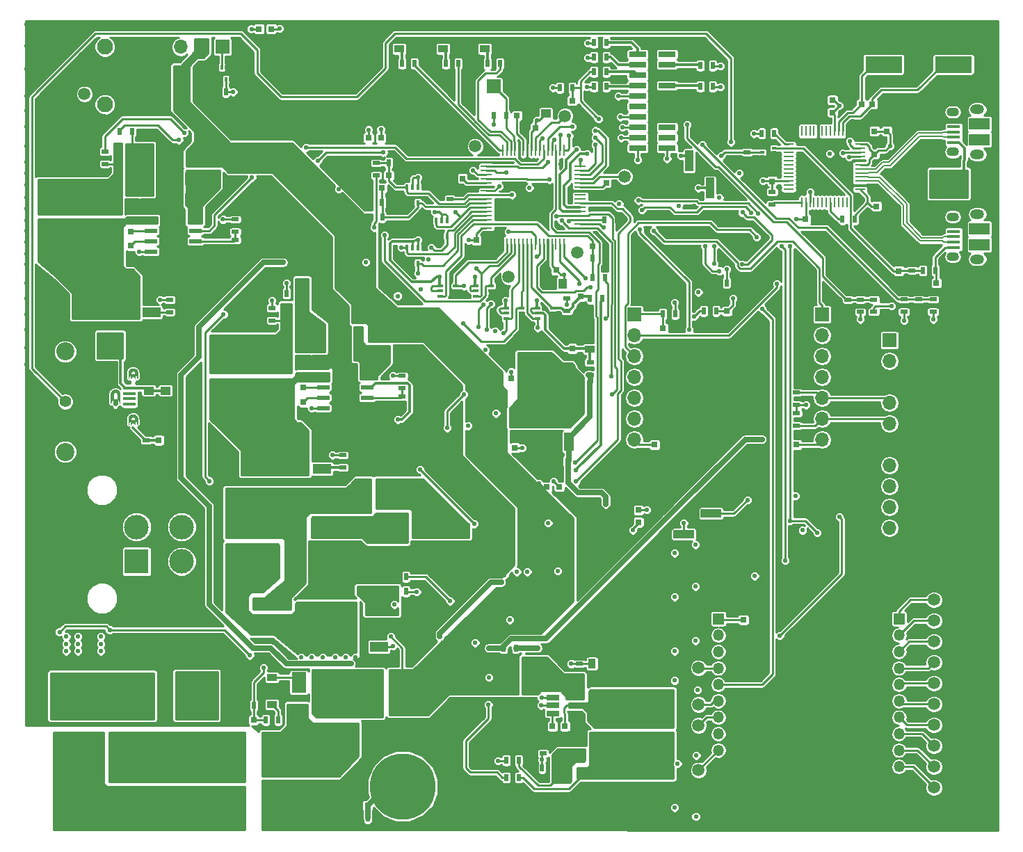
<source format=gbr>
G04 #@! TF.FileFunction,Copper,L1,Top,Signal*
%FSLAX46Y46*%
G04 Gerber Fmt 4.6, Leading zero omitted, Abs format (unit mm)*
G04 Created by KiCad (PCBNEW 4.0.7) date 11/20/18 00:48:14*
%MOMM*%
%LPD*%
G01*
G04 APERTURE LIST*
%ADD10C,0.100000*%
%ADD11C,0.000100*%
%ADD12C,0.001000*%
%ADD13C,0.558800*%
%ADD14R,0.900000X0.500000*%
%ADD15R,0.750000X0.800000*%
%ADD16R,1.650000X0.400000*%
%ADD17O,1.500000X1.100000*%
%ADD18O,1.700000X1.200000*%
%ADD19R,2.500000X1.430000*%
%ADD20R,1.600000X1.000000*%
%ADD21R,0.800000X0.750000*%
%ADD22R,1.250000X1.000000*%
%ADD23R,1.000000X1.600000*%
%ADD24R,1.000000X1.250000*%
%ADD25R,1.800000X2.500000*%
%ADD26R,1.200000X0.900000*%
%ADD27R,0.900000X1.200000*%
%ADD28R,4.860000X3.360000*%
%ADD29R,1.400000X1.390000*%
%ADD30R,3.500000X3.500000*%
%ADD31R,3.000000X3.000000*%
%ADD32C,3.000000*%
%ADD33R,1.350000X1.350000*%
%ADD34O,1.350000X1.350000*%
%ADD35R,1.700000X1.700000*%
%ADD36O,1.700000X1.700000*%
%ADD37R,2.100000X0.750000*%
%ADD38R,1.700000X2.400000*%
%ADD39R,10.000000X3.500000*%
%ADD40R,2.400000X1.700000*%
%ADD41R,6.000000X2.150000*%
%ADD42R,2.200000X1.200000*%
%ADD43R,6.400000X5.800000*%
%ADD44R,3.050000X2.750000*%
%ADD45R,0.400000X0.550000*%
%ADD46R,0.900000X1.700000*%
%ADD47R,0.500000X0.900000*%
%ADD48R,0.700000X1.300000*%
%ADD49R,1.300000X0.700000*%
%ADD50R,1.200000X2.200000*%
%ADD51R,5.800000X6.400000*%
%ADD52R,2.750000X3.050000*%
%ADD53R,3.360000X4.860000*%
%ADD54R,1.390000X1.400000*%
%ADD55R,0.400000X0.650000*%
%ADD56R,0.650000X0.400000*%
%ADD57R,1.000000X2.510000*%
%ADD58R,2.510000X1.000000*%
%ADD59C,1.500000*%
%ADD60R,3.200000X2.700000*%
%ADD61C,1.498000*%
%ADD62C,1.950000*%
%ADD63C,1.400000*%
%ADD64C,2.200000*%
%ADD65R,1.500000X0.450000*%
%ADD66R,0.100000X0.100000*%
%ADD67R,1.300000X0.250000*%
%ADD68R,0.250000X1.300000*%
%ADD69R,0.550000X0.400000*%
%ADD70R,1.473200X0.279400*%
%ADD71R,0.279400X1.473200*%
%ADD72C,8.000000*%
%ADD73R,4.500000X2.000000*%
%ADD74R,1.560000X0.650000*%
%ADD75R,1.550000X0.600000*%
%ADD76R,1.175000X3.400000*%
%ADD77C,0.254000*%
%ADD78C,0.304800*%
%ADD79C,0.635000*%
%ADD80C,0.203200*%
G04 APERTURE END LIST*
D10*
X10870020Y-45932020D02*
X10870020Y-47032020D01*
X11970020Y-45932020D02*
X11970020Y-47032020D01*
D11*
G36*
X11970020Y-46482020D02*
X11970020Y-45912020D01*
X11970020Y-45882894D01*
X11963860Y-45824911D01*
X11951610Y-45767903D01*
X11933400Y-45712510D01*
X11909440Y-45659351D01*
X11879990Y-45609023D01*
X11845390Y-45562088D01*
X11806030Y-45519073D01*
X11762330Y-45480460D01*
X11714810Y-45446680D01*
X11663970Y-45418110D01*
X11610410Y-45395080D01*
X11554710Y-45377830D01*
X11497490Y-45366570D01*
X11439410Y-45361420D01*
X11381110Y-45362430D01*
X11323250Y-45369600D01*
X11266460Y-45382850D01*
X11211390Y-45402020D01*
X11158660Y-45426910D01*
X11108860Y-45457230D01*
X11062530Y-45492640D01*
X11020210Y-45532751D01*
X10982360Y-45577110D01*
X10949420Y-45625220D01*
X10921740Y-45676543D01*
X10899650Y-45730503D01*
X10883380Y-45786496D01*
X10873110Y-45843896D01*
X10868980Y-45902058D01*
X10870020Y-45932020D01*
X10870020Y-46492020D01*
X11170020Y-46492020D01*
X11170020Y-45932020D01*
X11170020Y-45918930D01*
X11172760Y-45892870D01*
X11178200Y-45867238D01*
X11186300Y-45842316D01*
X11196960Y-45818378D01*
X11210060Y-45795684D01*
X11225460Y-45774484D01*
X11242990Y-45755010D01*
X11262470Y-45737475D01*
X11283660Y-45722072D01*
X11306360Y-45708969D01*
X11330290Y-45698309D01*
X11355220Y-45690211D01*
X11380850Y-45684762D01*
X11406910Y-45682021D01*
X11433110Y-45682020D01*
X11459170Y-45684758D01*
X11484800Y-45690205D01*
X11509720Y-45698301D01*
X11533660Y-45708958D01*
X11556360Y-45722059D01*
X11577560Y-45737460D01*
X11597030Y-45754993D01*
X11614570Y-45774465D01*
X11629970Y-45795664D01*
X11643070Y-45818356D01*
X11653730Y-45842294D01*
X11661830Y-45867215D01*
X11667280Y-45892846D01*
X11670020Y-45918906D01*
X11670020Y-45932020D01*
X11670020Y-46482020D01*
X11970020Y-46482020D01*
G37*
X11970020Y-46482020D02*
X11970020Y-45912020D01*
X11970020Y-45882894D01*
X11963860Y-45824911D01*
X11951610Y-45767903D01*
X11933400Y-45712510D01*
X11909440Y-45659351D01*
X11879990Y-45609023D01*
X11845390Y-45562088D01*
X11806030Y-45519073D01*
X11762330Y-45480460D01*
X11714810Y-45446680D01*
X11663970Y-45418110D01*
X11610410Y-45395080D01*
X11554710Y-45377830D01*
X11497490Y-45366570D01*
X11439410Y-45361420D01*
X11381110Y-45362430D01*
X11323250Y-45369600D01*
X11266460Y-45382850D01*
X11211390Y-45402020D01*
X11158660Y-45426910D01*
X11108860Y-45457230D01*
X11062530Y-45492640D01*
X11020210Y-45532751D01*
X10982360Y-45577110D01*
X10949420Y-45625220D01*
X10921740Y-45676543D01*
X10899650Y-45730503D01*
X10883380Y-45786496D01*
X10873110Y-45843896D01*
X10868980Y-45902058D01*
X10870020Y-45932020D01*
X10870020Y-46492020D01*
X11170020Y-46492020D01*
X11170020Y-45932020D01*
X11170020Y-45918930D01*
X11172760Y-45892870D01*
X11178200Y-45867238D01*
X11186300Y-45842316D01*
X11196960Y-45818378D01*
X11210060Y-45795684D01*
X11225460Y-45774484D01*
X11242990Y-45755010D01*
X11262470Y-45737475D01*
X11283660Y-45722072D01*
X11306360Y-45708969D01*
X11330290Y-45698309D01*
X11355220Y-45690211D01*
X11380850Y-45684762D01*
X11406910Y-45682021D01*
X11433110Y-45682020D01*
X11459170Y-45684758D01*
X11484800Y-45690205D01*
X11509720Y-45698301D01*
X11533660Y-45708958D01*
X11556360Y-45722059D01*
X11577560Y-45737460D01*
X11597030Y-45754993D01*
X11614570Y-45774465D01*
X11629970Y-45795664D01*
X11643070Y-45818356D01*
X11653730Y-45842294D01*
X11661830Y-45867215D01*
X11667280Y-45892846D01*
X11670020Y-45918906D01*
X11670020Y-45932020D01*
X11670020Y-46482020D01*
X11970020Y-46482020D01*
G36*
X10870020Y-46482020D02*
X10870020Y-47052020D01*
X10870020Y-47023531D01*
X10875910Y-46966811D01*
X10887640Y-46911004D01*
X10905070Y-46856707D01*
X10928020Y-46804503D01*
X10956240Y-46754951D01*
X10989430Y-46708582D01*
X11027240Y-46665893D01*
X11069260Y-46627341D01*
X11115040Y-46593338D01*
X11164090Y-46564251D01*
X11215880Y-46540389D01*
X11269860Y-46522009D01*
X11325460Y-46509308D01*
X11382070Y-46502422D01*
X11439080Y-46501424D01*
X11495900Y-46506325D01*
X11551900Y-46517073D01*
X11606490Y-46533553D01*
X11659090Y-46555588D01*
X11709130Y-46582941D01*
X11756070Y-46615321D01*
X11799410Y-46652379D01*
X11838690Y-46693719D01*
X11873490Y-46738898D01*
X11903430Y-46787432D01*
X11928190Y-46838801D01*
X11947510Y-46892455D01*
X11961180Y-46947818D01*
X11969050Y-47004297D01*
X11970020Y-47032020D01*
X11970020Y-46472020D01*
X11670020Y-46472020D01*
X11670020Y-47032020D01*
X11670020Y-47045110D01*
X11667280Y-47071170D01*
X11661840Y-47096802D01*
X11653740Y-47121724D01*
X11643080Y-47145662D01*
X11629980Y-47168356D01*
X11614580Y-47189556D01*
X11597050Y-47209030D01*
X11577570Y-47226565D01*
X11556380Y-47241968D01*
X11533680Y-47255071D01*
X11509750Y-47265731D01*
X11484820Y-47273829D01*
X11459190Y-47279278D01*
X11433130Y-47282019D01*
X11406930Y-47282020D01*
X11380870Y-47279282D01*
X11355240Y-47273835D01*
X11330320Y-47265739D01*
X11306380Y-47255082D01*
X11283680Y-47241981D01*
X11262480Y-47226580D01*
X11243010Y-47209047D01*
X11225470Y-47189575D01*
X11210070Y-47168376D01*
X11196970Y-47145684D01*
X11186310Y-47121746D01*
X11178210Y-47096825D01*
X11172760Y-47071194D01*
X11170020Y-47045134D01*
X11170020Y-47032020D01*
X11170020Y-46482020D01*
X10870020Y-46482020D01*
G37*
X10870020Y-46482020D02*
X10870020Y-47052020D01*
X10870020Y-47023531D01*
X10875910Y-46966811D01*
X10887640Y-46911004D01*
X10905070Y-46856707D01*
X10928020Y-46804503D01*
X10956240Y-46754951D01*
X10989430Y-46708582D01*
X11027240Y-46665893D01*
X11069260Y-46627341D01*
X11115040Y-46593338D01*
X11164090Y-46564251D01*
X11215880Y-46540389D01*
X11269860Y-46522009D01*
X11325460Y-46509308D01*
X11382070Y-46502422D01*
X11439080Y-46501424D01*
X11495900Y-46506325D01*
X11551900Y-46517073D01*
X11606490Y-46533553D01*
X11659090Y-46555588D01*
X11709130Y-46582941D01*
X11756070Y-46615321D01*
X11799410Y-46652379D01*
X11838690Y-46693719D01*
X11873490Y-46738898D01*
X11903430Y-46787432D01*
X11928190Y-46838801D01*
X11947510Y-46892455D01*
X11961180Y-46947818D01*
X11969050Y-47004297D01*
X11970020Y-47032020D01*
X11970020Y-46472020D01*
X11670020Y-46472020D01*
X11670020Y-47032020D01*
X11670020Y-47045110D01*
X11667280Y-47071170D01*
X11661840Y-47096802D01*
X11653740Y-47121724D01*
X11643080Y-47145662D01*
X11629980Y-47168356D01*
X11614580Y-47189556D01*
X11597050Y-47209030D01*
X11577570Y-47226565D01*
X11556380Y-47241968D01*
X11533680Y-47255071D01*
X11509750Y-47265731D01*
X11484820Y-47273829D01*
X11459190Y-47279278D01*
X11433130Y-47282019D01*
X11406930Y-47282020D01*
X11380870Y-47279282D01*
X11355240Y-47273835D01*
X11330320Y-47265739D01*
X11306380Y-47255082D01*
X11283680Y-47241981D01*
X11262480Y-47226580D01*
X11243010Y-47209047D01*
X11225470Y-47189575D01*
X11210070Y-47168376D01*
X11196970Y-47145684D01*
X11186310Y-47121746D01*
X11178210Y-47096825D01*
X11172760Y-47071194D01*
X11170020Y-47045134D01*
X11170020Y-47032020D01*
X11170020Y-46482020D01*
X10870020Y-46482020D01*
D12*
G36*
X13820020Y-43682020D02*
X13820020Y-43332020D01*
X13820020Y-43318780D01*
X13817220Y-43292420D01*
X13811650Y-43266510D01*
X13803372Y-43241330D01*
X13792480Y-43217160D01*
X13779095Y-43194280D01*
X13763367Y-43172950D01*
X13745472Y-43153390D01*
X13725610Y-43135840D01*
X13704005Y-43120490D01*
X13680898Y-43107500D01*
X13656548Y-43097030D01*
X13631228Y-43089190D01*
X13605221Y-43084070D01*
X13578819Y-43081730D01*
X13552316Y-43082190D01*
X13526011Y-43085450D01*
X13500198Y-43091470D01*
X13475166Y-43100180D01*
X13451195Y-43111500D01*
X13428554Y-43125280D01*
X13407497Y-43141380D01*
X13388258Y-43159610D01*
X13371055Y-43179780D01*
X13356079Y-43201650D01*
X13343498Y-43224980D01*
X13333453Y-43249500D01*
X13326056Y-43274960D01*
X13321392Y-43301050D01*
X13319511Y-43327490D01*
X13320020Y-43342020D01*
X13320020Y-43682020D01*
X13020020Y-43682020D01*
X13020020Y-43332020D01*
X13020020Y-43303380D01*
X13025977Y-43246360D01*
X13037829Y-43190270D01*
X13055448Y-43135710D01*
X13078643Y-43083280D01*
X13107162Y-43033540D01*
X13140697Y-42987040D01*
X13178884Y-42944280D01*
X13221309Y-42905710D01*
X13267513Y-42871770D01*
X13316996Y-42842810D01*
X13369220Y-42819160D01*
X13423620Y-42801060D01*
X13479607Y-42788710D01*
X13536575Y-42782250D01*
X13593905Y-42781750D01*
X13650977Y-42787210D01*
X13707172Y-42798570D01*
X13761881Y-42815710D01*
X13814513Y-42838450D01*
X13864495Y-42866530D01*
X13911288Y-42899660D01*
X13954383Y-42937470D01*
X13993315Y-42979560D01*
X14027660Y-43025460D01*
X14057048Y-43074690D01*
X14081159Y-43126710D01*
X14099733Y-43180950D01*
X14112567Y-43236830D01*
X14119524Y-43293730D01*
X14120020Y-43322020D01*
X14120020Y-43682020D01*
X13820020Y-43682020D01*
G37*
X13820020Y-43682020D02*
X13820020Y-43332020D01*
X13820020Y-43318780D01*
X13817220Y-43292420D01*
X13811650Y-43266510D01*
X13803372Y-43241330D01*
X13792480Y-43217160D01*
X13779095Y-43194280D01*
X13763367Y-43172950D01*
X13745472Y-43153390D01*
X13725610Y-43135840D01*
X13704005Y-43120490D01*
X13680898Y-43107500D01*
X13656548Y-43097030D01*
X13631228Y-43089190D01*
X13605221Y-43084070D01*
X13578819Y-43081730D01*
X13552316Y-43082190D01*
X13526011Y-43085450D01*
X13500198Y-43091470D01*
X13475166Y-43100180D01*
X13451195Y-43111500D01*
X13428554Y-43125280D01*
X13407497Y-43141380D01*
X13388258Y-43159610D01*
X13371055Y-43179780D01*
X13356079Y-43201650D01*
X13343498Y-43224980D01*
X13333453Y-43249500D01*
X13326056Y-43274960D01*
X13321392Y-43301050D01*
X13319511Y-43327490D01*
X13320020Y-43342020D01*
X13320020Y-43682020D01*
X13020020Y-43682020D01*
X13020020Y-43332020D01*
X13020020Y-43303380D01*
X13025977Y-43246360D01*
X13037829Y-43190270D01*
X13055448Y-43135710D01*
X13078643Y-43083280D01*
X13107162Y-43033540D01*
X13140697Y-42987040D01*
X13178884Y-42944280D01*
X13221309Y-42905710D01*
X13267513Y-42871770D01*
X13316996Y-42842810D01*
X13369220Y-42819160D01*
X13423620Y-42801060D01*
X13479607Y-42788710D01*
X13536575Y-42782250D01*
X13593905Y-42781750D01*
X13650977Y-42787210D01*
X13707172Y-42798570D01*
X13761881Y-42815710D01*
X13814513Y-42838450D01*
X13864495Y-42866530D01*
X13911288Y-42899660D01*
X13954383Y-42937470D01*
X13993315Y-42979560D01*
X14027660Y-43025460D01*
X14057048Y-43074690D01*
X14081159Y-43126710D01*
X14099733Y-43180950D01*
X14112567Y-43236830D01*
X14119524Y-43293730D01*
X14120020Y-43322020D01*
X14120020Y-43682020D01*
X13820020Y-43682020D01*
G36*
X13320020Y-43682020D02*
X13320020Y-44032020D01*
X13320020Y-44019070D01*
X13322698Y-43993290D01*
X13328028Y-43967920D01*
X13335951Y-43943240D01*
X13346383Y-43919510D01*
X13359213Y-43896980D01*
X13374302Y-43875900D01*
X13391489Y-43856500D01*
X13410590Y-43838970D01*
X13431400Y-43823520D01*
X13453697Y-43810290D01*
X13477241Y-43799450D01*
X13501780Y-43791090D01*
X13527052Y-43785320D01*
X13552784Y-43782190D01*
X13578703Y-43781730D01*
X13604530Y-43783960D01*
X13629987Y-43788850D01*
X13654804Y-43796340D01*
X13678713Y-43806350D01*
X13701459Y-43818790D01*
X13722797Y-43833510D01*
X13742500Y-43850350D01*
X13760355Y-43869150D01*
X13776173Y-43889680D01*
X13789783Y-43911750D01*
X13801039Y-43935100D01*
X13809821Y-43959490D01*
X13816035Y-43984650D01*
X13819614Y-44010330D01*
X13820020Y-44022020D01*
X13820020Y-43682020D01*
X14120020Y-43682020D01*
X14120020Y-44032020D01*
X14120020Y-44003060D01*
X14113929Y-43945410D01*
X14101813Y-43888710D01*
X14083804Y-43833610D01*
X14060103Y-43780700D01*
X14030973Y-43730570D01*
X13996735Y-43683790D01*
X13957770Y-43640860D01*
X13914509Y-43602270D01*
X13867431Y-43568440D01*
X13817057Y-43539740D01*
X13763947Y-43516500D01*
X13708687Y-43498960D01*
X13651891Y-43487340D01*
X13594187Y-43481740D01*
X13536215Y-43482250D01*
X13478617Y-43488840D01*
X13422032Y-43501450D01*
X13367085Y-43519940D01*
X13314386Y-43544100D01*
X13264518Y-43573670D01*
X13218034Y-43608310D01*
X13175449Y-43647650D01*
X13137234Y-43691250D01*
X13103814Y-43738620D01*
X13075558Y-43789240D01*
X13052779Y-43842550D01*
X13035729Y-43897960D01*
X13024598Y-43954860D01*
X13019509Y-44012610D01*
X13020020Y-44042020D01*
X13020020Y-43682020D01*
X13320020Y-43682020D01*
G37*
X13320020Y-43682020D02*
X13320020Y-44032020D01*
X13320020Y-44019070D01*
X13322698Y-43993290D01*
X13328028Y-43967920D01*
X13335951Y-43943240D01*
X13346383Y-43919510D01*
X13359213Y-43896980D01*
X13374302Y-43875900D01*
X13391489Y-43856500D01*
X13410590Y-43838970D01*
X13431400Y-43823520D01*
X13453697Y-43810290D01*
X13477241Y-43799450D01*
X13501780Y-43791090D01*
X13527052Y-43785320D01*
X13552784Y-43782190D01*
X13578703Y-43781730D01*
X13604530Y-43783960D01*
X13629987Y-43788850D01*
X13654804Y-43796340D01*
X13678713Y-43806350D01*
X13701459Y-43818790D01*
X13722797Y-43833510D01*
X13742500Y-43850350D01*
X13760355Y-43869150D01*
X13776173Y-43889680D01*
X13789783Y-43911750D01*
X13801039Y-43935100D01*
X13809821Y-43959490D01*
X13816035Y-43984650D01*
X13819614Y-44010330D01*
X13820020Y-44022020D01*
X13820020Y-43682020D01*
X14120020Y-43682020D01*
X14120020Y-44032020D01*
X14120020Y-44003060D01*
X14113929Y-43945410D01*
X14101813Y-43888710D01*
X14083804Y-43833610D01*
X14060103Y-43780700D01*
X14030973Y-43730570D01*
X13996735Y-43683790D01*
X13957770Y-43640860D01*
X13914509Y-43602270D01*
X13867431Y-43568440D01*
X13817057Y-43539740D01*
X13763947Y-43516500D01*
X13708687Y-43498960D01*
X13651891Y-43487340D01*
X13594187Y-43481740D01*
X13536215Y-43482250D01*
X13478617Y-43488840D01*
X13422032Y-43501450D01*
X13367085Y-43519940D01*
X13314386Y-43544100D01*
X13264518Y-43573670D01*
X13218034Y-43608310D01*
X13175449Y-43647650D01*
X13137234Y-43691250D01*
X13103814Y-43738620D01*
X13075558Y-43789240D01*
X13052779Y-43842550D01*
X13035729Y-43897960D01*
X13024598Y-43954860D01*
X13019509Y-44012610D01*
X13020020Y-44042020D01*
X13020020Y-43682020D01*
X13320020Y-43682020D01*
G36*
X13820020Y-49282020D02*
X13820020Y-48932020D01*
X13820020Y-48918780D01*
X13817220Y-48892420D01*
X13811650Y-48866510D01*
X13803372Y-48841330D01*
X13792480Y-48817160D01*
X13779095Y-48794280D01*
X13763367Y-48772950D01*
X13745472Y-48753390D01*
X13725610Y-48735840D01*
X13704005Y-48720490D01*
X13680898Y-48707500D01*
X13656548Y-48697030D01*
X13631228Y-48689190D01*
X13605221Y-48684070D01*
X13578819Y-48681730D01*
X13552316Y-48682190D01*
X13526011Y-48685450D01*
X13500198Y-48691470D01*
X13475166Y-48700180D01*
X13451195Y-48711500D01*
X13428554Y-48725280D01*
X13407497Y-48741380D01*
X13388258Y-48759610D01*
X13371055Y-48779780D01*
X13356079Y-48801650D01*
X13343498Y-48824980D01*
X13333453Y-48849500D01*
X13326056Y-48874960D01*
X13321392Y-48901050D01*
X13319511Y-48927490D01*
X13320020Y-48942020D01*
X13320020Y-49282020D01*
X13020020Y-49282020D01*
X13020020Y-48932020D01*
X13020020Y-48903380D01*
X13025977Y-48846360D01*
X13037829Y-48790270D01*
X13055448Y-48735710D01*
X13078643Y-48683280D01*
X13107162Y-48633540D01*
X13140697Y-48587040D01*
X13178884Y-48544280D01*
X13221309Y-48505710D01*
X13267513Y-48471770D01*
X13316996Y-48442810D01*
X13369220Y-48419160D01*
X13423620Y-48401060D01*
X13479607Y-48388710D01*
X13536575Y-48382250D01*
X13593905Y-48381750D01*
X13650977Y-48387210D01*
X13707172Y-48398570D01*
X13761881Y-48415710D01*
X13814513Y-48438450D01*
X13864495Y-48466530D01*
X13911288Y-48499660D01*
X13954383Y-48537470D01*
X13993315Y-48579560D01*
X14027660Y-48625460D01*
X14057048Y-48674690D01*
X14081159Y-48726710D01*
X14099733Y-48780950D01*
X14112567Y-48836830D01*
X14119524Y-48893730D01*
X14120020Y-48922020D01*
X14120020Y-49282020D01*
X13820020Y-49282020D01*
G37*
X13820020Y-49282020D02*
X13820020Y-48932020D01*
X13820020Y-48918780D01*
X13817220Y-48892420D01*
X13811650Y-48866510D01*
X13803372Y-48841330D01*
X13792480Y-48817160D01*
X13779095Y-48794280D01*
X13763367Y-48772950D01*
X13745472Y-48753390D01*
X13725610Y-48735840D01*
X13704005Y-48720490D01*
X13680898Y-48707500D01*
X13656548Y-48697030D01*
X13631228Y-48689190D01*
X13605221Y-48684070D01*
X13578819Y-48681730D01*
X13552316Y-48682190D01*
X13526011Y-48685450D01*
X13500198Y-48691470D01*
X13475166Y-48700180D01*
X13451195Y-48711500D01*
X13428554Y-48725280D01*
X13407497Y-48741380D01*
X13388258Y-48759610D01*
X13371055Y-48779780D01*
X13356079Y-48801650D01*
X13343498Y-48824980D01*
X13333453Y-48849500D01*
X13326056Y-48874960D01*
X13321392Y-48901050D01*
X13319511Y-48927490D01*
X13320020Y-48942020D01*
X13320020Y-49282020D01*
X13020020Y-49282020D01*
X13020020Y-48932020D01*
X13020020Y-48903380D01*
X13025977Y-48846360D01*
X13037829Y-48790270D01*
X13055448Y-48735710D01*
X13078643Y-48683280D01*
X13107162Y-48633540D01*
X13140697Y-48587040D01*
X13178884Y-48544280D01*
X13221309Y-48505710D01*
X13267513Y-48471770D01*
X13316996Y-48442810D01*
X13369220Y-48419160D01*
X13423620Y-48401060D01*
X13479607Y-48388710D01*
X13536575Y-48382250D01*
X13593905Y-48381750D01*
X13650977Y-48387210D01*
X13707172Y-48398570D01*
X13761881Y-48415710D01*
X13814513Y-48438450D01*
X13864495Y-48466530D01*
X13911288Y-48499660D01*
X13954383Y-48537470D01*
X13993315Y-48579560D01*
X14027660Y-48625460D01*
X14057048Y-48674690D01*
X14081159Y-48726710D01*
X14099733Y-48780950D01*
X14112567Y-48836830D01*
X14119524Y-48893730D01*
X14120020Y-48922020D01*
X14120020Y-49282020D01*
X13820020Y-49282020D01*
G36*
X13320020Y-49282020D02*
X13320020Y-49632020D01*
X13320020Y-49619070D01*
X13322698Y-49593290D01*
X13328028Y-49567920D01*
X13335951Y-49543240D01*
X13346383Y-49519510D01*
X13359213Y-49496980D01*
X13374302Y-49475900D01*
X13391489Y-49456500D01*
X13410590Y-49438970D01*
X13431400Y-49423520D01*
X13453697Y-49410290D01*
X13477241Y-49399450D01*
X13501780Y-49391090D01*
X13527052Y-49385320D01*
X13552784Y-49382190D01*
X13578703Y-49381730D01*
X13604530Y-49383960D01*
X13629987Y-49388850D01*
X13654804Y-49396340D01*
X13678713Y-49406350D01*
X13701459Y-49418790D01*
X13722797Y-49433510D01*
X13742500Y-49450350D01*
X13760355Y-49469150D01*
X13776173Y-49489680D01*
X13789783Y-49511750D01*
X13801039Y-49535100D01*
X13809821Y-49559490D01*
X13816035Y-49584650D01*
X13819614Y-49610330D01*
X13820020Y-49622020D01*
X13820020Y-49282020D01*
X14120020Y-49282020D01*
X14120020Y-49632020D01*
X14120020Y-49603060D01*
X14113929Y-49545410D01*
X14101813Y-49488710D01*
X14083804Y-49433610D01*
X14060103Y-49380700D01*
X14030973Y-49330570D01*
X13996735Y-49283790D01*
X13957770Y-49240860D01*
X13914509Y-49202270D01*
X13867431Y-49168440D01*
X13817057Y-49139740D01*
X13763947Y-49116500D01*
X13708687Y-49098960D01*
X13651891Y-49087340D01*
X13594187Y-49081740D01*
X13536215Y-49082250D01*
X13478617Y-49088840D01*
X13422032Y-49101450D01*
X13367085Y-49119940D01*
X13314386Y-49144100D01*
X13264518Y-49173670D01*
X13218034Y-49208310D01*
X13175449Y-49247650D01*
X13137234Y-49291250D01*
X13103814Y-49338620D01*
X13075558Y-49389240D01*
X13052779Y-49442550D01*
X13035729Y-49497960D01*
X13024598Y-49554860D01*
X13019509Y-49612610D01*
X13020020Y-49642020D01*
X13020020Y-49282020D01*
X13320020Y-49282020D01*
G37*
X13320020Y-49282020D02*
X13320020Y-49632020D01*
X13320020Y-49619070D01*
X13322698Y-49593290D01*
X13328028Y-49567920D01*
X13335951Y-49543240D01*
X13346383Y-49519510D01*
X13359213Y-49496980D01*
X13374302Y-49475900D01*
X13391489Y-49456500D01*
X13410590Y-49438970D01*
X13431400Y-49423520D01*
X13453697Y-49410290D01*
X13477241Y-49399450D01*
X13501780Y-49391090D01*
X13527052Y-49385320D01*
X13552784Y-49382190D01*
X13578703Y-49381730D01*
X13604530Y-49383960D01*
X13629987Y-49388850D01*
X13654804Y-49396340D01*
X13678713Y-49406350D01*
X13701459Y-49418790D01*
X13722797Y-49433510D01*
X13742500Y-49450350D01*
X13760355Y-49469150D01*
X13776173Y-49489680D01*
X13789783Y-49511750D01*
X13801039Y-49535100D01*
X13809821Y-49559490D01*
X13816035Y-49584650D01*
X13819614Y-49610330D01*
X13820020Y-49622020D01*
X13820020Y-49282020D01*
X14120020Y-49282020D01*
X14120020Y-49632020D01*
X14120020Y-49603060D01*
X14113929Y-49545410D01*
X14101813Y-49488710D01*
X14083804Y-49433610D01*
X14060103Y-49380700D01*
X14030973Y-49330570D01*
X13996735Y-49283790D01*
X13957770Y-49240860D01*
X13914509Y-49202270D01*
X13867431Y-49168440D01*
X13817057Y-49139740D01*
X13763947Y-49116500D01*
X13708687Y-49098960D01*
X13651891Y-49087340D01*
X13594187Y-49081740D01*
X13536215Y-49082250D01*
X13478617Y-49088840D01*
X13422032Y-49101450D01*
X13367085Y-49119940D01*
X13314386Y-49144100D01*
X13264518Y-49173670D01*
X13218034Y-49208310D01*
X13175449Y-49247650D01*
X13137234Y-49291250D01*
X13103814Y-49338620D01*
X13075558Y-49389240D01*
X13052779Y-49442550D01*
X13035729Y-49497960D01*
X13024598Y-49554860D01*
X13019509Y-49612610D01*
X13020020Y-49642020D01*
X13020020Y-49282020D01*
X13320020Y-49282020D01*
D13*
X46101020Y-84582020D03*
X47244020Y-83693020D03*
X45720020Y-82677020D03*
X47498020Y-82677020D03*
X46736020Y-81915020D03*
X47498020Y-81407020D03*
X46736020Y-80899020D03*
X113411020Y-20193020D03*
X113411020Y-18923020D03*
X112141020Y-18923020D03*
X112141020Y-20193020D03*
X110998020Y-18923020D03*
X110998020Y-20193020D03*
X113411020Y-21590020D03*
X112141020Y-21590020D03*
X110998020Y-21590020D03*
X9652020Y-75438020D03*
X9652020Y-76327020D03*
X9652020Y-77216020D03*
X5461020Y-76327020D03*
X5461020Y-75438020D03*
X6858020Y-75438020D03*
X6858020Y-76327020D03*
X6858020Y-77216020D03*
X5461020Y-77216020D03*
X45593020Y-28702020D03*
X62103020Y-63881020D03*
X62103020Y-65278020D03*
X60960020Y-65278020D03*
X60960020Y-63881020D03*
X62103020Y-62611020D03*
X60960020Y-62611020D03*
X41910020Y-29845020D03*
X9525020Y-35560020D03*
X9525020Y-31623020D03*
X7366020Y-33655020D03*
X11430020Y-33655020D03*
X9525020Y-33655020D03*
X30226020Y-54610020D03*
X30226020Y-50800020D03*
X28321020Y-52705020D03*
X32258020Y-52705020D03*
X30285020Y-52705020D03*
X18542020Y-47625020D03*
X18542020Y-46482020D03*
X17526020Y-46482020D03*
X16510020Y-46609020D03*
X9652020Y-39878020D03*
X11684020Y-39878020D03*
X11684020Y-40894020D03*
X9652020Y-40894020D03*
X10668020Y-40894020D03*
X10668020Y-39878020D03*
X11684020Y-38862020D03*
X10668020Y-38862020D03*
X9652020Y-38862020D03*
X12954020Y-15748020D03*
X12954020Y-17272020D03*
X15748020Y-15748020D03*
X14478020Y-15748020D03*
X15748020Y-17018020D03*
X14478020Y-17018020D03*
X15748020Y-18288020D03*
X14478020Y-18288020D03*
X15494020Y-19558020D03*
X14224020Y-19558020D03*
X12954020Y-19558020D03*
X29845020Y-20955020D03*
X33655020Y-23495020D03*
X31115020Y-25400020D03*
X28575020Y-27940020D03*
X12700020Y-7620020D03*
X33020020Y-8255020D03*
X39370020Y-8255020D03*
X46355020Y-8255020D03*
X50800020Y-12065020D03*
X51435020Y-15875020D03*
X51435020Y-19050020D03*
X76835020Y-19685020D03*
X61595020Y-23495020D03*
X58420020Y-24130020D03*
X57785020Y-26670020D03*
X56515020Y-28575020D03*
X66040020Y-36830020D03*
X67945020Y-38735020D03*
X69215020Y-38100020D03*
X90170020Y-41275020D03*
X76835020Y-49530020D03*
X80645020Y-42545020D03*
X77470020Y-45720020D03*
X76835020Y-41275020D03*
X84455020Y-41275020D03*
X84455020Y-47625020D03*
X88900020Y-47625020D03*
X83185020Y-54610020D03*
X89535020Y-53340020D03*
X87630020Y-55245020D03*
X84455020Y-56515020D03*
X78740020Y-59055020D03*
X72390020Y-53340020D03*
X72390020Y-57150020D03*
X71755020Y-60960020D03*
X68580020Y-64135020D03*
X102235020Y-57150020D03*
X102235020Y-51435020D03*
X101600020Y-40005020D03*
X111760020Y-43180020D03*
X111760020Y-53975020D03*
X111760020Y-63500020D03*
X103505020Y-69215020D03*
X99060020Y-74295020D03*
X93980020Y-78105020D03*
X102870020Y-78740020D03*
X95885020Y-81280020D03*
X91440020Y-86360020D03*
X99695020Y-86360020D03*
X102870020Y-90170020D03*
X95885020Y-90170020D03*
X88265020Y-90170020D03*
X99060020Y-93980020D03*
X92710020Y-93980020D03*
X118745020Y-28575020D03*
X118745020Y-26035020D03*
X118110020Y-23495020D03*
X118110020Y-6350020D03*
X118110020Y-3810020D03*
X116205020Y-889020D03*
X113665020Y-889020D03*
X109220020Y-889020D03*
X106045020Y-889020D03*
X102870020Y-889020D03*
X99695020Y-889020D03*
X96520020Y-889020D03*
X93345020Y-889020D03*
X90170020Y-889020D03*
X86995020Y-889020D03*
X83820020Y-889020D03*
X81280020Y-889020D03*
X78740020Y-889020D03*
X76200020Y-889020D03*
X73660020Y-889020D03*
X71120020Y-889020D03*
X68580020Y-889020D03*
X66040020Y-889020D03*
X63500020Y-889020D03*
X60960020Y-889020D03*
X58420020Y-889020D03*
X55880020Y-889020D03*
X53340020Y-889020D03*
X50800020Y-889020D03*
X48260020Y-889020D03*
X45720020Y-889020D03*
X43180020Y-889020D03*
X40640020Y-889020D03*
X38100020Y-889020D03*
X35560020Y-889020D03*
X33020020Y-889020D03*
X29718020Y-635020D03*
X25781020Y-889020D03*
X23368020Y-889020D03*
X20574020Y-889020D03*
X18161020Y-889020D03*
X15494020Y-889020D03*
X12700020Y-889020D03*
X9652020Y-889020D03*
X6731020Y-889020D03*
X3810020Y-889020D03*
X635020Y-889020D03*
X635020Y-3556020D03*
X635020Y-6350020D03*
X635020Y-9652020D03*
X635020Y-11430020D03*
X635020Y-13335020D03*
X635020Y-32385020D03*
X635020Y-34290020D03*
X635020Y-36195020D03*
X635020Y-38100020D03*
X635020Y-40259020D03*
X635020Y-42291020D03*
X1016020Y-45085020D03*
X1016020Y-48895020D03*
X1016020Y-52070020D03*
X1016020Y-55245020D03*
X1016020Y-58420020D03*
X1016020Y-61595020D03*
X1016020Y-64770020D03*
X1016020Y-67945020D03*
X1016020Y-70485020D03*
X1016020Y-73025020D03*
X1016020Y-75565020D03*
X1016020Y-78105020D03*
X1016020Y-80645020D03*
X1016020Y-83185020D03*
X1016020Y-85725020D03*
X6096020Y-84518520D03*
X6096020Y-80581520D03*
X4254520Y-82613520D03*
X7937520Y-82613520D03*
X6096020Y-82618020D03*
X13652520Y-84709020D03*
X13652520Y-80645020D03*
X11684020Y-82613520D03*
X15430520Y-82618020D03*
X13650000Y-82618020D03*
X21336020Y-84645520D03*
X21336020Y-80454520D03*
X19431020Y-82613520D03*
X23241020Y-82613520D03*
X21336020Y-82618020D03*
X41084520Y-68643520D03*
X46037520Y-68199020D03*
X44577020Y-68643520D03*
X42608520Y-68643520D03*
X38956000Y-83947020D03*
X38956000Y-81407020D03*
X38956000Y-82644000D03*
X37211020Y-76200020D03*
X37211020Y-72390020D03*
X35179020Y-74389000D03*
X39243020Y-74389000D03*
X34544020Y-32639020D03*
X34544020Y-34417020D03*
X34671020Y-36449020D03*
X34798020Y-37592020D03*
X36703020Y-37719020D03*
X36703020Y-38608020D03*
X35687020Y-38608020D03*
X34671020Y-38608020D03*
X33655020Y-38608020D03*
X52197020Y-61087020D03*
X51562020Y-60452020D03*
X50927020Y-61087020D03*
X50292020Y-60452020D03*
X49657020Y-61087020D03*
X49022020Y-60452020D03*
X48387020Y-61087020D03*
X44069020Y-58039020D03*
X47117020Y-58039020D03*
X45593020Y-58039020D03*
X44450020Y-62230020D03*
X43688020Y-60960020D03*
X44577020Y-60960020D03*
X45593020Y-60960020D03*
X46609020Y-60960020D03*
X46228020Y-63373020D03*
X44958020Y-63373020D03*
X43815020Y-63373020D03*
X42672020Y-63373020D03*
X64389020Y-47371020D03*
X64389020Y-43434020D03*
X66294020Y-45466020D03*
X62230020Y-45466020D03*
X64357347Y-45446195D03*
X60960020Y-43434020D03*
X60960020Y-44704020D03*
X60960020Y-42291020D03*
X61976020Y-41656020D03*
X63500020Y-41656020D03*
X64770020Y-41656020D03*
X67945020Y-44450020D03*
X67945020Y-46101020D03*
X67945020Y-47752020D03*
X64008020Y-49149020D03*
X66675020Y-49149020D03*
X64135020Y-61595020D03*
X65278020Y-67437020D03*
X74422020Y-63754020D03*
X71501020Y-66548020D03*
X68707020Y-69469020D03*
X77343020Y-63881020D03*
X74422020Y-66802020D03*
X71374020Y-70104020D03*
X68707020Y-72517020D03*
X66040020Y-75565020D03*
X52832020Y-89789020D03*
X53848020Y-92202020D03*
X55880020Y-97790020D03*
X64770020Y-95123020D03*
X63500020Y-97790020D03*
X71120020Y-97790020D03*
X77470020Y-97790020D03*
X83820020Y-97790020D03*
X89535020Y-97790020D03*
X95885020Y-97790020D03*
X102235020Y-97790020D03*
X110998020Y-97790020D03*
X118110020Y-97790020D03*
X118110020Y-91440020D03*
X118110020Y-86360020D03*
X118110020Y-81280020D03*
X118110020Y-76200020D03*
X118110020Y-71120020D03*
X118110020Y-66040020D03*
X118110020Y-60960020D03*
X118110020Y-55880020D03*
X118110020Y-50800020D03*
X118110020Y-45720020D03*
X118110020Y-40640020D03*
X118110020Y-35560020D03*
X118110020Y-30988020D03*
X118110020Y-8890020D03*
X116840020Y-5715020D03*
X115570020Y-7620020D03*
X105410020Y-7620020D03*
X107950020Y-7620020D03*
X109220020Y-5842020D03*
X100965020Y-9271020D03*
X100965020Y-7620020D03*
X101600020Y-5715020D03*
X103378020Y-3810020D03*
X106680020Y-3810020D03*
X112395020Y-3810020D03*
X114935020Y-3810020D03*
X111760020Y-1270020D03*
X118110020Y-1270020D03*
X83185020Y-37973020D03*
X78740020Y-33782020D03*
X74930020Y-33782020D03*
X75565020Y-29972020D03*
X77470020Y-29972020D03*
X80264020Y-30099020D03*
X86995020Y-27559020D03*
X92075020Y-34290020D03*
X89154020Y-34290020D03*
X94488020Y-31877020D03*
X95885020Y-31877020D03*
X99695020Y-32385020D03*
X102235020Y-31623020D03*
X104648020Y-31115020D03*
X110617020Y-33274020D03*
X106045020Y-28575020D03*
X107315020Y-27305020D03*
X106045020Y-24765020D03*
X103632020Y-26924020D03*
X101854020Y-22606020D03*
X93345020Y-21971020D03*
X94742020Y-18415020D03*
X97790020Y-20320020D03*
X100076020Y-19304020D03*
X97155020Y-15875020D03*
X93345020Y-13970020D03*
X87630020Y-13970020D03*
X85217020Y-14097020D03*
X64770020Y-6350020D03*
X57404020Y-16637020D03*
X53975020Y-18415020D03*
X38735020Y-17145020D03*
X47371020Y-16129020D03*
X44450020Y-12700020D03*
X39370020Y-12700020D03*
X35560020Y-12700020D03*
X31750020Y-12700020D03*
X27940020Y-12700020D03*
X24130020Y-12700020D03*
X35306020Y-16510020D03*
X26670020Y-19939020D03*
X24638020Y-21971020D03*
X10795020Y-12573020D03*
X8255020Y-13970020D03*
X8255020Y-15240020D03*
X8255020Y-16510020D03*
X8255020Y-17780020D03*
X5842020Y-19050020D03*
X6985020Y-19050020D03*
X8255020Y-19050020D03*
X635020Y-15748020D03*
X635020Y-17653020D03*
X635020Y-19050020D03*
X635020Y-20447020D03*
X635020Y-21971020D03*
X635020Y-23368020D03*
X635020Y-24765020D03*
X635020Y-26035020D03*
X635020Y-27432020D03*
X635020Y-28829020D03*
X635020Y-30099020D03*
X34036020Y-77978020D03*
X35306020Y-77978020D03*
X36703020Y-77978020D03*
X38227020Y-77978020D03*
X39497020Y-77978020D03*
X40640020Y-77978020D03*
X41910020Y-77978020D03*
X43307020Y-77978020D03*
X44831020Y-77978020D03*
X32639020Y-77851020D03*
X31877020Y-77089020D03*
X31115020Y-76327020D03*
X30099020Y-75946020D03*
X28956020Y-75946020D03*
X24257020Y-71628020D03*
X24130020Y-70612020D03*
X24130020Y-69596020D03*
X24130020Y-68326020D03*
X24130020Y-67056020D03*
X24130020Y-65659020D03*
X24130020Y-64389020D03*
X24130020Y-62865020D03*
X23114020Y-50292020D03*
X24384020Y-51689020D03*
X23114020Y-51816020D03*
X25400020Y-52578020D03*
X25781020Y-53975020D03*
X25781020Y-55626020D03*
X26670020Y-56769020D03*
X27940020Y-56769020D03*
X30226020Y-56769020D03*
X32004020Y-56769020D03*
X33528020Y-56769020D03*
X35052020Y-56769020D03*
X36830020Y-56769020D03*
X38354020Y-56769020D03*
X39624020Y-56515020D03*
X24130020Y-37973020D03*
X25273020Y-37973020D03*
X26289020Y-37973020D03*
X27305020Y-37973020D03*
X28448020Y-37973020D03*
X29591020Y-37973020D03*
X30607020Y-37973020D03*
X17526020Y-37338020D03*
X16383020Y-37338020D03*
X15240020Y-37338020D03*
X14097020Y-37338020D03*
X12954020Y-37338020D03*
X11811020Y-37338020D03*
X10668020Y-37338020D03*
X9652020Y-37338020D03*
X3048020Y-31623020D03*
X3937020Y-32512020D03*
X4826020Y-33274020D03*
X5461020Y-34290020D03*
X5461020Y-35306020D03*
X5461020Y-36322020D03*
X117856020Y-22098020D03*
X117856020Y-21082020D03*
X117856020Y-19812020D03*
X117856020Y-19050020D03*
X59690020Y-3937020D03*
X54737020Y-3937020D03*
X49403020Y-3937020D03*
X18542020Y-16764020D03*
X18542020Y-17526020D03*
X18542020Y-19304020D03*
X18542020Y-20193020D03*
X13081020Y-23622020D03*
X14351020Y-23622020D03*
X16383020Y-23622020D03*
X19304020Y-22225020D03*
X18415020Y-22733020D03*
X26035020Y-29591020D03*
X22225020Y-29464020D03*
X21209020Y-29464020D03*
X20193020Y-29464020D03*
X18415020Y-23622020D03*
X18415020Y-26670020D03*
X19050020Y-30607020D03*
X18415020Y-29718020D03*
X16129020Y-30226020D03*
X15113020Y-30099020D03*
X16637020Y-29464020D03*
X13081020Y-30099020D03*
X17526020Y-31496020D03*
X17526020Y-30607020D03*
X16891020Y-32512020D03*
X15875020Y-32385020D03*
X9144020Y-64008020D03*
X8382020Y-64008020D03*
X7366020Y-63881020D03*
X7366020Y-62992020D03*
X7366020Y-62103020D03*
X8382020Y-62103020D03*
X9398020Y-62103020D03*
X22098020Y-60198020D03*
X23622020Y-60071020D03*
X23368020Y-58801020D03*
X22733020Y-58293020D03*
X23241020Y-57658020D03*
X22352020Y-57531020D03*
X39116020Y-35941020D03*
X39116020Y-36703020D03*
X39116020Y-38227020D03*
X39116020Y-39116020D03*
X33528020Y-42545020D03*
X35179020Y-42545020D03*
X39878020Y-41783020D03*
X39116020Y-41275020D03*
X37592020Y-42291020D03*
X39370020Y-48768020D03*
X39370020Y-42672020D03*
X39370020Y-45720020D03*
X41148020Y-48387020D03*
X41148020Y-49276020D03*
X40259020Y-49784020D03*
X39370020Y-49784020D03*
X37592020Y-48768020D03*
X34671020Y-49276020D03*
X38481020Y-49784020D03*
X38481020Y-50673020D03*
X37973020Y-51562020D03*
X36957020Y-51562020D03*
X44831020Y-48006020D03*
X57785020Y-48260020D03*
X54356020Y-49784020D03*
X51181020Y-42545020D03*
X50673020Y-48641020D03*
X50292020Y-50038020D03*
X50165020Y-51435020D03*
X48514020Y-77724020D03*
X38227020Y-67183020D03*
X39370020Y-67183020D03*
X45212020Y-67183020D03*
X43942020Y-67056020D03*
X42799020Y-67056020D03*
X40894020Y-67056020D03*
X40259020Y-67818020D03*
X42291020Y-66421020D03*
X43307020Y-66421020D03*
X44577020Y-66421020D03*
X45720020Y-66421020D03*
X46736020Y-66421020D03*
X49911020Y-64389020D03*
X48260020Y-66167020D03*
X56515020Y-67437020D03*
X55245020Y-67437020D03*
X53340020Y-67437020D03*
X54991020Y-65532020D03*
X54102020Y-66294020D03*
X52959020Y-66294020D03*
X51943020Y-66294020D03*
X50927020Y-66294020D03*
X60325020Y-67564020D03*
X61595020Y-67564020D03*
X59436020Y-73406020D03*
X55245020Y-76200020D03*
X56896020Y-80391020D03*
X55245020Y-86106020D03*
X51308020Y-87757020D03*
X64135020Y-53975020D03*
X63246020Y-53213020D03*
X63246020Y-51943020D03*
X63246020Y-51054020D03*
X63881020Y-92710020D03*
X68707020Y-93345020D03*
X69977020Y-93345020D03*
X71247020Y-93345020D03*
X72517020Y-93345020D03*
X73660020Y-93345020D03*
X74930020Y-93345020D03*
X76200020Y-93345020D03*
X77343020Y-93345020D03*
X78740020Y-93345020D03*
X80010020Y-93345020D03*
X80010020Y-91948020D03*
X80264020Y-88392020D03*
X80264020Y-87249020D03*
X80264020Y-86233020D03*
X80264020Y-85090020D03*
X80264020Y-84074020D03*
X80264020Y-82931020D03*
X77597020Y-80772020D03*
X76454020Y-80772020D03*
X75438020Y-80772020D03*
X74422020Y-80772020D03*
X73152020Y-80772020D03*
X71882020Y-80772020D03*
X70612020Y-80772020D03*
X69469020Y-80772020D03*
X73914020Y-78740020D03*
X67945020Y-85598020D03*
X67056020Y-85598020D03*
X68072020Y-86868020D03*
X67056020Y-86995020D03*
X64897020Y-87630020D03*
X64897020Y-88519020D03*
X62357020Y-88138020D03*
X57785020Y-86106020D03*
X58801020Y-86106020D03*
X50292020Y-88265020D03*
X47117020Y-86741020D03*
X45085020Y-85725020D03*
X37465020Y-95504020D03*
X38989020Y-94234020D03*
X39624020Y-97536020D03*
X39497020Y-96012020D03*
X33147020Y-93980020D03*
X34544020Y-93980020D03*
X35814020Y-93980020D03*
X36195020Y-95377020D03*
X36195020Y-96520020D03*
X36195020Y-97790020D03*
X34925020Y-97790020D03*
X33274020Y-97790020D03*
X31750020Y-97790020D03*
X31750020Y-96266020D03*
X31750020Y-95123020D03*
D14*
X18034020Y-34429020D03*
X18034020Y-35929020D03*
D15*
X13335020Y-29325020D03*
X13335020Y-27825020D03*
D14*
X26035020Y-24650020D03*
X26035020Y-26150020D03*
X26035020Y-27190020D03*
X26035020Y-28690020D03*
D16*
X113500000Y-28050000D03*
X113500000Y-27400000D03*
X113500000Y-26750000D03*
X113500000Y-26100000D03*
X113500000Y-25450000D03*
D17*
X113380000Y-29170000D03*
X113380000Y-24330000D03*
D18*
X116380000Y-29480000D03*
X116380000Y-24020000D03*
D19*
X116620000Y-27710000D03*
X116620000Y-25790000D03*
D15*
X17018020Y-93968020D03*
X17018020Y-92468020D03*
D20*
X19304020Y-92226020D03*
X19304020Y-95226020D03*
X37338020Y-91186020D03*
X37338020Y-94186020D03*
X42766000Y-83684000D03*
X42766000Y-86684000D03*
X45814000Y-83684000D03*
X45814000Y-86684000D03*
D21*
X42397000Y-20811816D03*
X43897000Y-20811816D03*
X26785132Y-85588642D03*
X28285132Y-85588642D03*
D20*
X59276000Y-81906000D03*
X59276000Y-84906000D03*
X61816000Y-81906000D03*
X61816000Y-84906000D03*
D22*
X67945020Y-89900020D03*
X67945020Y-87900020D03*
X66040020Y-89900020D03*
X66040020Y-87900020D03*
D21*
X71026421Y-27893237D03*
X69526421Y-27893237D03*
X66155020Y-86360020D03*
X64655020Y-86360020D03*
X46216020Y-19304020D03*
X44716020Y-19304020D03*
D15*
X67056020Y-38874020D03*
X67056020Y-40374020D03*
D23*
X20550020Y-17145020D03*
X17550020Y-17145020D03*
X20438006Y-19685020D03*
X17438006Y-19685020D03*
X20438006Y-22225020D03*
X17438006Y-22225020D03*
D22*
X13335020Y-20590020D03*
X13335020Y-22590020D03*
X15240020Y-20590020D03*
X15240020Y-22590020D03*
D23*
X41124020Y-36322020D03*
X38124020Y-36322020D03*
X41091000Y-40894020D03*
X38091000Y-40894020D03*
X41124020Y-38608020D03*
X38124020Y-38608020D03*
D22*
X36195020Y-39640020D03*
X36195020Y-41640020D03*
X34290020Y-39640020D03*
X34290020Y-41640020D03*
D15*
X68072020Y-35548020D03*
X68072020Y-34048020D03*
D21*
X61804000Y-12032000D03*
X60304000Y-12032000D03*
D15*
X53688000Y-21164000D03*
X53688000Y-19664000D03*
X71214000Y-21672000D03*
X71214000Y-20172000D03*
D21*
X63606000Y-30828000D03*
X65106000Y-30828000D03*
D15*
X55372020Y-28690020D03*
X55372020Y-27190020D03*
D21*
X61066000Y-13556000D03*
X62566000Y-13556000D03*
D22*
X63848000Y-11762000D03*
X63848000Y-9762000D03*
D24*
X65864000Y-32512020D03*
X63864000Y-32512020D03*
D15*
X105359618Y-12408082D03*
X105359618Y-13908082D03*
D21*
X97231618Y-10110082D03*
X98731618Y-10110082D03*
D15*
X103835618Y-12408082D03*
X103835618Y-13908082D03*
D21*
X97243618Y-11634082D03*
X98743618Y-11634082D03*
D15*
X104089618Y-21552082D03*
X104089618Y-23052082D03*
X103835618Y-15214082D03*
X103835618Y-16714082D03*
D21*
X105093618Y-10618082D03*
X103593618Y-10618082D03*
X100799618Y-10618082D03*
X102299618Y-10618082D03*
D15*
X91389618Y-18504082D03*
X91389618Y-20004082D03*
D21*
X96965618Y-24588082D03*
X95465618Y-24588082D03*
X87376020Y-35814020D03*
X85876020Y-35814020D03*
D22*
X17526020Y-45482020D03*
X17526020Y-47482020D03*
X15494020Y-45482020D03*
X15494020Y-47482020D03*
D15*
X16723518Y-51529972D03*
X16723518Y-50029972D03*
D20*
X31844000Y-74492000D03*
X31844000Y-71492000D03*
X29050000Y-71492000D03*
X29050000Y-74492000D03*
X45687000Y-62221000D03*
X45687000Y-65221000D03*
X43147000Y-62221000D03*
X43147000Y-65221000D03*
X53561000Y-62221000D03*
X53561000Y-65221000D03*
X51021000Y-62221000D03*
X51021000Y-65221000D03*
X48481000Y-62221000D03*
X48481000Y-65221000D03*
D25*
X33782020Y-81026020D03*
X33782020Y-85026020D03*
D26*
X30480020Y-80392020D03*
X30480020Y-83692020D03*
D27*
X69470020Y-78740020D03*
X72770020Y-78740020D03*
D26*
X69173944Y-40455174D03*
X69173944Y-37155174D03*
D28*
X45687000Y-58133000D03*
D29*
X41705000Y-57148000D03*
X41705000Y-59118000D03*
D30*
X13750000Y-91281900D03*
X7750000Y-91281900D03*
X10750000Y-95981900D03*
D31*
X14000000Y-66278800D03*
D32*
X14000000Y-62078800D03*
X19500000Y-66278800D03*
X19500000Y-62078800D03*
D33*
X84838000Y-73270000D03*
D34*
X84838000Y-75270000D03*
X84838000Y-77270000D03*
X84838000Y-79270000D03*
X84838000Y-81270000D03*
X84838000Y-83270000D03*
X84838000Y-85270000D03*
X84838000Y-87270000D03*
X84838000Y-89270000D03*
X84838000Y-91270000D03*
D33*
X106838000Y-73270000D03*
D34*
X106838000Y-75270000D03*
X106838000Y-77270000D03*
X106838000Y-79270000D03*
X106838000Y-81270000D03*
X106838000Y-83270000D03*
X106838000Y-85270000D03*
X106838000Y-87270000D03*
X106838000Y-89270000D03*
X106838000Y-91270000D03*
D35*
X74614000Y-36230000D03*
D36*
X74614000Y-38770000D03*
X74614000Y-41310000D03*
X74614000Y-43850000D03*
X74614000Y-46390000D03*
X74614000Y-48930000D03*
X74614000Y-51470000D03*
X74614000Y-54010000D03*
D35*
X97474000Y-36230000D03*
D36*
X97474000Y-38770000D03*
X97474000Y-41310000D03*
X97474000Y-43850000D03*
X97474000Y-46390000D03*
X97474000Y-48930000D03*
X97474000Y-51470000D03*
X97474000Y-54010000D03*
D37*
X75009600Y-15976600D03*
X78609600Y-15976600D03*
X75009600Y-14706600D03*
X78609600Y-14706600D03*
X75009600Y-13436600D03*
X78609600Y-13436600D03*
X75009600Y-12166600D03*
X78609600Y-12166600D03*
X75009600Y-10896600D03*
X78609600Y-10896600D03*
X75009600Y-9626600D03*
X78609600Y-9626600D03*
X75009600Y-8356600D03*
X78609600Y-8356600D03*
X75009600Y-7086600D03*
X78609600Y-7086600D03*
X75009600Y-5816600D03*
X78609600Y-5816600D03*
X75009600Y-4546600D03*
X78609600Y-4546600D03*
D35*
X57498000Y-8476000D03*
D36*
X60038000Y-8476000D03*
D38*
X59296000Y-79342000D03*
X61796000Y-79342000D03*
D39*
X74295020Y-83745020D03*
X74295020Y-90245020D03*
D40*
X23002006Y-17292020D03*
X23002006Y-19792020D03*
X43655000Y-38374020D03*
X43655000Y-40874020D03*
D41*
X38335000Y-62100000D03*
X38335000Y-65530000D03*
X28335000Y-65530000D03*
X28335000Y-62100000D03*
D42*
X36585020Y-54985020D03*
X36585020Y-50425020D03*
D43*
X30285020Y-52705020D03*
D44*
X28610020Y-51180020D03*
X31960020Y-54230020D03*
X28610020Y-54230020D03*
X31960020Y-51180020D03*
D45*
X25392020Y-7583020D03*
X24892020Y-7583020D03*
X24392020Y-7583020D03*
X24392020Y-6133020D03*
X24892020Y-6133020D03*
X25392020Y-6133020D03*
D42*
X43537000Y-76669000D03*
X43537000Y-72109000D03*
D43*
X37237000Y-74389000D03*
D44*
X35562000Y-72864000D03*
X38912000Y-75914000D03*
X35562000Y-75914000D03*
X38912000Y-72864000D03*
D46*
X42840000Y-81374000D03*
X45740000Y-81374000D03*
D47*
X42430020Y-24384020D03*
X43930020Y-24384020D03*
X43897000Y-22589816D03*
X42397000Y-22589816D03*
X31242020Y-85598020D03*
X29742020Y-85598020D03*
X28285132Y-83810642D03*
X26785132Y-83810642D03*
D48*
X68260020Y-92075020D03*
X66360020Y-92075020D03*
D47*
X71027447Y-31750020D03*
X69527447Y-31750020D03*
D14*
X67945020Y-80252020D03*
X67945020Y-78752020D03*
D47*
X69526421Y-29337020D03*
X71026421Y-29337020D03*
X64885020Y-91440020D03*
X63385020Y-91440020D03*
X60534000Y-92583020D03*
X59034000Y-92583020D03*
X60534000Y-90518000D03*
X59034000Y-90518000D03*
D14*
X43180020Y-19292020D03*
X43180020Y-17792020D03*
D47*
X44704020Y-17780020D03*
X46204020Y-17780020D03*
D14*
X110975642Y-35889988D03*
X110975642Y-34389988D03*
X69232344Y-43560774D03*
X69232344Y-42060774D03*
D48*
X11750020Y-18368976D03*
X13650020Y-18368976D03*
X11750020Y-16082976D03*
X13650020Y-16082976D03*
D14*
X10160020Y-17895020D03*
X10160020Y-16395020D03*
D47*
X13450020Y-13970020D03*
X11950020Y-13970020D03*
D48*
X32070020Y-35560020D03*
X33970020Y-35560020D03*
X32070020Y-37465020D03*
X33970020Y-37465020D03*
D14*
X46355020Y-46240020D03*
X46355020Y-47740020D03*
X30480020Y-36945020D03*
X30480020Y-35445020D03*
D47*
X33770020Y-33655020D03*
X32270020Y-33655020D03*
D14*
X66421020Y-34302020D03*
X66421020Y-35802020D03*
D47*
X69227020Y-34290020D03*
X70727020Y-34290020D03*
X111240020Y-30861020D03*
X109740020Y-30861020D03*
D14*
X91389618Y-21298082D03*
X91389618Y-22798082D03*
D47*
X101461020Y-24638020D03*
X99961020Y-24638020D03*
X90131618Y-14174082D03*
X91631618Y-14174082D03*
X83070020Y-35814020D03*
X84570020Y-35814020D03*
D14*
X108421758Y-30855364D03*
X108421758Y-32355364D03*
X15199518Y-50029972D03*
X15199518Y-51529972D03*
D47*
X85840020Y-32385020D03*
X84340020Y-32385020D03*
D14*
X52164000Y-22180000D03*
X52164000Y-20680000D03*
D47*
X69702000Y-3142000D03*
X71202000Y-3142000D03*
X69702000Y-4920000D03*
X71202000Y-4920000D03*
X69702000Y-6698000D03*
X71202000Y-6698000D03*
X69702000Y-8476000D03*
X71202000Y-8476000D03*
X84156000Y-8476000D03*
X82656000Y-8476000D03*
X84156000Y-5936000D03*
X82656000Y-5936000D03*
X57510000Y-12032000D03*
X59010000Y-12032000D03*
D49*
X43528000Y-69784020D03*
X43528000Y-67884020D03*
D47*
X45318000Y-69944000D03*
X46818000Y-69944000D03*
X45318000Y-68166000D03*
X46818000Y-68166000D03*
D50*
X62077347Y-51746195D03*
X66637347Y-51746195D03*
D51*
X64357347Y-45446195D03*
D52*
X65882347Y-43771195D03*
X62832347Y-47121195D03*
X62832347Y-43771195D03*
X65882347Y-47121195D03*
D53*
X38956000Y-82644000D03*
D54*
X37971000Y-86626000D03*
X39941000Y-86626000D03*
D55*
X46942000Y-22634000D03*
X48242000Y-22634000D03*
X47592000Y-20734000D03*
X47592000Y-22634000D03*
X48242000Y-20734000D03*
X46942000Y-20734000D03*
X50498000Y-26698000D03*
X51798000Y-26698000D03*
X51148000Y-24798000D03*
X51148000Y-26698000D03*
X51798000Y-24798000D03*
X50498000Y-24798000D03*
X46942000Y-30000000D03*
X48242000Y-30000000D03*
X47592000Y-28100000D03*
X47592000Y-30000000D03*
X48242000Y-28100000D03*
X46942000Y-28100000D03*
D56*
X52860000Y-34018000D03*
X52860000Y-32718000D03*
X50960000Y-33368000D03*
X52860000Y-33368000D03*
X50960000Y-32718000D03*
X50960000Y-34018000D03*
X57178000Y-34018000D03*
X57178000Y-32718000D03*
X55278000Y-33368000D03*
X57178000Y-33368000D03*
X55278000Y-32718000D03*
X55278000Y-34018000D03*
X60894020Y-36718020D03*
X60894020Y-35418020D03*
X58994020Y-36068020D03*
X60894020Y-36068020D03*
X58994020Y-35418020D03*
X58994020Y-36718020D03*
X64704020Y-36718020D03*
X64704020Y-35418020D03*
X62804020Y-36068020D03*
X64704020Y-36068020D03*
X62804020Y-35418020D03*
X62804020Y-36718020D03*
D57*
X81280020Y-17522020D03*
X83820020Y-20832020D03*
X78740020Y-20832020D03*
D58*
X80637020Y-62992020D03*
X83947020Y-60452020D03*
X83947020Y-65532020D03*
D59*
X73406020Y-19431020D03*
X59309020Y-31623020D03*
X67691020Y-28702020D03*
X55245020Y-15748020D03*
X111092000Y-81120000D03*
X111092000Y-78580000D03*
X111092000Y-76040000D03*
X111092000Y-73500000D03*
X111092000Y-70960000D03*
X82423020Y-91694020D03*
X82423020Y-86233020D03*
X82423020Y-83693020D03*
X82423020Y-79248020D03*
X111092000Y-83660000D03*
X111092000Y-86200000D03*
X111092000Y-88740000D03*
X111092000Y-91280000D03*
X111092000Y-93820000D03*
D60*
X23048020Y-90618020D03*
X23048020Y-95818020D03*
X33848020Y-95818020D03*
X33848020Y-90618020D03*
D21*
X109867020Y-32385020D03*
X111367020Y-32385020D03*
D15*
X106811330Y-32437344D03*
X106811330Y-30937344D03*
D24*
X114697020Y-21336020D03*
X116697020Y-21336020D03*
X114697020Y-19304020D03*
X116697020Y-19304020D03*
D21*
X79584000Y-37940000D03*
X78084000Y-37940000D03*
D26*
X48184000Y-3904000D03*
X45984000Y-3904000D03*
X53518000Y-3904000D03*
X51318000Y-3904000D03*
X58598000Y-3904000D03*
X56398000Y-3904000D03*
D35*
X24478000Y-3650000D03*
D36*
X21938000Y-3650000D03*
X19398000Y-3650000D03*
D35*
X105664000Y-39370000D03*
D36*
X105664000Y-41910000D03*
X105664000Y-44450000D03*
X105664000Y-46990000D03*
X105664000Y-49530000D03*
X105664000Y-52070000D03*
X105664000Y-54610000D03*
X105664000Y-57150000D03*
X105664000Y-59690000D03*
X105664000Y-62230000D03*
D14*
X94361020Y-47232020D03*
X94361020Y-45732020D03*
X94361020Y-48272020D03*
X94361020Y-49772020D03*
D47*
X78084000Y-36162000D03*
X79584000Y-36162000D03*
D14*
X102115225Y-35910767D03*
X102115225Y-34410767D03*
X107419642Y-35889988D03*
X107419642Y-34389988D03*
X103766225Y-35910767D03*
X103766225Y-34410767D03*
X109197642Y-34389988D03*
X109197642Y-35889988D03*
X100591225Y-34410767D03*
X100591225Y-35910767D03*
D47*
X47834000Y-5682000D03*
X46334000Y-5682000D03*
X53168000Y-5682000D03*
X51668000Y-5682000D03*
X58248000Y-5682000D03*
X56748000Y-5682000D03*
D61*
X7675000Y-4893800D03*
X7675000Y-9393800D03*
D62*
X10165000Y-3638800D03*
X10165000Y-10648800D03*
D63*
X5325000Y-50832600D03*
X5325000Y-48832600D03*
X5325000Y-46832600D03*
D64*
X5325000Y-52932600D03*
X5325000Y-40732600D03*
D63*
X5325000Y-42832600D03*
D47*
X24880020Y-9144020D03*
X23380020Y-9144020D03*
X70972000Y-24732000D03*
X72472000Y-24732000D03*
D14*
X88341618Y-16472082D03*
X88341618Y-17972082D03*
D21*
X65036020Y-54102020D03*
X66536020Y-54102020D03*
D15*
X59944020Y-51042020D03*
X59944020Y-49542020D03*
D21*
X89396020Y-73406020D03*
X87896020Y-73406020D03*
D15*
X77089020Y-53582000D03*
X77089020Y-52082000D03*
X94361020Y-53582020D03*
X94361020Y-52082020D03*
D23*
X19328020Y-6858020D03*
X22328020Y-6858020D03*
D16*
X113500000Y-15300000D03*
X113500000Y-14650000D03*
X113500000Y-14000000D03*
X113500000Y-13350000D03*
X113500000Y-12700000D03*
D17*
X113380000Y-16420000D03*
X113380000Y-11580000D03*
D18*
X116380000Y-16730000D03*
X116380000Y-11270000D03*
D19*
X116620000Y-14960000D03*
X116620000Y-13040000D03*
D49*
X41656020Y-69784020D03*
X41656020Y-67884020D03*
D65*
X13130020Y-45182020D03*
X13130020Y-45832020D03*
X13130020Y-46482020D03*
X13130020Y-47132020D03*
X13130020Y-47782020D03*
D66*
X11430020Y-47462020D03*
X13570020Y-44392020D03*
X13570020Y-50042020D03*
D67*
X102089618Y-20988082D03*
X102089618Y-20488082D03*
X102089618Y-19988082D03*
X102089618Y-19488082D03*
X102089618Y-18988082D03*
X102089618Y-18488082D03*
X102089618Y-17988082D03*
X102089618Y-17488082D03*
X102089618Y-16988082D03*
X102089618Y-16488082D03*
X102089618Y-15988082D03*
X102089618Y-15488082D03*
D68*
X100489618Y-13888082D03*
X99989618Y-13888082D03*
X99489618Y-13888082D03*
X98989618Y-13888082D03*
X98489618Y-13888082D03*
X97989618Y-13888082D03*
X97489618Y-13888082D03*
X96989618Y-13888082D03*
X96489618Y-13888082D03*
X95989618Y-13888082D03*
X95489618Y-13888082D03*
X94989618Y-13888082D03*
D67*
X93389618Y-15488082D03*
X93389618Y-15988082D03*
X93389618Y-16488082D03*
X93389618Y-16988082D03*
X93389618Y-17488082D03*
X93389618Y-17988082D03*
X93389618Y-18488082D03*
X93389618Y-18988082D03*
X93389618Y-19488082D03*
X93389618Y-19988082D03*
X93389618Y-20488082D03*
X93389618Y-20988082D03*
D68*
X94989618Y-22588082D03*
X95489618Y-22588082D03*
X95989618Y-22588082D03*
X96489618Y-22588082D03*
X96989618Y-22588082D03*
X97489618Y-22588082D03*
X97989618Y-22588082D03*
X98489618Y-22588082D03*
X98989618Y-22588082D03*
X99489618Y-22588082D03*
X99989618Y-22588082D03*
X100489618Y-22588082D03*
D69*
X90193618Y-16968082D03*
X90193618Y-16468082D03*
X90193618Y-15968082D03*
X91643618Y-15968082D03*
X91643618Y-16468082D03*
X91643618Y-16968082D03*
D21*
X30404520Y-1460520D03*
X28904520Y-1460520D03*
X59602520Y-44005520D03*
X58102520Y-44005520D03*
X60071020Y-52451020D03*
X58571020Y-52451020D03*
X65468520Y-57213520D03*
X63968520Y-57213520D03*
D15*
X75120520Y-60019520D03*
X75120520Y-61519520D03*
D21*
X43751520Y-14732020D03*
X42251520Y-14732020D03*
X65556020Y-10223520D03*
X67056020Y-10223520D03*
D47*
X65544020Y-8636020D03*
X67044020Y-8636020D03*
D70*
X56609000Y-18178800D03*
X56609000Y-18686800D03*
X56609000Y-19194800D03*
X56609000Y-19677400D03*
X56609000Y-20185400D03*
X56609000Y-20693400D03*
X56609000Y-21176000D03*
X56609000Y-21684000D03*
X56609000Y-22192000D03*
X56609000Y-22700000D03*
X56609000Y-23182600D03*
X56609000Y-23690600D03*
X56609000Y-24198600D03*
X56609000Y-24681200D03*
X56609000Y-25189200D03*
X56609000Y-25697200D03*
D71*
X58564800Y-27653000D03*
X59072800Y-27653000D03*
X59580800Y-27653000D03*
X60063400Y-27653000D03*
X60571400Y-27653000D03*
X61079400Y-27653000D03*
X61562000Y-27653000D03*
X62070000Y-27653000D03*
X62578000Y-27653000D03*
X63086000Y-27653000D03*
X63568600Y-27653000D03*
X64076600Y-27653000D03*
X64584600Y-27653000D03*
X65067200Y-27653000D03*
X65575200Y-27653000D03*
X66083200Y-27653000D03*
D70*
X68039000Y-25697200D03*
X68039000Y-25189200D03*
X68039000Y-24681200D03*
X68039000Y-24198600D03*
X68039000Y-23690600D03*
X68039000Y-23182600D03*
X68039000Y-22700000D03*
X68039000Y-22192000D03*
X68039000Y-21684000D03*
X68039000Y-21176000D03*
X68039000Y-20693400D03*
X68039000Y-20185400D03*
X68039000Y-19677400D03*
X68039000Y-19194800D03*
X68039000Y-18686800D03*
X68039000Y-18178800D03*
D71*
X66083200Y-16223000D03*
X65575200Y-16223000D03*
X65067200Y-16223000D03*
X64584600Y-16223000D03*
X64076600Y-16223000D03*
X63568600Y-16223000D03*
X63086000Y-16223000D03*
X62578000Y-16223000D03*
X62070000Y-16223000D03*
X61562000Y-16223000D03*
X61079400Y-16223000D03*
X60571400Y-16223000D03*
X60063400Y-16223000D03*
X59580800Y-16223000D03*
X59072800Y-16223000D03*
X58564800Y-16223000D03*
D72*
X46433740Y-93662500D03*
D73*
X113470020Y-5792082D03*
X104970020Y-5792082D03*
D21*
X40652020Y-96012020D03*
X42152020Y-96012020D03*
D47*
X42152020Y-97536020D03*
X40652020Y-97536020D03*
D59*
X66167020Y-12065020D03*
D74*
X67390020Y-84770020D03*
X67390020Y-83820020D03*
X67390020Y-82870020D03*
X64690020Y-82870020D03*
X64690020Y-84770020D03*
X64690020Y-83820020D03*
D75*
X36717520Y-43815020D03*
X36717520Y-45085020D03*
X36717520Y-46355020D03*
X36717520Y-47625020D03*
X42117520Y-47625020D03*
X42117520Y-46355020D03*
X42117520Y-45085020D03*
X42117520Y-43815020D03*
D76*
X40005020Y-47420020D03*
X40005020Y-44020020D03*
X38830020Y-47420020D03*
X38830020Y-44020020D03*
D75*
X15762520Y-24765020D03*
X15762520Y-26035020D03*
X15762520Y-27305020D03*
X15762520Y-28575020D03*
X21162520Y-28575020D03*
X21162520Y-27305020D03*
X21162520Y-26035020D03*
X21162520Y-24765020D03*
D76*
X19050020Y-28370020D03*
X19050020Y-24970020D03*
X17875020Y-28370020D03*
X17875020Y-24970020D03*
D15*
X34290020Y-48375020D03*
X34290020Y-46875020D03*
X34290020Y-43585020D03*
X34290020Y-45085020D03*
X13335020Y-24650020D03*
X13335020Y-26150020D03*
D39*
X6985020Y-28015020D03*
X6985020Y-21515020D03*
X27940020Y-47065020D03*
X27940020Y-40565020D03*
D42*
X15825020Y-35935020D03*
X15825020Y-31375020D03*
D43*
X9525020Y-33655020D03*
D44*
X7850020Y-32130020D03*
X11200020Y-35180020D03*
X7850020Y-35180020D03*
X11200020Y-32130020D03*
D14*
X63500020Y-89650020D03*
X63500020Y-88150020D03*
X39116020Y-53352020D03*
X39116020Y-54852020D03*
X46355020Y-43700020D03*
X46355020Y-45200020D03*
D47*
X58686020Y-76835020D03*
X60186020Y-76835020D03*
D13*
X37237000Y-74389000D03*
X31750020Y-93980020D03*
X49562317Y-29529186D03*
X16173371Y-48779420D03*
X42672020Y-18542020D03*
X38608020Y-20955020D03*
X41291224Y-20811816D03*
X34925020Y-25781020D03*
X26785132Y-84697132D03*
X89408020Y-71628020D03*
X85979020Y-65532020D03*
X89154020Y-66548020D03*
X98171020Y-67564020D03*
X93599020Y-64643020D03*
X98298020Y-62103020D03*
X96686097Y-57443097D03*
X80518020Y-37719020D03*
X81915020Y-22987020D03*
X81661020Y-29972020D03*
X88264782Y-35813782D03*
X83693020Y-34163020D03*
X90805020Y-26797020D03*
X100584020Y-36830020D03*
X106807020Y-33401020D03*
X108331020Y-35179020D03*
X113919020Y-33020020D03*
X113919020Y-31496020D03*
X112014020Y-25400020D03*
X97867082Y-24588082D03*
X110744020Y-8128020D03*
X110744020Y-9652020D03*
X112014020Y-12700020D03*
X105118082Y-21552082D03*
X100838020Y-18161020D03*
X105283020Y-11430020D03*
X105029020Y-9525020D03*
X104876082Y-15214082D03*
X102743020Y-12573020D03*
X101219020Y-12700020D03*
X99987680Y-11430020D03*
X96139020Y-11684020D03*
X96012020Y-18034020D03*
X90297020Y-18542020D03*
X88519020Y-18923020D03*
X90170020Y-15113020D03*
X79883020Y-20828020D03*
X76962020Y-12192020D03*
X80518020Y-9652020D03*
X80518020Y-7112020D03*
X61066000Y-12721040D03*
X52705020Y-21463020D03*
X73279020Y-24892020D03*
X70993020Y-30480020D03*
X69173944Y-35645944D03*
X64388921Y-31496111D03*
X53848020Y-34036020D03*
X58133000Y-33368000D03*
X45466020Y-25146020D03*
X46101020Y-22606020D03*
X47117020Y-19304020D03*
X50800020Y-27559020D03*
X65278020Y-25527020D03*
X72390020Y-21463020D03*
X65659020Y-17907020D03*
X63881020Y-8636020D03*
X11430020Y-5080020D03*
X13810000Y-5174000D03*
X26125020Y-6133020D03*
X17780020Y-9398020D03*
X22606020Y-9144020D03*
X15494020Y-42164020D03*
X22987020Y-52832020D03*
X17018020Y-53721020D03*
X21463020Y-46928688D03*
X44099822Y-32766020D03*
X54495020Y-28690020D03*
X60960020Y-37719020D03*
X60833020Y-51054020D03*
X27940020Y-79248020D03*
X31623020Y-82296020D03*
X45382000Y-71544000D03*
X42016000Y-75671000D03*
X58801020Y-67945020D03*
X43434020Y-87884020D03*
X42926020Y-79883020D03*
X44958020Y-75438020D03*
X50192593Y-40424447D03*
X46355020Y-80010020D03*
X79502020Y-96266020D03*
X79883020Y-90914020D03*
X79514020Y-80784020D03*
X79502020Y-77216020D03*
X79502020Y-70612020D03*
X79502020Y-65278020D03*
X42251520Y-13740020D03*
X28003520Y-1460520D03*
X45783520Y-33972520D03*
X56451520Y-40513020D03*
X58102520Y-43180020D03*
X58102520Y-51435020D03*
X62992020Y-56769020D03*
X74422020Y-62484020D03*
X56896020Y-76835020D03*
X50914321Y-75450719D03*
X58420020Y-68834020D03*
X40132020Y-78740020D03*
X21590020Y-41402020D03*
X90170020Y-51435020D03*
X42926020Y-25654020D03*
X31877020Y-29879054D03*
X62865020Y-37846020D03*
X29464020Y-79248020D03*
X62865020Y-76835020D03*
X71127360Y-59325640D03*
X71127360Y-58420020D03*
X65532020Y-91440020D03*
X65532020Y-92837020D03*
X71127360Y-36699834D03*
X56642020Y-38100020D03*
X57134964Y-34932119D03*
X53848020Y-32766020D03*
X84963020Y-21971020D03*
X61849020Y-20802600D03*
X82105520Y-97345520D03*
X82169020Y-89916020D03*
X82296020Y-81915020D03*
X82042020Y-75946020D03*
X82042020Y-69342020D03*
X82042020Y-64262020D03*
X89281020Y-68072020D03*
X95111020Y-62496020D03*
X94234020Y-58293020D03*
X95504020Y-47244020D03*
X80010020Y-22987020D03*
X82423020Y-33528020D03*
X81915020Y-36449020D03*
X102108020Y-36830020D03*
X110998020Y-36830020D03*
X94361020Y-24638020D03*
X105719571Y-15692469D03*
X99568020Y-10795020D03*
X98425020Y-16637020D03*
X90297020Y-19939020D03*
X87376020Y-19050020D03*
X89154020Y-14224020D03*
X85090020Y-8509020D03*
X85090020Y-5969020D03*
X62738020Y-12573020D03*
X66040020Y-31369020D03*
X66421020Y-35052020D03*
X54495020Y-27190020D03*
X72771020Y-22733020D03*
X73177440Y-13436600D03*
X64706520Y-8636020D03*
X68834020Y-8509020D03*
X68961020Y-4953020D03*
X68961020Y-3175020D03*
X57531020Y-13081020D03*
X43751520Y-13716020D03*
X31432520Y-1397020D03*
X48577520Y-33147020D03*
X57658020Y-38227020D03*
X59602520Y-43204020D03*
X60960020Y-52451020D03*
X64770020Y-56515020D03*
X76124520Y-60019520D03*
X62738020Y-34544020D03*
X58928020Y-34544020D03*
X55245020Y-31623020D03*
X50927020Y-31623020D03*
X48260020Y-27178020D03*
X50292020Y-23749020D03*
X48260020Y-19558020D03*
X14351020Y-21590020D03*
X24523020Y-24650020D03*
X35306020Y-40640020D03*
X45224020Y-43700020D03*
X24603953Y-36186236D03*
X22895633Y-56496849D03*
X52832020Y-23749020D03*
X53756544Y-37292982D03*
X87772750Y-23801647D03*
X86614020Y-34290020D03*
X86360020Y-15240020D03*
X87757020Y-30099020D03*
X55626020Y-37719020D03*
X56273797Y-35033433D03*
X49911020Y-28067020D03*
X58674020Y-38481020D03*
X67505931Y-55157317D03*
X92329020Y-75311020D03*
X99568020Y-60833020D03*
X90170020Y-35560020D03*
X91948020Y-32512020D03*
X65770456Y-24822288D03*
X71816665Y-43749665D03*
X81280020Y-38100020D03*
X75296213Y-25893213D03*
X70847638Y-25613814D03*
X65090122Y-24232048D03*
X71882020Y-45974020D03*
X76962020Y-26035020D03*
X66675020Y-24892020D03*
X84974681Y-30921930D03*
X83214356Y-27941669D03*
X54991020Y-18669020D03*
X84332499Y-30058730D03*
X84328529Y-27906851D03*
X59055020Y-18923020D03*
X107442020Y-36957020D03*
X105918020Y-35179020D03*
X68083821Y-17387219D03*
X75017486Y-17431451D03*
X78613020Y-17272020D03*
X59691217Y-21673617D03*
X69864224Y-15593706D03*
X73025020Y-14732020D03*
X69845278Y-14703253D03*
X72898020Y-12192020D03*
X69845278Y-13831745D03*
X72644020Y-9652020D03*
X34671020Y-15875020D03*
X28067020Y-19558020D03*
X67422888Y-54243152D03*
X45847020Y-49022020D03*
X27813020Y-77724020D03*
X10731520Y-74612520D03*
X4635520Y-74866520D03*
X85171223Y-16936817D03*
X45228020Y-76581020D03*
X56854835Y-83691074D03*
X58039020Y-90551020D03*
X19812020Y-14097020D03*
X19177020Y-14986020D03*
X30480020Y-34544020D03*
X32258020Y-32385020D03*
X100788025Y-17070717D03*
X100019616Y-16594268D03*
X96012020Y-21336020D03*
X92527102Y-27904300D03*
X92964020Y-66182407D03*
X93604101Y-27884509D03*
X96887609Y-62810243D03*
X93599020Y-61341020D03*
X85852020Y-30734020D03*
X70251962Y-12425078D03*
X58166020Y-20609580D03*
X48133020Y-69977020D03*
X48508391Y-55102062D03*
X55118020Y-61722020D03*
X52197020Y-71120020D03*
X67505931Y-56569519D03*
X64262020Y-19812020D03*
X46228020Y-28067020D03*
X48260020Y-31242020D03*
X36068020Y-17526020D03*
X44069020Y-16510020D03*
X55372020Y-30607020D03*
X44188359Y-26580609D03*
X59309020Y-31623020D03*
X59309020Y-26162020D03*
X67691020Y-28702020D03*
X62738020Y-29210020D03*
X80645020Y-61595020D03*
X69253085Y-32905784D03*
X88392020Y-58801020D03*
X68691202Y-31811033D03*
X80264020Y-16891020D03*
X67564020Y-16129020D03*
X82423020Y-20828020D03*
X68834020Y-16637020D03*
X82896402Y-15561210D03*
X64897020Y-14919980D03*
X55245020Y-15748020D03*
X63391994Y-14750994D03*
X64135020Y-17653020D03*
X75085528Y-22352020D03*
X89707762Y-23892252D03*
X65659020Y-14351020D03*
X89524020Y-26786020D03*
X66675020Y-14478020D03*
X25781020Y-9144020D03*
X79502020Y-34798020D03*
X67945020Y-32512020D03*
X67056020Y-13335020D03*
X81026020Y-13081020D03*
X88835330Y-23810098D03*
X75565020Y-23495020D03*
X100838020Y-15113020D03*
X66941020Y-78752020D03*
X63246020Y-83820020D03*
X53848020Y-45974020D03*
X51816020Y-50038020D03*
X63385020Y-90424020D03*
X63307020Y-82870020D03*
X37846020Y-53340020D03*
X35306020Y-47625020D03*
X16891020Y-34417020D03*
X14351020Y-28575020D03*
D77*
X49562317Y-29496317D02*
X49562317Y-29529186D01*
X49403020Y-29337020D02*
X49562317Y-29496317D01*
X47592000Y-30000000D02*
X47592000Y-29421000D01*
X42397000Y-22589816D02*
X42397000Y-20811816D01*
X89396020Y-71640020D02*
X89408020Y-71628020D01*
X88264782Y-35813782D02*
X87376020Y-35814020D01*
X88265020Y-35814020D02*
X88264782Y-35813782D01*
X105359618Y-11506618D02*
X105283020Y-11430020D01*
X105093618Y-9589618D02*
X105029020Y-9525020D01*
X96188958Y-11634082D02*
X96139020Y-11684020D01*
X90334958Y-18504082D02*
X90297020Y-18542020D01*
X88519020Y-18923020D02*
X88519020Y-18149484D01*
X88519020Y-19050020D02*
X88519020Y-18923020D01*
X64389020Y-31847178D02*
X64388921Y-31496111D01*
X64274020Y-31496020D02*
X64388830Y-31496020D01*
X64388830Y-31496020D02*
X64388921Y-31496111D01*
X58166020Y-33401020D02*
X58133000Y-33368000D01*
X26162020Y-6096020D02*
X26125020Y-6133020D01*
X60894020Y-37653020D02*
X60960020Y-37719020D01*
D78*
X99949020Y-11430020D02*
X99987680Y-11430020D01*
X99987680Y-11430020D02*
X100799618Y-10618082D01*
D77*
X65556020Y-10223520D02*
X64309520Y-10223520D01*
X64309520Y-10223520D02*
X63848000Y-9762000D01*
X55372020Y-28690020D02*
X54495020Y-28690020D01*
X54495020Y-28690020D02*
X54483020Y-28702020D01*
X63864000Y-32512020D02*
X63864000Y-32372198D01*
X63864000Y-32372198D02*
X64389020Y-31847178D01*
X64274020Y-31496020D02*
X63606000Y-30828000D01*
X60833020Y-51054020D02*
X59956020Y-51054020D01*
X59956020Y-51054020D02*
X59944020Y-51042020D01*
X65036020Y-54102020D02*
X64008020Y-54102020D01*
X26785132Y-83810642D02*
X26785132Y-84697132D01*
X26785132Y-84697132D02*
X26797020Y-84709020D01*
X26785132Y-85588642D02*
X26785132Y-84720908D01*
X26785132Y-84720908D02*
X26797020Y-84709020D01*
D78*
X16723518Y-50029972D02*
X16723518Y-49489518D01*
X16723518Y-49489518D02*
X16002020Y-48768020D01*
X15199518Y-50029972D02*
X15199518Y-49108518D01*
X15199518Y-49108518D02*
X14859020Y-48768020D01*
X13130020Y-47782020D02*
X13655020Y-47782020D01*
X13655020Y-47782020D02*
X13752020Y-47879020D01*
X13752020Y-47879020D02*
X14183603Y-47879020D01*
X14183603Y-47879020D02*
X14859020Y-48554437D01*
X14859020Y-48554437D02*
X14859020Y-48768020D01*
D77*
X52705020Y-21463020D02*
X52372915Y-21463020D01*
X52372915Y-21463020D02*
X52164000Y-21254105D01*
X52164000Y-21254105D02*
X52164000Y-20680000D01*
X53688000Y-21164000D02*
X53004040Y-21164000D01*
X53004040Y-21164000D02*
X52705020Y-21463020D01*
X71026421Y-29337020D02*
X71026421Y-27893237D01*
X70993020Y-30480020D02*
X70993020Y-29370421D01*
X70993020Y-29370421D02*
X71026421Y-29337020D01*
X24392020Y-7583020D02*
X23852807Y-7583020D01*
X23852807Y-7583020D02*
X23127807Y-6858020D01*
X23127807Y-6858020D02*
X22328020Y-6858020D01*
X22606020Y-9144020D02*
X22606020Y-7136020D01*
X22606020Y-7136020D02*
X22328020Y-6858020D01*
X26162020Y-7267020D02*
X26162020Y-6096020D01*
X25392020Y-7583020D02*
X25846020Y-7583020D01*
X25846020Y-7583020D02*
X26162020Y-7267020D01*
X22606020Y-9144020D02*
X23380020Y-9144020D01*
X24892020Y-6133020D02*
X24892020Y-5604020D01*
X24892020Y-5604020D02*
X25019020Y-5477020D01*
X25019020Y-5477020D02*
X25265020Y-5477020D01*
X25265020Y-5477020D02*
X25392020Y-5604020D01*
X25392020Y-5604020D02*
X25392020Y-6133020D01*
X25392020Y-6133020D02*
X26125020Y-6133020D01*
X68072020Y-35548020D02*
X69076020Y-35548020D01*
X69076020Y-35548020D02*
X69088020Y-35560020D01*
X69173944Y-37155174D02*
X69173944Y-35645944D01*
X69173944Y-35645944D02*
X69088020Y-35560020D01*
X67056020Y-38874020D02*
X67056020Y-38100020D01*
X67056020Y-38100020D02*
X65659020Y-36703020D01*
X64704020Y-36718020D02*
X65644020Y-36718020D01*
X65644020Y-36718020D02*
X65659020Y-36703020D01*
X64704020Y-36068020D02*
X65532020Y-36068020D01*
X65532020Y-36068020D02*
X65659020Y-36195020D01*
X65659020Y-36195020D02*
X65659020Y-36703020D01*
X60894020Y-36068020D02*
X60894020Y-36718020D01*
X60894020Y-36718020D02*
X60894020Y-37653020D01*
X58057040Y-34018000D02*
X58166020Y-33909020D01*
X58166020Y-33909020D02*
X58166020Y-33401020D01*
X57178000Y-34018000D02*
X58057040Y-34018000D01*
X57178000Y-33368000D02*
X58133000Y-33368000D01*
X52860000Y-33368000D02*
X53542992Y-33368000D01*
X53542992Y-33368000D02*
X53848020Y-33673028D01*
X53848020Y-33673028D02*
X53848020Y-34036020D01*
X52860000Y-34018000D02*
X53830000Y-34018000D01*
X53830000Y-34018000D02*
X53848020Y-34036020D01*
X47244020Y-30734020D02*
X47436980Y-30734020D01*
X47436980Y-30734020D02*
X47592000Y-30579000D01*
X47592000Y-30579000D02*
X47592000Y-30000000D01*
X46942000Y-30432000D02*
X47244020Y-30734020D01*
X46942000Y-30000000D02*
X46942000Y-30432000D01*
X51148000Y-26698000D02*
X51148000Y-27211040D01*
X51148000Y-27211040D02*
X50800020Y-27559020D01*
X50498000Y-26698000D02*
X50498000Y-27257000D01*
X50498000Y-27257000D02*
X50800020Y-27559020D01*
X42397000Y-20811816D02*
X41291224Y-20811816D01*
X41291224Y-20811816D02*
X41275020Y-20828020D01*
X46204020Y-17780020D02*
X46204020Y-19292020D01*
X46204020Y-19292020D02*
X46216020Y-19304020D01*
X46216020Y-19304020D02*
X47117020Y-19304020D01*
X47498020Y-23368020D02*
X47592000Y-23274040D01*
X47592000Y-23274040D02*
X47592000Y-22634000D01*
X47097020Y-23368020D02*
X47498020Y-23368020D01*
X46942000Y-22634000D02*
X46942000Y-23213000D01*
X46942000Y-23213000D02*
X47097020Y-23368020D01*
X46101020Y-22606020D02*
X46914020Y-22606020D01*
X46914020Y-22606020D02*
X46942000Y-22634000D01*
X79883020Y-20828020D02*
X78744020Y-20828020D01*
X78744020Y-20828020D02*
X78740020Y-20832020D01*
X79584000Y-37940000D02*
X80297040Y-37940000D01*
X80297040Y-37940000D02*
X80518020Y-37719020D01*
X84340020Y-32385020D02*
X84340020Y-33516020D01*
X84340020Y-33516020D02*
X83693020Y-34163020D01*
X112014020Y-12700020D02*
X113499980Y-12700020D01*
X113499980Y-12700020D02*
X113500000Y-12700000D01*
X105359618Y-12408082D02*
X105359618Y-11506618D01*
X105093618Y-10618082D02*
X105093618Y-9589618D01*
X112014020Y-25400020D02*
X113450020Y-25400020D01*
X113450020Y-25400020D02*
X113500000Y-25450000D01*
X100584020Y-36830020D02*
X100584020Y-35917972D01*
X100584020Y-35917972D02*
X100591225Y-35910767D01*
X109197642Y-35889988D02*
X109041988Y-35889988D01*
X109041988Y-35889988D02*
X108331020Y-35179020D01*
X106807020Y-32893020D02*
X106811330Y-32888710D01*
X106811330Y-32888710D02*
X106811330Y-32437344D01*
X106807020Y-33401020D02*
X106807020Y-32893020D01*
X96965618Y-24588082D02*
X97867082Y-24588082D01*
X97867082Y-24588082D02*
X97917020Y-24638020D01*
X88519020Y-18149484D02*
X88341618Y-17972082D01*
X91389618Y-18504082D02*
X90334958Y-18504082D01*
X73279020Y-24892020D02*
X72632020Y-24892020D01*
X72632020Y-24892020D02*
X72472000Y-24732000D01*
X71214000Y-21672000D02*
X72181040Y-21672000D01*
X72181040Y-21672000D02*
X72390020Y-21463020D01*
X61087020Y-12700020D02*
X61135980Y-12700020D01*
X61135980Y-12700020D02*
X61804000Y-12032000D01*
X61066000Y-13556000D02*
X61066000Y-12721040D01*
X61066000Y-12721040D02*
X61087020Y-12700020D01*
X63881020Y-8636020D02*
X63881020Y-9728980D01*
X63881020Y-9728980D02*
X63848000Y-9762000D01*
X80518020Y-11176020D02*
X80238600Y-10896600D01*
X80238600Y-10896600D02*
X78609600Y-10896600D01*
X80518020Y-11562180D02*
X80518020Y-11176020D01*
X78609600Y-12166600D02*
X79913600Y-12166600D01*
X79913600Y-12166600D02*
X80518020Y-11562180D01*
X76962020Y-12192020D02*
X78584180Y-12192020D01*
X78584180Y-12192020D02*
X78609600Y-12166600D01*
X79121020Y-9652020D02*
X79095600Y-9626600D01*
X79095600Y-9626600D02*
X78609600Y-9626600D01*
X80518020Y-9652020D02*
X79121020Y-9652020D01*
X80518020Y-7112020D02*
X78635020Y-7112020D01*
X78635020Y-7112020D02*
X78609600Y-7086600D01*
X90932020Y-16968082D02*
X91643618Y-16968082D01*
X90193618Y-16968082D02*
X90932020Y-16968082D01*
X90932020Y-16968082D02*
X90932020Y-16177484D01*
X90932020Y-16177484D02*
X90722618Y-15968082D01*
X90722618Y-15968082D02*
X90193618Y-15968082D01*
X92329020Y-16891020D02*
X92251958Y-16968082D01*
X92251958Y-16968082D02*
X91643618Y-16968082D01*
X92329020Y-16624484D02*
X92329020Y-16891020D01*
X91643618Y-16468082D02*
X92172618Y-16468082D01*
X92172618Y-16468082D02*
X92329020Y-16624484D01*
X90170020Y-15113020D02*
X90170020Y-15944484D01*
X90170020Y-15944484D02*
X90193618Y-15968082D01*
X97231618Y-10110082D02*
X97231618Y-11622082D01*
X97231618Y-11622082D02*
X97243618Y-11634082D01*
X97243618Y-11634082D02*
X96188958Y-11634082D01*
X102743020Y-12573020D02*
X103670680Y-12573020D01*
X103670680Y-12573020D02*
X103835618Y-12408082D01*
X100489618Y-13888082D02*
X100489618Y-13429422D01*
X100489618Y-13429422D02*
X101219020Y-12700020D01*
X103835618Y-15214082D02*
X104876082Y-15214082D01*
X104876082Y-15214082D02*
X104902020Y-15240020D01*
X102089618Y-17488082D02*
X101185618Y-17488082D01*
X101185618Y-17488082D02*
X101117419Y-17556281D01*
X101117419Y-17556281D02*
X101117419Y-17881621D01*
X101117419Y-17881621D02*
X100838020Y-18161020D01*
X104089618Y-21552082D02*
X105118082Y-21552082D01*
X105118082Y-21552082D02*
X105156020Y-21590020D01*
X102089618Y-20488082D02*
X103025618Y-20488082D01*
X103025618Y-20488082D02*
X104089618Y-21552082D01*
X89396020Y-73406020D02*
X89396020Y-71640020D01*
X83947020Y-65532020D02*
X85979020Y-65532020D01*
X95123020Y-53582020D02*
X94361020Y-53582020D01*
X96989618Y-13888082D02*
X96989618Y-11888082D01*
X96989618Y-11888082D02*
X97243618Y-11634082D01*
X77089020Y-53582000D02*
X75042000Y-53582000D01*
X75042000Y-53582000D02*
X74614000Y-54010000D01*
X95123020Y-53582020D02*
X97046020Y-53582020D01*
X97046020Y-53582020D02*
X97474000Y-54010000D01*
X60883820Y-17526020D02*
X61249580Y-17526020D01*
X61249580Y-17526020D02*
X61562000Y-17213600D01*
X61562000Y-17213600D02*
X61562000Y-16223000D01*
X60571400Y-16223000D02*
X60571400Y-17213600D01*
X60571400Y-17213600D02*
X60883820Y-17526020D01*
X58564800Y-27653000D02*
X56384040Y-27653000D01*
X56384040Y-27653000D02*
X55372020Y-28665020D01*
X55372020Y-28665020D02*
X55372020Y-28690020D01*
X64076600Y-27653000D02*
X64076600Y-30357400D01*
X64076600Y-30357400D02*
X63606000Y-30828000D01*
X68039000Y-21176000D02*
X70718000Y-21176000D01*
X70718000Y-21176000D02*
X71214000Y-21672000D01*
X61562000Y-16223000D02*
X61562000Y-14052000D01*
X61562000Y-14052000D02*
X61066000Y-13556000D01*
X56609000Y-20693400D02*
X54158600Y-20693400D01*
X54158600Y-20693400D02*
X53688000Y-21164000D01*
X42926020Y-79883020D02*
X42926020Y-81287980D01*
X42926020Y-81287980D02*
X42840000Y-81374000D01*
X46355020Y-76835020D02*
X44958020Y-75438020D01*
X46355020Y-76880994D02*
X46355020Y-76835020D01*
X46355020Y-76880994D02*
X46355020Y-79614889D01*
X46355020Y-79614889D02*
X46355020Y-80010020D01*
X75120520Y-61519520D02*
X75120520Y-61608615D01*
X75120520Y-61608615D02*
X74422020Y-62307115D01*
X74422020Y-62307115D02*
X74422020Y-62484020D01*
X63968520Y-57213520D02*
X63436520Y-57213520D01*
X63436520Y-57213520D02*
X62992020Y-56769020D01*
X58571020Y-52451020D02*
X58571020Y-51903520D01*
X58571020Y-51903520D02*
X58102520Y-51435020D01*
X58102520Y-44005520D02*
X58102520Y-43180020D01*
X42251520Y-14732020D02*
X42251520Y-13740020D01*
X42251520Y-13740020D02*
X42227520Y-13716020D01*
X28904520Y-1460520D02*
X28003520Y-1460520D01*
X43897000Y-22589816D02*
X43897000Y-20811816D01*
X43930020Y-24384020D02*
X43930020Y-22622836D01*
X43930020Y-22622836D02*
X43897000Y-22589816D01*
X43930020Y-24384020D02*
X47070980Y-24384020D01*
X47070980Y-24384020D02*
X48242000Y-23213000D01*
X48242000Y-23213000D02*
X48242000Y-22634000D01*
X48696000Y-22634000D02*
X49177810Y-23115810D01*
X48242000Y-22634000D02*
X48696000Y-22634000D01*
X49177810Y-23115810D02*
X54124428Y-23115810D01*
X54124428Y-23115810D02*
X54540238Y-22700000D01*
X54540238Y-22700000D02*
X56609000Y-22700000D01*
D79*
X21590020Y-41402020D02*
X21590020Y-37753149D01*
X21590020Y-37753149D02*
X29464115Y-29879054D01*
X29464115Y-29879054D02*
X31481889Y-29879054D01*
X31481889Y-29879054D02*
X31877020Y-29879054D01*
X78515986Y-61057054D02*
X63881020Y-75692020D01*
X63881020Y-75692020D02*
X59629020Y-75692020D01*
X59629020Y-75692020D02*
X58686020Y-76635020D01*
X58686020Y-76635020D02*
X58686020Y-76835020D01*
X57801020Y-76835020D02*
X56896020Y-76835020D01*
X58686020Y-76835020D02*
X57801020Y-76835020D01*
X50927020Y-75057020D02*
X50927020Y-75438020D01*
X50927020Y-75438020D02*
X50914321Y-75450719D01*
X57150020Y-68834020D02*
X50927020Y-75057020D01*
X58420020Y-68834020D02*
X57150020Y-68834020D01*
X32258020Y-78740020D02*
X40132020Y-78740020D01*
X30353020Y-76835020D02*
X32258020Y-78740020D01*
X22860020Y-71501020D02*
X28194020Y-76835020D01*
X28194020Y-76835020D02*
X30353020Y-76835020D01*
X22860020Y-59563020D02*
X22860020Y-71501020D01*
X19431020Y-56134020D02*
X22860020Y-59563020D01*
X19431020Y-43561020D02*
X19431020Y-56134020D01*
X21590020Y-41402020D02*
X19431020Y-43561020D01*
X88138020Y-51435020D02*
X90170020Y-51435020D01*
X78515986Y-61057054D02*
X88138020Y-51435020D01*
X78486020Y-61057054D02*
X78515986Y-61057054D01*
D77*
X95123020Y-52082020D02*
X94361020Y-52082020D01*
X95123020Y-52082020D02*
X96861980Y-52082020D01*
X96861980Y-52082020D02*
X97474000Y-51470000D01*
X42926020Y-25654020D02*
X42926020Y-25090942D01*
X43180020Y-19796020D02*
X43180020Y-19292020D01*
X42926020Y-25090942D02*
X43180020Y-24836942D01*
X43180020Y-24836942D02*
X43180020Y-19796020D01*
X62865020Y-37846020D02*
X62865020Y-36779020D01*
X62865020Y-36779020D02*
X62804020Y-36718020D01*
X61562000Y-27653000D02*
X61562000Y-36055000D01*
X61562000Y-36055000D02*
X62225020Y-36718020D01*
X62225020Y-36718020D02*
X62804020Y-36718020D01*
X29464020Y-79855098D02*
X29464020Y-79248020D01*
X28285132Y-83810642D02*
X28285132Y-81033986D01*
X28285132Y-81033986D02*
X29464020Y-79855098D01*
X28285132Y-85588642D02*
X29732642Y-85588642D01*
X29732642Y-85588642D02*
X29742020Y-85598020D01*
X28285132Y-85588642D02*
X28285132Y-83810642D01*
D79*
X61071020Y-76835020D02*
X62865020Y-76835020D01*
X60186020Y-76835020D02*
X61071020Y-76835020D01*
D77*
X60534000Y-90518000D02*
X60534000Y-91222000D01*
X60534000Y-91222000D02*
X62878421Y-93566421D01*
X64885020Y-93037020D02*
X64885020Y-92837020D01*
X62878421Y-93566421D02*
X64355619Y-93566421D01*
X64355619Y-93566421D02*
X64885020Y-93037020D01*
D79*
X70619360Y-57912020D02*
X67739466Y-57912020D01*
X67739466Y-57912020D02*
X66536020Y-56708574D01*
X66536020Y-56708574D02*
X66536020Y-55112020D01*
X66536020Y-55112020D02*
X66536020Y-54102020D01*
X71127360Y-58420020D02*
X70619360Y-57912020D01*
X71127360Y-59325640D02*
X71127360Y-58420020D01*
D77*
X64885020Y-91440020D02*
X65532020Y-91440020D01*
X64885020Y-92837020D02*
X65532020Y-92837020D01*
D79*
X66637347Y-51746195D02*
X66637347Y-54000693D01*
X66637347Y-54000693D02*
X66536020Y-54102020D01*
X69215020Y-44463098D02*
X69215020Y-48668522D01*
X69215020Y-48668522D02*
X66637347Y-51246195D01*
X66637347Y-51246195D02*
X66637347Y-51746195D01*
X69232344Y-43560774D02*
X69232344Y-44445774D01*
X69232344Y-44445774D02*
X69215020Y-44463098D01*
X69032344Y-43560774D02*
X69232344Y-43560774D01*
D77*
X71027447Y-31417583D02*
X71027447Y-32121583D01*
X71027447Y-32121583D02*
X71410255Y-32504391D01*
X71410255Y-32504391D02*
X71410255Y-36416939D01*
X71410255Y-36416939D02*
X71406759Y-36420435D01*
X71406759Y-36420435D02*
X71127360Y-36699834D01*
X69526421Y-27893237D02*
X69526421Y-27264237D01*
X69526421Y-27264237D02*
X68899183Y-26636999D01*
X68899183Y-26636999D02*
X64232331Y-26636999D01*
X64232331Y-26636999D02*
X62784532Y-25189200D01*
X62784532Y-25189200D02*
X56609000Y-25189200D01*
X69526421Y-29671237D02*
X69526421Y-31416557D01*
X69526421Y-31416557D02*
X69527447Y-31417583D01*
X69526421Y-27893237D02*
X69526421Y-29671237D01*
X56609000Y-25189200D02*
X55021090Y-25189200D01*
X55021090Y-25189200D02*
X53533770Y-26676520D01*
X51539000Y-34018000D02*
X50960000Y-34018000D01*
X53533770Y-26676520D02*
X53533770Y-29089493D01*
X53533770Y-29089493D02*
X51689020Y-30934243D01*
X51689020Y-30934243D02*
X51689020Y-33867980D01*
X51689020Y-33867980D02*
X51539000Y-34018000D01*
X66040020Y-84709020D02*
X66155020Y-84824020D01*
X66155020Y-84824020D02*
X66155020Y-86360020D01*
X66040020Y-84136020D02*
X66040020Y-84709020D01*
X67390020Y-83820020D02*
X66356020Y-83820020D01*
X66356020Y-83820020D02*
X66040020Y-84136020D01*
X64655020Y-86360020D02*
X64655020Y-84805020D01*
X64655020Y-84805020D02*
X64690020Y-84770020D01*
X57141106Y-34896123D02*
X57145095Y-34900112D01*
X57145095Y-34900112D02*
X57145095Y-34955119D01*
X57145095Y-34955119D02*
X56642020Y-35458194D01*
X56642020Y-35458194D02*
X56642020Y-38100020D01*
X53848020Y-32766020D02*
X52908020Y-32766020D01*
X52908020Y-32766020D02*
X52860000Y-32718000D01*
X59072800Y-27653000D02*
X59072800Y-28643600D01*
X59072800Y-28643600D02*
X57838979Y-29877421D01*
X57838979Y-29877421D02*
X54450619Y-29877421D01*
X54450619Y-29877421D02*
X52860000Y-31468040D01*
X52860000Y-31468040D02*
X52860000Y-32718000D01*
X89203958Y-14174082D02*
X89154020Y-14224020D01*
X63036980Y-12573020D02*
X62738020Y-12573020D01*
X31369020Y-1460520D02*
X31432520Y-1397020D01*
X103206618Y-17368082D02*
X103835618Y-16739082D01*
X103206618Y-17739506D02*
X103206618Y-17368082D01*
X102958042Y-17988082D02*
X103206618Y-17739506D01*
X103835618Y-16739082D02*
X103835618Y-16714082D01*
X102089618Y-17988082D02*
X102958042Y-17988082D01*
X75120520Y-60019520D02*
X76124520Y-60019520D01*
X76124520Y-60019520D02*
X76136520Y-60007520D01*
X64770020Y-56515020D02*
X65468520Y-57213520D01*
X60071020Y-52451020D02*
X60960020Y-52451020D01*
X59602520Y-44005520D02*
X59602520Y-43204020D01*
X59602520Y-43204020D02*
X59626520Y-43180020D01*
X43751520Y-14732020D02*
X43751520Y-13716020D01*
X30404520Y-1460520D02*
X31369020Y-1460520D01*
X64706520Y-8636020D02*
X65544020Y-8636020D01*
X55372020Y-27190020D02*
X54495020Y-27190020D01*
X54495020Y-27190020D02*
X54483020Y-27178020D01*
X66421020Y-35052020D02*
X66421020Y-34302020D01*
X66040020Y-31369020D02*
X65647020Y-31369020D01*
X65647020Y-31369020D02*
X65106000Y-30828000D01*
X66040020Y-31369020D02*
X66040020Y-32336000D01*
X66040020Y-32336000D02*
X65864000Y-32512020D01*
X83070020Y-35814020D02*
X82550020Y-35814020D01*
X82550020Y-35814020D02*
X81915020Y-36449020D01*
X102089618Y-15488082D02*
X102867540Y-15488082D01*
X102867540Y-15488082D02*
X103206618Y-15827160D01*
X103206618Y-15827160D02*
X103206618Y-16060082D01*
X103206618Y-16060082D02*
X103835618Y-16689082D01*
X103835618Y-16689082D02*
X103835618Y-16714082D01*
X102108020Y-36830020D02*
X102108020Y-35917972D01*
X102108020Y-35917972D02*
X102115225Y-35910767D01*
X110998020Y-36830020D02*
X110998020Y-35912366D01*
X110998020Y-35912366D02*
X110975642Y-35889988D01*
X57531020Y-13081020D02*
X57531020Y-12053020D01*
X57531020Y-12053020D02*
X57510000Y-12032000D01*
X62566000Y-13556000D02*
X62566000Y-12745040D01*
X62566000Y-12745040D02*
X62738020Y-12573020D01*
X63036980Y-12573020D02*
X63848000Y-11762000D01*
X75009600Y-13436600D02*
X73177440Y-13436600D01*
X73177440Y-13436600D02*
X73152020Y-13462020D01*
X68834020Y-8509020D02*
X69668980Y-8509020D01*
X69668980Y-8509020D02*
X69702000Y-8476000D01*
X68961020Y-4953020D02*
X69668980Y-4953020D01*
X69668980Y-4953020D02*
X69702000Y-4920000D01*
X68961020Y-3175020D02*
X69668980Y-3175020D01*
X69668980Y-3175020D02*
X69702000Y-3142000D01*
X85090020Y-8509020D02*
X84189020Y-8509020D01*
X84189020Y-8509020D02*
X84156000Y-8476000D01*
X85090020Y-5969020D02*
X84189020Y-5969020D01*
X84189020Y-5969020D02*
X84156000Y-5936000D01*
X87896020Y-73406020D02*
X84974020Y-73406020D01*
X84974020Y-73406020D02*
X84838000Y-73270000D01*
X95504020Y-47244020D02*
X94373020Y-47244020D01*
X94373020Y-47244020D02*
X94361020Y-47232020D01*
X94361020Y-48272020D02*
X94361020Y-47232020D01*
X105156020Y-16256020D02*
X105719571Y-15692469D01*
X105719571Y-15692469D02*
X105719571Y-14268035D01*
X105719571Y-14268035D02*
X105359618Y-13908082D01*
X98731618Y-10110082D02*
X98883082Y-10110082D01*
X98883082Y-10110082D02*
X99568020Y-10795020D01*
X98743618Y-11634082D02*
X98743618Y-11619422D01*
X98743618Y-11619422D02*
X99568020Y-10795020D01*
X98989618Y-13888082D02*
X98989618Y-11880082D01*
X98989618Y-11880082D02*
X98743618Y-11634082D01*
X103835618Y-13908082D02*
X105359618Y-13908082D01*
X105156020Y-16256020D02*
X104293680Y-16256020D01*
X104293680Y-16256020D02*
X103835618Y-16714082D01*
X101461020Y-24638020D02*
X101461020Y-24154232D01*
X101461020Y-24154232D02*
X102997020Y-22618232D01*
X102997020Y-22618232D02*
X102997020Y-22606020D01*
X102997020Y-22606020D02*
X102997020Y-21895484D01*
X102997020Y-21895484D02*
X102089618Y-20988082D01*
X104089618Y-23052082D02*
X103443082Y-23052082D01*
X103443082Y-23052082D02*
X102997020Y-22606020D01*
X94361020Y-24638020D02*
X95415680Y-24638020D01*
X95415680Y-24638020D02*
X95465618Y-24588082D01*
X95489618Y-22588082D02*
X95489618Y-24564082D01*
X95489618Y-24564082D02*
X95465618Y-24588082D01*
X91389618Y-21298082D02*
X91389618Y-20004082D01*
X90297020Y-19939020D02*
X91324556Y-19939020D01*
X91324556Y-19939020D02*
X91389618Y-20004082D01*
X93389618Y-19988082D02*
X91405618Y-19988082D01*
X91405618Y-19988082D02*
X91389618Y-20004082D01*
X90131618Y-14174082D02*
X89203958Y-14174082D01*
X77089020Y-52082000D02*
X75226000Y-52082000D01*
X75226000Y-52082000D02*
X74614000Y-51470000D01*
X56090840Y-25697200D02*
X55372020Y-26416020D01*
X55372020Y-26416020D02*
X55372020Y-27190020D01*
X56609000Y-25697200D02*
X56090840Y-25697200D01*
X64584600Y-27653000D02*
X64584600Y-30306600D01*
X64584600Y-30306600D02*
X65106000Y-30828000D01*
X62070000Y-16223000D02*
X62070000Y-14052000D01*
X62070000Y-14052000D02*
X62566000Y-13556000D01*
X44716020Y-19304020D02*
X44716020Y-19933020D01*
X44716020Y-19933020D02*
X45517000Y-20734000D01*
X45517000Y-20734000D02*
X46488000Y-20734000D01*
X46488000Y-20734000D02*
X46942000Y-20734000D01*
X44704020Y-17780020D02*
X44704020Y-19292020D01*
X44704020Y-19292020D02*
X44716020Y-19304020D01*
X43180020Y-17792020D02*
X44692020Y-17792020D01*
X44692020Y-17792020D02*
X44704020Y-17780020D01*
X46942000Y-21313000D02*
X46942000Y-20734000D01*
X49530020Y-21463020D02*
X47092020Y-21463020D01*
X56609000Y-22192000D02*
X54473488Y-22192000D01*
X50776401Y-22709401D02*
X49530020Y-21463020D01*
X53956087Y-22709401D02*
X50776401Y-22709401D01*
X47092020Y-21463020D02*
X46942000Y-21313000D01*
X54473488Y-22192000D02*
X53956087Y-22709401D01*
X34290020Y-45085020D02*
X36717520Y-45085020D01*
D78*
X50927020Y-31623020D02*
X50531889Y-31623020D01*
X50531889Y-31623020D02*
X49896889Y-32258020D01*
X49896889Y-32258020D02*
X47502886Y-32258020D01*
X47502886Y-32258020D02*
X44850628Y-29605762D01*
X44850628Y-29605762D02*
X44850628Y-27559730D01*
X44850628Y-27559730D02*
X45105338Y-27305020D01*
X45105338Y-27305020D02*
X47737889Y-27305020D01*
X47737889Y-27305020D02*
X47752020Y-27290889D01*
D77*
X47625020Y-27417889D02*
X47752020Y-27290889D01*
X47752020Y-27290889D02*
X47864889Y-27178020D01*
D78*
X63754020Y-36322020D02*
X63500020Y-36068020D01*
X63500020Y-36068020D02*
X62804020Y-36068020D01*
X63754020Y-38100020D02*
X63754020Y-36322020D01*
X66427020Y-40374020D02*
X66028020Y-40374020D01*
X66028020Y-40374020D02*
X63754020Y-38100020D01*
D77*
X62804020Y-36068020D02*
X62230020Y-36068020D01*
X62230020Y-36068020D02*
X61976020Y-35814020D01*
X61976020Y-35814020D02*
X61976020Y-35560020D01*
X61976020Y-35560020D02*
X62118020Y-35418020D01*
X62118020Y-35418020D02*
X62804020Y-35418020D01*
X58994020Y-36068020D02*
X58415020Y-36068020D01*
X58415020Y-36068020D02*
X58166020Y-35819020D01*
X58166020Y-35819020D02*
X58166020Y-35560020D01*
X58166020Y-35560020D02*
X58308020Y-35418020D01*
X58308020Y-35418020D02*
X58994020Y-35418020D01*
D78*
X62738020Y-34544020D02*
X62738020Y-35352020D01*
X62738020Y-35352020D02*
X62804020Y-35418020D01*
X58928020Y-34544020D02*
X58928020Y-35352020D01*
X58928020Y-35352020D02*
X58994020Y-35418020D01*
X51148000Y-24003020D02*
X50894000Y-23749020D01*
X50894000Y-23749020D02*
X50292020Y-23749020D01*
X69173944Y-40455174D02*
X69173944Y-42002374D01*
D77*
X69173944Y-42002374D02*
X69232344Y-42060774D01*
D78*
X67056020Y-40374020D02*
X69092790Y-40374020D01*
D77*
X69092790Y-40374020D02*
X69173944Y-40455174D01*
D78*
X67056020Y-40374020D02*
X66427020Y-40374020D01*
D77*
X66427020Y-40374020D02*
X66415020Y-40386020D01*
X47592000Y-19718040D02*
X47752020Y-19558020D01*
X47752020Y-19558020D02*
X48260020Y-19558020D01*
X47592000Y-20734000D02*
X47592000Y-19718040D01*
X47592000Y-28100000D02*
X47592000Y-27521000D01*
X47592000Y-27521000D02*
X47625020Y-27487980D01*
X47625020Y-27487980D02*
X47625020Y-27417889D01*
X47864889Y-27178020D02*
X48260020Y-27178020D01*
X51148000Y-24798000D02*
X51148000Y-24003020D01*
X51798000Y-24798000D02*
X51798000Y-24219000D01*
X51798000Y-24219000D02*
X51582020Y-24003020D01*
X51582020Y-24003020D02*
X51148000Y-24003020D01*
X49911020Y-32893020D02*
X50086040Y-32718000D01*
X50086040Y-32718000D02*
X50960000Y-32718000D01*
X49911020Y-33274020D02*
X49911020Y-32893020D01*
X50005000Y-33368000D02*
X49911020Y-33274020D01*
X50960000Y-33368000D02*
X50005000Y-33368000D01*
X55278000Y-33368000D02*
X54699000Y-33368000D01*
X54699000Y-33368000D02*
X54605020Y-33274020D01*
X54605020Y-33274020D02*
X54605020Y-32811980D01*
X54605020Y-32811980D02*
X54699000Y-32718000D01*
X54699000Y-32718000D02*
X55278000Y-32718000D01*
D78*
X55245020Y-31623020D02*
X55245020Y-32685020D01*
X55245020Y-32685020D02*
X55278000Y-32718000D01*
X50927020Y-31623020D02*
X50927020Y-32685020D01*
X50927020Y-32685020D02*
X50960000Y-32718000D01*
D77*
X48260020Y-27178020D02*
X48260020Y-28081980D01*
X48260020Y-28081980D02*
X48242000Y-28100000D01*
X51181020Y-24764980D02*
X51148000Y-24798000D01*
X48260020Y-20136980D02*
X48260020Y-19558020D01*
X48242000Y-20734000D02*
X48242000Y-20155000D01*
X48242000Y-20155000D02*
X48260020Y-20136980D01*
X13450020Y-13970020D02*
X13450020Y-15882976D01*
X13450020Y-15882976D02*
X13650020Y-16082976D01*
X26035020Y-24650020D02*
X24523020Y-24650020D01*
X15762520Y-27305020D02*
X13855020Y-27305020D01*
X13855020Y-27305020D02*
X13335020Y-27825020D01*
X46355020Y-43700020D02*
X45224020Y-43700020D01*
X22339320Y-38450869D02*
X24603953Y-36186236D01*
X22895633Y-56496849D02*
X22326621Y-55927837D01*
X22326621Y-55927837D02*
X22326621Y-39395419D01*
X22339320Y-39382720D02*
X22339320Y-38450869D01*
X22326621Y-39395419D02*
X22339320Y-39382720D01*
X53430968Y-24347968D02*
X52832020Y-23749020D01*
X53467020Y-24347968D02*
X52287968Y-25527020D01*
X54632388Y-23182600D02*
X53467020Y-24347968D01*
X53467020Y-24347968D02*
X53430968Y-24347968D01*
X56609000Y-23182600D02*
X54632388Y-23182600D01*
X52287968Y-25527020D02*
X50648020Y-25527020D01*
X50648020Y-25527020D02*
X50498000Y-25377000D01*
X50498000Y-25377000D02*
X50498000Y-24798000D01*
D78*
X64704020Y-35418020D02*
X65723687Y-35418020D01*
X65723687Y-35418020D02*
X66107687Y-35802020D01*
X66107687Y-35802020D02*
X66421020Y-35802020D01*
X68072020Y-34048020D02*
X69239020Y-34048020D01*
X67183020Y-35240020D02*
X67183020Y-34962020D01*
X67183020Y-34962020D02*
X68072020Y-34073020D01*
X68072020Y-34073020D02*
X68072020Y-34048020D01*
X66421020Y-35802020D02*
X66621020Y-35802020D01*
X66621020Y-35802020D02*
X67183020Y-35240020D01*
D77*
X64704020Y-35418020D02*
X64579020Y-35418020D01*
X62070000Y-28643600D02*
X62070000Y-27653000D01*
X64579020Y-35418020D02*
X62070000Y-32909000D01*
X62070000Y-32909000D02*
X62070000Y-28643600D01*
X60894020Y-35418020D02*
X60315020Y-35418020D01*
X60315020Y-35418020D02*
X60198020Y-35535020D01*
X60198020Y-35535020D02*
X60198020Y-37948785D01*
X60198020Y-37948785D02*
X59715148Y-38431657D01*
X59715148Y-38431657D02*
X59715148Y-38455892D01*
X54035943Y-37572381D02*
X53756544Y-37292982D01*
X59715148Y-38455892D02*
X58674020Y-39497020D01*
X55960582Y-39497020D02*
X54035943Y-37572381D01*
X58674020Y-39497020D02*
X55960582Y-39497020D01*
X61079400Y-33281640D02*
X60894020Y-33467020D01*
X60894020Y-33467020D02*
X60894020Y-35418020D01*
X61079400Y-27653000D02*
X61079400Y-33281640D01*
X61079400Y-14978400D02*
X60304000Y-14203000D01*
X60304000Y-14203000D02*
X60304000Y-12032000D01*
X61079400Y-16223000D02*
X61079400Y-14978400D01*
X111367020Y-32385020D02*
X111367020Y-30988020D01*
X111367020Y-30988020D02*
X111240020Y-30861020D01*
X113500000Y-28050000D02*
X112421000Y-28050000D01*
X112421000Y-28050000D02*
X111240020Y-29230980D01*
X111240020Y-29230980D02*
X111240020Y-30157020D01*
X111240020Y-30157020D02*
X111240020Y-30861020D01*
X93389618Y-15988082D02*
X95167540Y-15988082D01*
X100931619Y-21752161D02*
X100931619Y-25686633D01*
X95167540Y-15988082D02*
X100931619Y-21752161D01*
X100931619Y-25686633D02*
X106182330Y-30937344D01*
X106182330Y-30937344D02*
X106811330Y-30937344D01*
X93389618Y-15988082D02*
X91663618Y-15988082D01*
X91663618Y-15988082D02*
X91643618Y-15968082D01*
X108421758Y-30855364D02*
X106893310Y-30855364D01*
X106893310Y-30855364D02*
X106811330Y-30937344D01*
X109740020Y-30861020D02*
X108427414Y-30861020D01*
X108427414Y-30861020D02*
X108421758Y-30855364D01*
D78*
X113500000Y-15300000D02*
X114125000Y-15300000D01*
X114697020Y-17510020D02*
X114697020Y-19304020D01*
X114125000Y-15300000D02*
X114808020Y-15983020D01*
X114808020Y-16002020D02*
X114808020Y-17418020D01*
X114808020Y-17399020D02*
X114697020Y-17510020D01*
D77*
X103593618Y-10618082D02*
X103593618Y-9989082D01*
X103593618Y-9989082D02*
X104692680Y-8890020D01*
X112190958Y-5792082D02*
X113470020Y-5792082D01*
X104692680Y-8890020D02*
X109093020Y-8890020D01*
X109093020Y-8890020D02*
X112190958Y-5792082D01*
X99989618Y-13888082D02*
X99989618Y-12875210D01*
X99989618Y-12875210D02*
X100774398Y-12090430D01*
X100774398Y-12090430D02*
X102096270Y-12090430D01*
X102096270Y-12090430D02*
X103568618Y-10618082D01*
X103568618Y-10618082D02*
X103593618Y-10618082D01*
X102299618Y-10618082D02*
X102299618Y-7212484D01*
X102299618Y-7212484D02*
X103720020Y-5792082D01*
X103720020Y-5792082D02*
X104970020Y-5792082D01*
X99489618Y-13888082D02*
X99489618Y-12766319D01*
X99489618Y-12766319D02*
X100571917Y-11684020D01*
X100571917Y-11684020D02*
X101208680Y-11684020D01*
X101208680Y-11684020D02*
X102274618Y-10618082D01*
X102274618Y-10618082D02*
X102299618Y-10618082D01*
X86360020Y-15240020D02*
X86360020Y-5080020D01*
X86360020Y-5080020D02*
X83312020Y-2032020D01*
X1905020Y-9141746D02*
X1905020Y-9144020D01*
X28702020Y-4064020D02*
X26670020Y-2032020D01*
X83312020Y-2032020D02*
X45461849Y-2032020D01*
X44323020Y-6223020D02*
X40817168Y-9728872D01*
X45461849Y-2032020D02*
X44323020Y-3170849D01*
X44323020Y-3170849D02*
X44323020Y-6223020D01*
X40817168Y-9728872D02*
X31572872Y-9728872D01*
X31572872Y-9728872D02*
X28702020Y-6858020D01*
X28702020Y-6858020D02*
X28702020Y-4064020D01*
X9017020Y-2032020D02*
X8664641Y-2384399D01*
X26670020Y-2032020D02*
X9017020Y-2032020D01*
X8664641Y-2384399D02*
X8662367Y-2384399D01*
X8662367Y-2384399D02*
X1905020Y-9141746D01*
X1905020Y-9144020D02*
X1270020Y-9779020D01*
X1270020Y-9779020D02*
X1270020Y-42777620D01*
X1270020Y-42777620D02*
X5325000Y-46832600D01*
X88340002Y-24368899D02*
X88052149Y-24081046D01*
X89203925Y-24368899D02*
X88340002Y-24368899D01*
X91363821Y-27127219D02*
X91363821Y-26528795D01*
X88052149Y-24081046D02*
X87772750Y-23801647D01*
X88392020Y-30099020D02*
X91363821Y-27127219D01*
X87757020Y-30099020D02*
X88392020Y-30099020D01*
X91363821Y-26528795D02*
X89203925Y-24368899D01*
X85876020Y-35814020D02*
X84570020Y-35814020D01*
X86614020Y-34290020D02*
X86614020Y-35076020D01*
X86614020Y-35076020D02*
X85876020Y-35814020D01*
D78*
X15494020Y-45482020D02*
X17526020Y-45482020D01*
X13130020Y-45182020D02*
X15194020Y-45182020D01*
X15194020Y-45182020D02*
X15494020Y-45482020D01*
X12065020Y-44577020D02*
X12065020Y-41275020D01*
X12670020Y-45182020D02*
X12065020Y-44577020D01*
X13130020Y-45182020D02*
X12670020Y-45182020D01*
D77*
X51798000Y-26698000D02*
X51798000Y-27522671D01*
X51118515Y-28437204D02*
X50275108Y-28437204D01*
X51798000Y-27522671D02*
X51802918Y-27527589D01*
X49911020Y-28073116D02*
X49911020Y-28067020D01*
X51802918Y-27527589D02*
X51802918Y-27752801D01*
X51802918Y-27752801D02*
X51118515Y-28437204D01*
X50275108Y-28437204D02*
X49911020Y-28073116D01*
X55652796Y-36990720D02*
X55652796Y-37385851D01*
X56273797Y-35033433D02*
X55652796Y-35654434D01*
X55652796Y-35654434D02*
X55652796Y-36990720D01*
X56609000Y-23690600D02*
X54795440Y-23690600D01*
X51983570Y-25933430D02*
X51798000Y-26119000D01*
X54795440Y-23690600D02*
X52552610Y-25933430D01*
X52552610Y-25933430D02*
X51983570Y-25933430D01*
X51798000Y-26119000D02*
X51798000Y-26698000D01*
X58994020Y-36718020D02*
X58994020Y-38161020D01*
X58994020Y-38161020D02*
X58674020Y-38481020D01*
X60571400Y-27653000D02*
X60571400Y-32267880D01*
X59690020Y-33149260D02*
X59690020Y-36601020D01*
X60571400Y-32267880D02*
X59690020Y-33149260D01*
X59690020Y-36601020D02*
X59573020Y-36718020D01*
X59573020Y-36718020D02*
X58994020Y-36718020D01*
X30480020Y-80392020D02*
X33148020Y-80392020D01*
X33148020Y-80392020D02*
X33782020Y-81026020D01*
X31242020Y-85598020D02*
X31242020Y-84454020D01*
X31242020Y-84454020D02*
X30480020Y-83692020D01*
D78*
X70543159Y-34727881D02*
X70543159Y-52120089D01*
X70734871Y-34536169D02*
X70543159Y-34727881D01*
X67785330Y-54877918D02*
X67505931Y-55157317D01*
X70543159Y-52120089D02*
X67785330Y-54877918D01*
D77*
X99847419Y-67792621D02*
X92329020Y-75311020D01*
X99568020Y-60833020D02*
X99847419Y-61112419D01*
X99847419Y-61112419D02*
X99847419Y-67792621D01*
X84838000Y-79270000D02*
X82445000Y-79270000D01*
X82445000Y-79270000D02*
X82423020Y-79248020D01*
X91440020Y-80010020D02*
X90180040Y-81270000D01*
X90180040Y-81270000D02*
X84838000Y-81270000D01*
X91440020Y-36830020D02*
X91440020Y-80010020D01*
X90170020Y-35560020D02*
X91440020Y-36830020D01*
X84370040Y-83270000D02*
X83947020Y-83693020D01*
X83947020Y-83693020D02*
X82423020Y-83693020D01*
X84838000Y-83270000D02*
X84370040Y-83270000D01*
X84838000Y-85270000D02*
X83386040Y-85270000D01*
X83386040Y-85270000D02*
X82423020Y-86233020D01*
X84838000Y-89270000D02*
X82423020Y-91684980D01*
X82423020Y-91684980D02*
X82423020Y-91694020D01*
X111092000Y-70960000D02*
X108219000Y-70960000D01*
X108219000Y-70960000D02*
X106838000Y-72341000D01*
X106838000Y-72341000D02*
X106838000Y-73270000D01*
X111092000Y-73500000D02*
X108608000Y-73500000D01*
X108608000Y-73500000D02*
X106838000Y-75270000D01*
X111092000Y-76040000D02*
X108068000Y-76040000D01*
X108068000Y-76040000D02*
X106838000Y-77270000D01*
X106838000Y-79270000D02*
X110402000Y-79270000D01*
X110402000Y-79270000D02*
X111092000Y-78580000D01*
X111092000Y-81120000D02*
X106988000Y-81120000D01*
X106988000Y-81120000D02*
X106838000Y-81270000D01*
X111092000Y-83660000D02*
X107228000Y-83660000D01*
X107228000Y-83660000D02*
X106838000Y-83270000D01*
X111092000Y-86200000D02*
X107768000Y-86200000D01*
X107768000Y-86200000D02*
X106838000Y-85270000D01*
X111092000Y-88740000D02*
X109622000Y-87270000D01*
X109622000Y-87270000D02*
X106838000Y-87270000D01*
X111092000Y-91280000D02*
X109082000Y-89270000D01*
X109082000Y-89270000D02*
X106838000Y-89270000D01*
X111092000Y-93820000D02*
X108542000Y-91270000D01*
X108542000Y-91270000D02*
X106838000Y-91270000D01*
X78084000Y-37940000D02*
X78084000Y-36162000D01*
X78084000Y-36162000D02*
X74682000Y-36162000D01*
X74682000Y-36162000D02*
X74614000Y-36230000D01*
X74614000Y-38770000D02*
X86098828Y-38770000D01*
X86098828Y-38770000D02*
X91948020Y-32920808D01*
X91948020Y-32920808D02*
X91948020Y-32512020D01*
X66049855Y-25101687D02*
X65770456Y-24822288D01*
X68039000Y-25697200D02*
X66645368Y-25697200D01*
X66645368Y-25697200D02*
X66049855Y-25101687D01*
X71816665Y-34990375D02*
X71816665Y-43749665D01*
X71858961Y-34483117D02*
X71858961Y-34948079D01*
X71858961Y-34948079D02*
X71816665Y-34990375D01*
X71755020Y-27343914D02*
X71858960Y-27447854D01*
X71858960Y-27447854D02*
X71858961Y-34483117D01*
X68039000Y-25697200D02*
X70108306Y-25697200D01*
X70108306Y-25697200D02*
X71755020Y-27343914D01*
X81280020Y-32272151D02*
X81280020Y-38100020D01*
X75296213Y-25893213D02*
X75296213Y-26288344D01*
X75296213Y-26288344D02*
X81280020Y-32272151D01*
X70758385Y-25613814D02*
X70847638Y-25613814D01*
X70333771Y-25189200D02*
X70758385Y-25613814D01*
X68039000Y-25189200D02*
X70333771Y-25189200D01*
X68039000Y-24198600D02*
X65123570Y-24198600D01*
X65123570Y-24198600D02*
X65090122Y-24232048D01*
X68039000Y-24198600D02*
X69029600Y-24198600D01*
X69029600Y-24198600D02*
X69225601Y-24002599D01*
X72492901Y-42792331D02*
X72492901Y-45363139D01*
X69225601Y-24002599D02*
X71445521Y-24002599D01*
X72265366Y-42564796D02*
X72492901Y-42792331D01*
X71445521Y-24002599D02*
X71942599Y-24499677D01*
X71942599Y-24499677D02*
X71942599Y-26956743D01*
X71942599Y-26956743D02*
X72265366Y-27279510D01*
X72161419Y-45694621D02*
X71882020Y-45974020D01*
X72265366Y-27279510D02*
X72265366Y-42564796D01*
X72492901Y-45363139D02*
X72161419Y-45694621D01*
X76962020Y-26035020D02*
X78271821Y-27344821D01*
X78271821Y-27344821D02*
X84593525Y-27344821D01*
X87488795Y-30657821D02*
X88722219Y-30657821D01*
X84593525Y-27344821D02*
X87198219Y-29949515D01*
X87198219Y-29949515D02*
X87198219Y-30367245D01*
X97129610Y-34781610D02*
X97474000Y-35126000D01*
X87198219Y-30367245D02*
X87488795Y-30657821D01*
X88722219Y-30657821D02*
X92054332Y-27325708D01*
X92054332Y-27325708D02*
X93872326Y-27325708D01*
X93872326Y-27325708D02*
X97129610Y-30582992D01*
X97129610Y-30582992D02*
X97129610Y-34781610D01*
X97474000Y-35126000D02*
X97474000Y-36230000D01*
X66885840Y-24681200D02*
X66675020Y-24892020D01*
X68039000Y-24681200D02*
X66885840Y-24681200D01*
X68039000Y-24681200D02*
X70921200Y-24681200D01*
X70921200Y-24681200D02*
X70972000Y-24732000D01*
X94361020Y-45732020D02*
X96816020Y-45732020D01*
X96816020Y-45732020D02*
X97474000Y-46390000D01*
X97474000Y-46390000D02*
X105064000Y-46390000D01*
X105064000Y-46390000D02*
X105664000Y-46990000D01*
X84974681Y-30921930D02*
X84069904Y-30921930D01*
X84069904Y-30921930D02*
X83214356Y-30066382D01*
X83214356Y-30066382D02*
X83214356Y-28336800D01*
X83214356Y-28336800D02*
X83214356Y-27941669D01*
X55516800Y-19194800D02*
X54991020Y-18669020D01*
X56609000Y-19194800D02*
X55516800Y-19194800D01*
X94361020Y-49772020D02*
X96631980Y-49772020D01*
X96631980Y-49772020D02*
X97474000Y-48930000D01*
X97474000Y-48930000D02*
X105064000Y-48930000D01*
X105064000Y-48930000D02*
X105664000Y-49530000D01*
X84332499Y-30058730D02*
X84332499Y-27910821D01*
X84332499Y-27910821D02*
X84328529Y-27906851D01*
X57835820Y-18923020D02*
X59055020Y-18923020D01*
X56609000Y-18686800D02*
X57599600Y-18686800D01*
X57599600Y-18686800D02*
X57835820Y-18923020D01*
X107442020Y-36957020D02*
X107442020Y-35912366D01*
X107442020Y-35912366D02*
X107419642Y-35889988D01*
X105918020Y-35179020D02*
X103993972Y-35179020D01*
X103993972Y-35179020D02*
X103766225Y-35406767D01*
X103766225Y-35406767D02*
X103766225Y-35910767D01*
X105663980Y-57150020D02*
X105664000Y-57150000D01*
X68039000Y-17432040D02*
X68083821Y-17387219D01*
X68039000Y-18178800D02*
X68039000Y-17432040D01*
X75009600Y-17423565D02*
X75017486Y-17431451D01*
X75009600Y-15976600D02*
X75009600Y-17423565D01*
X78613020Y-17272020D02*
X78613020Y-15980020D01*
X78613020Y-15980020D02*
X78609600Y-15976600D01*
X59680834Y-21684000D02*
X59691217Y-21673617D01*
X56609000Y-21684000D02*
X59680834Y-21684000D01*
X56609000Y-21684000D02*
X54342401Y-21684000D01*
X52868000Y-22180000D02*
X52164000Y-22180000D01*
X54342401Y-21684000D02*
X53846401Y-22180000D01*
X53846401Y-22180000D02*
X52868000Y-22180000D01*
X69864224Y-15988837D02*
X69864224Y-15593706D01*
X68039000Y-18686800D02*
X69029600Y-18686800D01*
X69029600Y-18686800D02*
X69864224Y-17852176D01*
X69864224Y-17852176D02*
X69864224Y-15988837D01*
X75009600Y-14706600D02*
X73050440Y-14706600D01*
X73050440Y-14706600D02*
X73025020Y-14732020D01*
X70124677Y-14982652D02*
X69845278Y-14703253D01*
X70726158Y-15584133D02*
X70124677Y-14982652D01*
X70726158Y-17685562D02*
X70726158Y-15584133D01*
X69216920Y-19194800D02*
X70726158Y-17685562D01*
X68039000Y-19194800D02*
X69216920Y-19194800D01*
X72898020Y-12192020D02*
X74984180Y-12192020D01*
X74984180Y-12192020D02*
X75009600Y-12166600D01*
X71157132Y-14748468D02*
X70240409Y-13831745D01*
X71157132Y-18053510D02*
X71157132Y-14748468D01*
X69533242Y-19677400D02*
X71157132Y-18053510D01*
X70240409Y-13831745D02*
X69845278Y-13831745D01*
X68039000Y-19677400D02*
X69533242Y-19677400D01*
X72644020Y-9652020D02*
X74984180Y-9652020D01*
X74984180Y-9652020D02*
X75009600Y-9626600D01*
D78*
X71202000Y-8476000D02*
X74890200Y-8476000D01*
X74890200Y-8476000D02*
X75009600Y-8356600D01*
X78609600Y-8356600D02*
X82536600Y-8356600D01*
X82536600Y-8356600D02*
X82656000Y-8476000D01*
X71202000Y-6698000D02*
X74621000Y-6698000D01*
X74621000Y-6698000D02*
X75009600Y-7086600D01*
X71202000Y-4920000D02*
X71756800Y-4920000D01*
X71756800Y-4920000D02*
X72653400Y-5816600D01*
X72653400Y-5816600D02*
X73654800Y-5816600D01*
X73654800Y-5816600D02*
X75009600Y-5816600D01*
X78609600Y-5816600D02*
X82536600Y-5816600D01*
X82536600Y-5816600D02*
X82656000Y-5936000D01*
X71202000Y-3142000D02*
X74284800Y-3142000D01*
X74284800Y-3142000D02*
X75009600Y-3866800D01*
X75009600Y-3866800D02*
X75009600Y-4546600D01*
D77*
X59010000Y-12032000D02*
X59010000Y-9988000D01*
X59010000Y-9988000D02*
X57498000Y-8476000D01*
X59987210Y-14521210D02*
X59010000Y-13544000D01*
X59010000Y-13544000D02*
X59010000Y-12032000D01*
X60063400Y-16223000D02*
X60063400Y-15232400D01*
X60063400Y-15232400D02*
X59987210Y-15156210D01*
X59987210Y-15156210D02*
X59987210Y-14521210D01*
X60534000Y-92583020D02*
X61038000Y-92583020D01*
X61038000Y-92583020D02*
X62427810Y-93972830D01*
X62427810Y-93972830D02*
X66662210Y-93972830D01*
X66662210Y-93972830D02*
X68260020Y-92375020D01*
X68260020Y-92375020D02*
X68260020Y-92075020D01*
X10160020Y-17895020D02*
X11276064Y-17895020D01*
X11276064Y-17895020D02*
X11750020Y-18368976D01*
X30480020Y-36945020D02*
X31550020Y-36945020D01*
X31550020Y-36945020D02*
X32070020Y-37465020D01*
X45501942Y-15875020D02*
X34671020Y-15875020D01*
X23495020Y-24130020D02*
X28067020Y-19558020D01*
X23495020Y-24177520D02*
X23495020Y-24130020D01*
X63568600Y-16223000D02*
X63568600Y-17213600D01*
X63568600Y-17213600D02*
X62849770Y-17932430D01*
X62849770Y-17932430D02*
X60715480Y-17932430D01*
X60022051Y-17239001D02*
X46865923Y-17239001D01*
X60715480Y-17932430D02*
X60022051Y-17239001D01*
X46865923Y-17239001D02*
X45501942Y-15875020D01*
X23495020Y-24177520D02*
X23495020Y-25400020D01*
X23495020Y-25400020D02*
X22860020Y-26035020D01*
X22860020Y-26035020D02*
X21162520Y-26035020D01*
X65067200Y-16223000D02*
X65067200Y-23427944D01*
X70347020Y-27510086D02*
X70347020Y-29961020D01*
X65067200Y-23427944D02*
X64531321Y-23963823D01*
X64531321Y-23963823D02*
X64531321Y-25669321D01*
X65092589Y-26230589D02*
X69067524Y-26230590D01*
X70347020Y-29961020D02*
X70197619Y-30110421D01*
X64531321Y-25669321D02*
X65092589Y-26230589D01*
X69067524Y-26230590D02*
X70347020Y-27510086D01*
X70197619Y-30110421D02*
X70197619Y-33180421D01*
X70197619Y-33180421D02*
X69977020Y-33401020D01*
X69977020Y-33401020D02*
X69977020Y-36449020D01*
X70104020Y-51562020D02*
X67422888Y-54243152D01*
X69977020Y-36449020D02*
X70104020Y-36576020D01*
X70104020Y-36576020D02*
X70104020Y-51562020D01*
D78*
X46321662Y-49022020D02*
X45847020Y-49022020D01*
X47244020Y-44840378D02*
X47244020Y-48099662D01*
X47244020Y-48099662D02*
X46321662Y-49022020D01*
X43100520Y-44577020D02*
X46980662Y-44577020D01*
X46980662Y-44577020D02*
X47244020Y-44840378D01*
X42117520Y-45085020D02*
X42592520Y-45085020D01*
X42592520Y-45085020D02*
X43100520Y-44577020D01*
D77*
X4635520Y-74866520D02*
X5319446Y-74182594D01*
X5319446Y-74182594D02*
X10301594Y-74182594D01*
X10301594Y-74182594D02*
X10731520Y-74612520D01*
X24701520Y-74612520D02*
X27813020Y-77724020D01*
X10731520Y-74612520D02*
X24701520Y-74612520D01*
X85450622Y-16657418D02*
X85171223Y-16936817D01*
X85635958Y-16472082D02*
X85450622Y-16657418D01*
X88341618Y-16472082D02*
X85635958Y-16472082D01*
X90193618Y-16468082D02*
X88345618Y-16468082D01*
X88345618Y-16468082D02*
X88341618Y-16472082D01*
X43537000Y-76669000D02*
X45140040Y-76669000D01*
X45140040Y-76669000D02*
X45228020Y-76581020D01*
X59034000Y-92583020D02*
X58530000Y-92583020D01*
X57895000Y-91948020D02*
X54610020Y-91948020D01*
X58530000Y-92583020D02*
X57895000Y-91948020D01*
X54610020Y-91948020D02*
X54102020Y-91440020D01*
X54102020Y-91440020D02*
X54102020Y-88138020D01*
X54102020Y-88138020D02*
X56854835Y-85385205D01*
X56854835Y-85385205D02*
X56854835Y-83691074D01*
X58039020Y-90551020D02*
X59000980Y-90551020D01*
X59000980Y-90551020D02*
X59034000Y-90518000D01*
X18126083Y-12411083D02*
X12306035Y-12411083D01*
X10160020Y-14557098D02*
X10160020Y-15891020D01*
X12306035Y-12411083D02*
X10160020Y-14557098D01*
X10160020Y-15891020D02*
X10160020Y-16395020D01*
X18126083Y-12411083D02*
X19812020Y-14097020D01*
X19177020Y-14986020D02*
X18415020Y-14986020D01*
X18415020Y-14986020D02*
X16637020Y-13208020D01*
X16637020Y-13208020D02*
X12512020Y-13208020D01*
X12512020Y-13208020D02*
X11950020Y-13770020D01*
X11950020Y-13770020D02*
X11950020Y-13970020D01*
X30480020Y-34544020D02*
X30480020Y-35445020D01*
X32270020Y-33655020D02*
X32270020Y-32397020D01*
X32270020Y-32397020D02*
X32258020Y-32385020D01*
X100870660Y-16988082D02*
X100788025Y-17070717D01*
X102089618Y-16988082D02*
X100870660Y-16988082D01*
X102089618Y-16488082D02*
X100125802Y-16488082D01*
X100125802Y-16488082D02*
X100019616Y-16594268D01*
X96012020Y-21661680D02*
X96012020Y-21336020D01*
X95989618Y-22588082D02*
X95989618Y-21684082D01*
X95989618Y-21684082D02*
X96012020Y-21661680D01*
X92964020Y-28341218D02*
X92806501Y-28183699D01*
X92964020Y-66182407D02*
X92964020Y-28341218D01*
X92806501Y-28183699D02*
X92527102Y-27904300D01*
X93599020Y-61341020D02*
X93599020Y-27889590D01*
X93599020Y-27889590D02*
X93604101Y-27884509D01*
X96608210Y-62530844D02*
X96887609Y-62810243D01*
X95418386Y-61341020D02*
X96608210Y-62530844D01*
X93599020Y-61341020D02*
X95418386Y-61341020D01*
X85840020Y-32385020D02*
X85840020Y-30746020D01*
X85840020Y-30746020D02*
X85852020Y-30734020D01*
X68072020Y-7823980D02*
X68072020Y-8636020D01*
X67044020Y-8636020D02*
X67548020Y-8636020D01*
X68072020Y-8636020D02*
X68072020Y-10245136D01*
X67548020Y-8636020D02*
X68072020Y-8636020D01*
X67056020Y-10223520D02*
X67056020Y-8648020D01*
X67056020Y-8648020D02*
X67044020Y-8636020D01*
X69972563Y-12145679D02*
X70251962Y-12425078D01*
X68072020Y-10245136D02*
X69972563Y-12145679D01*
X69702000Y-6698000D02*
X69198000Y-6698000D01*
X69198000Y-6698000D02*
X68072020Y-7823980D01*
X56609000Y-21176000D02*
X57599600Y-21176000D01*
X57599600Y-21176000D02*
X58166020Y-20609580D01*
X48133020Y-69977020D02*
X46851020Y-69977020D01*
X46851020Y-69977020D02*
X46818000Y-69944000D01*
X54838621Y-61442621D02*
X48514020Y-55118020D01*
X55118020Y-61722020D02*
X54838621Y-61442621D01*
X49243000Y-68166000D02*
X52197020Y-71120020D01*
X46818000Y-68166000D02*
X49243000Y-68166000D01*
X72584360Y-45846430D02*
X72584360Y-51491090D01*
X68039000Y-22700000D02*
X71920785Y-22700000D01*
X71920785Y-22700000D02*
X71920785Y-22709811D01*
X72958821Y-41901086D02*
X72958821Y-45471969D01*
X71920785Y-22709811D02*
X72578994Y-23368020D01*
X67785330Y-56290120D02*
X67505931Y-56569519D01*
X72578994Y-23368020D02*
X73152020Y-23368020D01*
X72958821Y-45471969D02*
X72584360Y-45846430D01*
X73152020Y-23368020D02*
X74136566Y-24352566D01*
X74136566Y-24892778D02*
X72671777Y-26357567D01*
X74136566Y-24352566D02*
X74136566Y-24892778D01*
X72671777Y-26357567D02*
X72671777Y-41614042D01*
X72671777Y-41614042D02*
X72958821Y-41901086D01*
X72584360Y-51491090D02*
X67785330Y-56290120D01*
X61595020Y-19812020D02*
X64262020Y-19812020D01*
X56609000Y-19677400D02*
X61460400Y-19677400D01*
X61460400Y-19677400D02*
X61595020Y-19812020D01*
X46942000Y-28679000D02*
X46942000Y-28100000D01*
X47092020Y-28829020D02*
X46942000Y-28679000D01*
X50092173Y-28829020D02*
X47092020Y-28829020D01*
X56609000Y-24198600D02*
X54862190Y-24198600D01*
X51844828Y-28843615D02*
X50106768Y-28843615D01*
X52720951Y-27967492D02*
X51844828Y-28843615D01*
X52720951Y-26339839D02*
X52720951Y-27967492D01*
X54862190Y-24198600D02*
X52720951Y-26339839D01*
X50106768Y-28843615D02*
X50092173Y-28829020D01*
X46455020Y-28067020D02*
X46228020Y-28067020D01*
X46942000Y-28100000D02*
X46488000Y-28100000D01*
X46488000Y-28100000D02*
X46455020Y-28067020D01*
X56609000Y-24681200D02*
X54954340Y-24681200D01*
X53127361Y-26508179D02*
X53127361Y-28459060D01*
X54954340Y-24681200D02*
X53127361Y-26508179D01*
X53127361Y-28459060D02*
X51343893Y-30242528D01*
X51343893Y-30242528D02*
X48938528Y-30242528D01*
X48938528Y-30242528D02*
X48696000Y-30000000D01*
X48696000Y-30000000D02*
X48242000Y-30000000D01*
X48260020Y-31242020D02*
X48260020Y-30018020D01*
X48260020Y-30018020D02*
X48242000Y-30000000D01*
X37084020Y-16510020D02*
X36068020Y-17526020D01*
X44069020Y-16510020D02*
X37084020Y-16510020D01*
X56007020Y-31242020D02*
X55372020Y-30607020D01*
X58007320Y-30283830D02*
X59580800Y-28710350D01*
X59580800Y-28710350D02*
X59580800Y-27653000D01*
X56007020Y-31242020D02*
X56965209Y-30283831D01*
X56965209Y-30283831D02*
X58007320Y-30283830D01*
X56007020Y-33867980D02*
X56007020Y-31242020D01*
X55278000Y-34018000D02*
X55857000Y-34018000D01*
X55857000Y-34018000D02*
X56007020Y-33867980D01*
X44188359Y-26975740D02*
X44188359Y-26580609D01*
X49100036Y-34626601D02*
X44188359Y-29714924D01*
X56515020Y-33934730D02*
X55823149Y-34626601D01*
X56515020Y-32801980D02*
X56515020Y-33934730D01*
X44188359Y-29714924D02*
X44188359Y-26975740D01*
X55823149Y-34626601D02*
X49100036Y-34626601D01*
X56599000Y-32718000D02*
X56515020Y-32801980D01*
X57178000Y-32718000D02*
X56599000Y-32718000D01*
X60063400Y-28836640D02*
X57178000Y-31722040D01*
X57178000Y-31722040D02*
X57178000Y-32718000D01*
X60063400Y-27653000D02*
X60063400Y-28836640D01*
X62077620Y-26162020D02*
X59309020Y-26162020D01*
X62578000Y-27653000D02*
X62578000Y-26662400D01*
X62578000Y-26662400D02*
X62077620Y-26162020D01*
X63086000Y-28862040D02*
X62738020Y-29210020D01*
X63086000Y-27653000D02*
X63086000Y-28862040D01*
X80645020Y-61595020D02*
X80645020Y-62984020D01*
X80645020Y-62984020D02*
X80637020Y-62992020D01*
X63568600Y-27653000D02*
X63568600Y-29452715D01*
X63568600Y-29452715D02*
X62738020Y-30283295D01*
X62738020Y-30283295D02*
X62738020Y-32908421D01*
X67290828Y-33528020D02*
X67496017Y-33322831D01*
X62738020Y-32908421D02*
X63357619Y-33528020D01*
X63357619Y-33528020D02*
X67290828Y-33528020D01*
X67496017Y-33322831D02*
X68440907Y-33322831D01*
X68440907Y-33322831D02*
X68857954Y-32905784D01*
X68857954Y-32905784D02*
X69253085Y-32905784D01*
X88392020Y-58801020D02*
X86741020Y-60452020D01*
X86741020Y-60452020D02*
X83947020Y-60452020D01*
X68411803Y-31531634D02*
X68691202Y-31811033D01*
X66083200Y-29203031D02*
X68411803Y-31531634D01*
X66083200Y-27653000D02*
X66083200Y-29203031D01*
D78*
X80264020Y-16891020D02*
X81001795Y-16891020D01*
X81001795Y-16891020D02*
X81280020Y-17169245D01*
X81280020Y-17169245D02*
X81280020Y-17522020D01*
X68039000Y-23690600D02*
X65854600Y-23690600D01*
X65532020Y-19206897D02*
X66297736Y-18441181D01*
X65854600Y-23690600D02*
X65532020Y-23368020D01*
X65532020Y-23368020D02*
X65532020Y-19206897D01*
X66297736Y-18441181D02*
X66297736Y-17395304D01*
X66297736Y-17395304D02*
X67564020Y-16129020D01*
X82423020Y-20828020D02*
X83816020Y-20828020D01*
X83816020Y-20828020D02*
X83820020Y-20832020D01*
X68580020Y-16637020D02*
X68834020Y-16637020D01*
X67969402Y-16637020D02*
X68580020Y-16637020D01*
X66802020Y-19812020D02*
X66802020Y-17804402D01*
X66802020Y-17804402D02*
X67969402Y-16637020D01*
X66040020Y-20574020D02*
X66802020Y-19812020D01*
X66040020Y-22860020D02*
X66040020Y-20574020D01*
X66362600Y-23182600D02*
X66040020Y-22860020D01*
X68039000Y-23182600D02*
X66362600Y-23182600D01*
D77*
X68039000Y-20185400D02*
X69599992Y-20185400D01*
X69599992Y-20185400D02*
X70354372Y-19431020D01*
X70354372Y-19431020D02*
X72345360Y-19431020D01*
X72345360Y-19431020D02*
X73406020Y-19431020D01*
X107419642Y-34389988D02*
X106715642Y-34389988D01*
X93414048Y-24518074D02*
X91853266Y-24518074D01*
X83175801Y-15840609D02*
X82896402Y-15561210D01*
X91853266Y-24518074D02*
X83175801Y-15840609D01*
X94549994Y-25654020D02*
X93414048Y-24518074D01*
X106715642Y-34389988D02*
X97979674Y-25654020D01*
X97979674Y-25654020D02*
X94549994Y-25654020D01*
X109197642Y-34389988D02*
X110975642Y-34389988D01*
X107419642Y-34389988D02*
X109197642Y-34389988D01*
X64584600Y-16223000D02*
X64584600Y-15232400D01*
X64584600Y-15232400D02*
X64897020Y-14919980D01*
X63086000Y-15019040D02*
X63354046Y-14750994D01*
X63354046Y-14750994D02*
X63391994Y-14750994D01*
X63086000Y-16223000D02*
X63086000Y-15019040D01*
X60547140Y-18338840D02*
X63449200Y-18338840D01*
X60387100Y-18178800D02*
X60547140Y-18338840D01*
X56609000Y-18178800D02*
X60387100Y-18178800D01*
X63449200Y-18338840D02*
X64135020Y-17653020D01*
X89707762Y-23892252D02*
X88477486Y-22661976D01*
X88477486Y-22661976D02*
X82417002Y-22661976D01*
X82417002Y-22661976D02*
X82183245Y-22428219D01*
X82183245Y-22428219D02*
X75556858Y-22428219D01*
X75556858Y-22428219D02*
X75480659Y-22352020D01*
X75480659Y-22352020D02*
X75085528Y-22352020D01*
X89789020Y-23810994D02*
X89707762Y-23892252D01*
D78*
X15199518Y-51529972D02*
X15057972Y-51529972D01*
X15057972Y-51529972D02*
X13570020Y-50042020D01*
X16723518Y-51529972D02*
X15199518Y-51529972D01*
X46334000Y-5682000D02*
X46334000Y-4254000D01*
X46334000Y-4254000D02*
X45984000Y-3904000D01*
X51668000Y-5682000D02*
X51668000Y-4254000D01*
X51668000Y-4254000D02*
X51318000Y-3904000D01*
X56748000Y-5682000D02*
X56748000Y-4254000D01*
X56748000Y-4254000D02*
X56398000Y-3904000D01*
D77*
X24392020Y-6133020D02*
X24392020Y-3735980D01*
X24392020Y-3735980D02*
X24478000Y-3650000D01*
X65575200Y-16223000D02*
X65575200Y-14434840D01*
X65575200Y-14434840D02*
X65659020Y-14351020D01*
X89524020Y-26786020D02*
X88646020Y-25908020D01*
X73484599Y-40147595D02*
X74614000Y-41276996D01*
X88646020Y-25908020D02*
X84684942Y-25908020D01*
X84684942Y-25908020D02*
X83833269Y-25056347D01*
X73484599Y-35156479D02*
X73484599Y-40147595D01*
X74614000Y-41276996D02*
X74614000Y-41310000D01*
X83833269Y-25056347D02*
X75122499Y-25056347D01*
X75122499Y-25056347D02*
X73800057Y-26378789D01*
X73800057Y-26378789D02*
X73800057Y-34841021D01*
X73800057Y-34841021D02*
X73484599Y-35156479D01*
X24880020Y-9144020D02*
X24880020Y-7595020D01*
X24880020Y-7595020D02*
X24892020Y-7583020D01*
X66675020Y-14478020D02*
X66675020Y-16024880D01*
X66675020Y-16024880D02*
X66476900Y-16223000D01*
X66476900Y-16223000D02*
X66083200Y-16223000D01*
X25384020Y-9144020D02*
X25781020Y-9144020D01*
X24880020Y-9144020D02*
X25384020Y-9144020D01*
X65575200Y-27653000D02*
X65575200Y-29761200D01*
X65575200Y-29761200D02*
X67945020Y-32131020D01*
X67945020Y-32131020D02*
X67945020Y-32512020D01*
X79584000Y-36162000D02*
X79584000Y-34880000D01*
X79584000Y-34880000D02*
X79502020Y-34798020D01*
X81026020Y-13081020D02*
X81026020Y-14776439D01*
X93123484Y-24924484D02*
X97536020Y-29337020D01*
X81026020Y-14776439D02*
X84490028Y-18240447D01*
X84490028Y-18240447D02*
X84882983Y-18240447D01*
X84882983Y-18240447D02*
X91567020Y-24924484D01*
X91567020Y-24924484D02*
X93123484Y-24924484D01*
X97536020Y-29337020D02*
X97536020Y-31555562D01*
X97536020Y-31555562D02*
X100391225Y-34410767D01*
X100391225Y-34410767D02*
X100591225Y-34410767D01*
X64076600Y-16223000D02*
X64076600Y-14788033D01*
X64076600Y-14788033D02*
X65529613Y-13335020D01*
X65529613Y-13335020D02*
X67056020Y-13335020D01*
X102115225Y-34410767D02*
X103766225Y-34410767D01*
X100591225Y-34410767D02*
X102115225Y-34410767D01*
X51600120Y-9652020D02*
X51600120Y-9648120D01*
X47834000Y-5882000D02*
X47834000Y-5682000D01*
X51600120Y-9648120D02*
X47834000Y-5882000D01*
X58564800Y-16223000D02*
X58171100Y-16223000D01*
X58171100Y-16223000D02*
X51600120Y-9652020D01*
X55168810Y-12623810D02*
X53168000Y-10623000D01*
X53168000Y-10623000D02*
X53168000Y-5682000D01*
X56873870Y-14351020D02*
X55168810Y-12645960D01*
X55168810Y-12645960D02*
X55168810Y-12623810D01*
X59072800Y-16223000D02*
X59072800Y-15232400D01*
X59072800Y-15232400D02*
X58191420Y-14351020D01*
X58191420Y-14351020D02*
X56873870Y-14351020D01*
X59580800Y-16223000D02*
X59580800Y-15165650D01*
X56515020Y-6858020D02*
X57785020Y-6858020D01*
X59580800Y-15165650D02*
X58359760Y-13944610D01*
X58359760Y-13944610D02*
X57042210Y-13944610D01*
X58248000Y-6395040D02*
X58248000Y-5682000D01*
X57042210Y-13944610D02*
X55575219Y-12477619D01*
X55575219Y-12477619D02*
X55575219Y-7797821D01*
X55575219Y-7797821D02*
X56515020Y-6858020D01*
X57785020Y-6858020D02*
X58248000Y-6395040D01*
X75565020Y-23495020D02*
X75910793Y-23149247D01*
X75910793Y-23149247D02*
X78954441Y-23149247D01*
X78954441Y-23149247D02*
X79557324Y-23752130D01*
X79557324Y-23752130D02*
X82254690Y-23752130D01*
X82254690Y-23752130D02*
X82886590Y-23120230D01*
X82886590Y-23120230D02*
X88145462Y-23120230D01*
X88145462Y-23120230D02*
X88555931Y-23530699D01*
X88555931Y-23530699D02*
X88835330Y-23810098D01*
D80*
X109330208Y-14528200D02*
X112140700Y-14528200D01*
X105750701Y-18107707D02*
X109330208Y-14528200D01*
X112140700Y-14528200D02*
X112262500Y-14650000D01*
X112262500Y-14650000D02*
X113500000Y-14650000D01*
X104988701Y-18107707D02*
X105750701Y-18107707D01*
X104155126Y-18941282D02*
X104988701Y-18107707D01*
X102089618Y-18988082D02*
X103064618Y-18988082D01*
X103064618Y-18988082D02*
X103111418Y-18941282D01*
X103111418Y-18941282D02*
X104155126Y-18941282D01*
X105582365Y-17701307D02*
X109161872Y-14121800D01*
X109161872Y-14121800D02*
X112140700Y-14121800D01*
X112140700Y-14121800D02*
X112262500Y-14000000D01*
X112262500Y-14000000D02*
X113500000Y-14000000D01*
X104820365Y-17701307D02*
X105582365Y-17701307D01*
X103986790Y-18534882D02*
X104820365Y-17701307D01*
X102089618Y-18488082D02*
X103064618Y-18488082D01*
X103064618Y-18488082D02*
X103111418Y-18534882D01*
X103111418Y-18534882D02*
X103986790Y-18534882D01*
X107365820Y-25230188D02*
X109413832Y-27278200D01*
X109413832Y-27278200D02*
X112140700Y-27278200D01*
X112140700Y-27278200D02*
X112262500Y-27400000D01*
X112262500Y-27400000D02*
X113500000Y-27400000D01*
X107365820Y-22944188D02*
X107365820Y-25230188D01*
X104362914Y-19941282D02*
X107365820Y-22944188D01*
X103064618Y-19988082D02*
X103111418Y-19941282D01*
X102089618Y-19988082D02*
X103064618Y-19988082D01*
X103111418Y-19941282D02*
X104362914Y-19941282D01*
X107772220Y-25061852D02*
X109582168Y-26871800D01*
X109582168Y-26871800D02*
X112140700Y-26871800D01*
X112140700Y-26871800D02*
X112262500Y-26750000D01*
X112262500Y-26750000D02*
X113500000Y-26750000D01*
X107772220Y-22775852D02*
X107772220Y-25061852D01*
X104531250Y-19534882D02*
X107772220Y-22775852D01*
X102089618Y-19488082D02*
X103064618Y-19488082D01*
X103064618Y-19488082D02*
X103111418Y-19534882D01*
X103111418Y-19534882D02*
X104531250Y-19534882D01*
D77*
X94989618Y-22588082D02*
X91599618Y-22588082D01*
X91599618Y-22588082D02*
X91389618Y-22798082D01*
X98489618Y-22588082D02*
X98489618Y-23670618D01*
X98489618Y-23670618D02*
X99457020Y-24638020D01*
X99457020Y-24638020D02*
X99961020Y-24638020D01*
X93389618Y-15488082D02*
X92945618Y-15488082D01*
X92945618Y-15488082D02*
X91631618Y-14174082D01*
X100838020Y-15514406D02*
X100838020Y-15113020D01*
X102089618Y-15988082D02*
X101311696Y-15988082D01*
X101311696Y-15988082D02*
X100838020Y-15514406D01*
X56609000Y-20185400D02*
X54209400Y-20185400D01*
X54209400Y-20185400D02*
X53688000Y-19664000D01*
X68039000Y-20693400D02*
X70692600Y-20693400D01*
X70692600Y-20693400D02*
X71214000Y-20172000D01*
D79*
X42152020Y-96012020D02*
X42164020Y-96012020D01*
X44513540Y-93662500D02*
X46433740Y-93662500D01*
X42164020Y-96012020D02*
X44513540Y-93662500D01*
X42152020Y-97536020D02*
X42152020Y-96012020D01*
D77*
X36717520Y-46355020D02*
X34810020Y-46355020D01*
X34810020Y-46355020D02*
X34290020Y-46875020D01*
X15762520Y-26035020D02*
X13450020Y-26035020D01*
X13450020Y-26035020D02*
X13335020Y-26150020D01*
X67945020Y-78752020D02*
X66941020Y-78752020D01*
X69470020Y-78740020D02*
X67957020Y-78740020D01*
X67957020Y-78740020D02*
X67945020Y-78752020D01*
X63656020Y-83820020D02*
X63246020Y-83820020D01*
X64690020Y-83820020D02*
X63656020Y-83820020D01*
D78*
X39116020Y-54852020D02*
X36718020Y-54852020D01*
X36718020Y-54852020D02*
X36585020Y-54985020D01*
D77*
X18034020Y-35929020D02*
X15831020Y-35929020D01*
X15831020Y-35929020D02*
X15825020Y-35935020D01*
X51816020Y-48006020D02*
X53848020Y-45974020D01*
X51816020Y-50038020D02*
X51816020Y-48006020D01*
X63385020Y-90424020D02*
X63385020Y-89765020D01*
X63385020Y-91440020D02*
X63385020Y-90424020D01*
X63385020Y-89765020D02*
X63500020Y-89650020D01*
X64690020Y-82870020D02*
X63307020Y-82870020D01*
X38400020Y-53340020D02*
X37846020Y-53340020D01*
X39116020Y-53352020D02*
X38412020Y-53352020D01*
X38412020Y-53352020D02*
X38400020Y-53340020D01*
X35688520Y-47625020D02*
X35306020Y-47625020D01*
X36717520Y-47625020D02*
X35688520Y-47625020D01*
X26035020Y-27190020D02*
X26035020Y-26150020D01*
X21162520Y-27305020D02*
X25920020Y-27305020D01*
X25920020Y-27305020D02*
X26035020Y-27190020D01*
X46355020Y-46240020D02*
X46355020Y-45200020D01*
X42117520Y-46355020D02*
X46240020Y-46355020D01*
X46240020Y-46355020D02*
X46355020Y-46240020D01*
X16891020Y-34417020D02*
X18022020Y-34417020D01*
X18022020Y-34417020D02*
X18034020Y-34429020D01*
X15762520Y-28575020D02*
X14351020Y-28575020D01*
X62578000Y-16223000D02*
X62578000Y-14737962D01*
X62578000Y-14737962D02*
X64500943Y-12815019D01*
X64500943Y-12815019D02*
X65417021Y-12815019D01*
X65417021Y-12815019D02*
X66167020Y-12065020D01*
G36*
X27178020Y-93091020D02*
X10668020Y-93091020D01*
X10668020Y-87122020D01*
X27178020Y-87122020D01*
X27178020Y-93091020D01*
X27178020Y-93091020D01*
G37*
X27178020Y-93091020D02*
X10668020Y-93091020D01*
X10668020Y-87122020D01*
X27178020Y-87122020D01*
X27178020Y-93091020D01*
G36*
X10033020Y-93345020D02*
X10043026Y-93394430D01*
X10070217Y-93434823D01*
X10324217Y-93688823D01*
X10366231Y-93716686D01*
X10414020Y-93726020D01*
X27178020Y-93726020D01*
X27178020Y-98933020D01*
X3937020Y-98933020D01*
X3937020Y-87122020D01*
X10033020Y-87122020D01*
X10033020Y-93345020D01*
X10033020Y-93345020D01*
G37*
X10033020Y-93345020D02*
X10043026Y-93394430D01*
X10070217Y-93434823D01*
X10324217Y-93688823D01*
X10366231Y-93716686D01*
X10414020Y-93726020D01*
X27178020Y-93726020D01*
X27178020Y-98933020D01*
X3937020Y-98933020D01*
X3937020Y-87122020D01*
X10033020Y-87122020D01*
X10033020Y-93345020D01*
G36*
X34798020Y-85344020D02*
X34808026Y-85393430D01*
X34835217Y-85433823D01*
X35343217Y-85941823D01*
X35385231Y-85969686D01*
X35433020Y-85979020D01*
X41021020Y-85979020D01*
X41021020Y-89992312D01*
X38680498Y-92456020D01*
X29337020Y-92456020D01*
X29337020Y-87122020D01*
X31496020Y-87122020D01*
X31545430Y-87112014D01*
X31585823Y-87084823D01*
X32347823Y-86322823D01*
X32375686Y-86280809D01*
X32385020Y-86233020D01*
X32385020Y-83693020D01*
X34798020Y-83693020D01*
X34798020Y-85344020D01*
X34798020Y-85344020D01*
G37*
X34798020Y-85344020D02*
X34808026Y-85393430D01*
X34835217Y-85433823D01*
X35343217Y-85941823D01*
X35385231Y-85969686D01*
X35433020Y-85979020D01*
X41021020Y-85979020D01*
X41021020Y-89992312D01*
X38680498Y-92456020D01*
X29337020Y-92456020D01*
X29337020Y-87122020D01*
X31496020Y-87122020D01*
X31545430Y-87112014D01*
X31585823Y-87084823D01*
X32347823Y-86322823D01*
X32375686Y-86280809D01*
X32385020Y-86233020D01*
X32385020Y-83693020D01*
X34798020Y-83693020D01*
X34798020Y-85344020D01*
G36*
X43942020Y-85217020D02*
X35872782Y-85217020D01*
X35433020Y-84782931D01*
X35433020Y-79502020D01*
X43942020Y-79502020D01*
X43942020Y-85217020D01*
X43942020Y-85217020D01*
G37*
X43942020Y-85217020D02*
X35872782Y-85217020D01*
X35433020Y-84782931D01*
X35433020Y-79502020D01*
X43942020Y-79502020D01*
X43942020Y-85217020D01*
G36*
X42545020Y-60325020D02*
X35179020Y-60325020D01*
X35129610Y-60335026D01*
X35089217Y-60362217D01*
X34581217Y-60870217D01*
X34553354Y-60912231D01*
X34544020Y-60960020D01*
X34544020Y-68908414D01*
X32803217Y-70649217D01*
X32775354Y-70691231D01*
X32766020Y-70739020D01*
X32766020Y-72136020D01*
X28194020Y-72136020D01*
X28194020Y-70739020D01*
X29591020Y-70739020D01*
X29640430Y-70729014D01*
X29672825Y-70709164D01*
X32085825Y-68677164D01*
X32117174Y-68637683D01*
X32131020Y-68580020D01*
X32131020Y-63754020D01*
X32121014Y-63704610D01*
X32093823Y-63664217D01*
X31839823Y-63410217D01*
X31797809Y-63382354D01*
X31750020Y-63373020D01*
X24892020Y-63373020D01*
X24892020Y-57404020D01*
X39497020Y-57404020D01*
X39546430Y-57394014D01*
X39586823Y-57366823D01*
X39888191Y-57065455D01*
X39968880Y-57032115D01*
X40140513Y-56860782D01*
X40174348Y-56779298D01*
X40692626Y-56261020D01*
X42545020Y-56261020D01*
X42545020Y-60325020D01*
X42545020Y-60325020D01*
G37*
X42545020Y-60325020D02*
X35179020Y-60325020D01*
X35129610Y-60335026D01*
X35089217Y-60362217D01*
X34581217Y-60870217D01*
X34553354Y-60912231D01*
X34544020Y-60960020D01*
X34544020Y-68908414D01*
X32803217Y-70649217D01*
X32775354Y-70691231D01*
X32766020Y-70739020D01*
X32766020Y-72136020D01*
X28194020Y-72136020D01*
X28194020Y-70739020D01*
X29591020Y-70739020D01*
X29640430Y-70729014D01*
X29672825Y-70709164D01*
X32085825Y-68677164D01*
X32117174Y-68637683D01*
X32131020Y-68580020D01*
X32131020Y-63754020D01*
X32121014Y-63704610D01*
X32093823Y-63664217D01*
X31839823Y-63410217D01*
X31797809Y-63382354D01*
X31750020Y-63373020D01*
X24892020Y-63373020D01*
X24892020Y-57404020D01*
X39497020Y-57404020D01*
X39546430Y-57394014D01*
X39586823Y-57366823D01*
X39888191Y-57065455D01*
X39968880Y-57032115D01*
X40140513Y-56860782D01*
X40174348Y-56779298D01*
X40692626Y-56261020D01*
X42545020Y-56261020D01*
X42545020Y-60325020D01*
G36*
X31369020Y-64314626D02*
X31369020Y-68268392D01*
X29416302Y-69977020D01*
X28067020Y-69977020D01*
X28017610Y-69987026D01*
X27977217Y-70014217D01*
X27596217Y-70395217D01*
X27568354Y-70437231D01*
X27559020Y-70485020D01*
X27559020Y-72263020D01*
X27569026Y-72312430D01*
X27596217Y-72352823D01*
X27977217Y-72733823D01*
X28019231Y-72761686D01*
X28067020Y-72771020D01*
X32893020Y-72771020D01*
X32942430Y-72761014D01*
X32982823Y-72733823D01*
X33363823Y-72352823D01*
X33391686Y-72310809D01*
X33401020Y-72263020D01*
X33401020Y-71426626D01*
X33580626Y-71247020D01*
X40767020Y-71247020D01*
X40767020Y-77370690D01*
X40761809Y-77368526D01*
X40519295Y-77368314D01*
X40295160Y-77460925D01*
X40123527Y-77632258D01*
X40085424Y-77724020D01*
X40051657Y-77724020D01*
X40014115Y-77633160D01*
X39842782Y-77461527D01*
X39618809Y-77368526D01*
X39376295Y-77368314D01*
X39152160Y-77460925D01*
X38980527Y-77632258D01*
X38942424Y-77724020D01*
X38781658Y-77724020D01*
X38744115Y-77633160D01*
X38572782Y-77461527D01*
X38348809Y-77368526D01*
X38106295Y-77368314D01*
X37882160Y-77460925D01*
X37710527Y-77632258D01*
X37672424Y-77724020D01*
X37257658Y-77724020D01*
X37220115Y-77633160D01*
X37048782Y-77461527D01*
X36824809Y-77368526D01*
X36582295Y-77368314D01*
X36358160Y-77460925D01*
X36186527Y-77632258D01*
X36148424Y-77724020D01*
X35860658Y-77724020D01*
X35823115Y-77633160D01*
X35651782Y-77461527D01*
X35427809Y-77368526D01*
X35185295Y-77368314D01*
X34961160Y-77460925D01*
X34789527Y-77632258D01*
X34751424Y-77724020D01*
X34590658Y-77724020D01*
X34553115Y-77633160D01*
X34381782Y-77461527D01*
X34157809Y-77368526D01*
X33915295Y-77368314D01*
X33691160Y-77460925D01*
X33606866Y-77545072D01*
X31831911Y-76102921D01*
X30817650Y-75215443D01*
X30773876Y-75190436D01*
X30734020Y-75184020D01*
X27987944Y-75184020D01*
X24892020Y-72459607D01*
X24892020Y-64135020D01*
X31189414Y-64135020D01*
X31369020Y-64314626D01*
X31369020Y-64314626D01*
G37*
X31369020Y-64314626D02*
X31369020Y-68268392D01*
X29416302Y-69977020D01*
X28067020Y-69977020D01*
X28017610Y-69987026D01*
X27977217Y-70014217D01*
X27596217Y-70395217D01*
X27568354Y-70437231D01*
X27559020Y-70485020D01*
X27559020Y-72263020D01*
X27569026Y-72312430D01*
X27596217Y-72352823D01*
X27977217Y-72733823D01*
X28019231Y-72761686D01*
X28067020Y-72771020D01*
X32893020Y-72771020D01*
X32942430Y-72761014D01*
X32982823Y-72733823D01*
X33363823Y-72352823D01*
X33391686Y-72310809D01*
X33401020Y-72263020D01*
X33401020Y-71426626D01*
X33580626Y-71247020D01*
X40767020Y-71247020D01*
X40767020Y-77370690D01*
X40761809Y-77368526D01*
X40519295Y-77368314D01*
X40295160Y-77460925D01*
X40123527Y-77632258D01*
X40085424Y-77724020D01*
X40051657Y-77724020D01*
X40014115Y-77633160D01*
X39842782Y-77461527D01*
X39618809Y-77368526D01*
X39376295Y-77368314D01*
X39152160Y-77460925D01*
X38980527Y-77632258D01*
X38942424Y-77724020D01*
X38781658Y-77724020D01*
X38744115Y-77633160D01*
X38572782Y-77461527D01*
X38348809Y-77368526D01*
X38106295Y-77368314D01*
X37882160Y-77460925D01*
X37710527Y-77632258D01*
X37672424Y-77724020D01*
X37257658Y-77724020D01*
X37220115Y-77633160D01*
X37048782Y-77461527D01*
X36824809Y-77368526D01*
X36582295Y-77368314D01*
X36358160Y-77460925D01*
X36186527Y-77632258D01*
X36148424Y-77724020D01*
X35860658Y-77724020D01*
X35823115Y-77633160D01*
X35651782Y-77461527D01*
X35427809Y-77368526D01*
X35185295Y-77368314D01*
X34961160Y-77460925D01*
X34789527Y-77632258D01*
X34751424Y-77724020D01*
X34590658Y-77724020D01*
X34553115Y-77633160D01*
X34381782Y-77461527D01*
X34157809Y-77368526D01*
X33915295Y-77368314D01*
X33691160Y-77460925D01*
X33606866Y-77545072D01*
X31831911Y-76102921D01*
X30817650Y-75215443D01*
X30773876Y-75190436D01*
X30734020Y-75184020D01*
X27987944Y-75184020D01*
X24892020Y-72459607D01*
X24892020Y-64135020D01*
X31189414Y-64135020D01*
X31369020Y-64314626D01*
G36*
X46990020Y-64008020D02*
X42089626Y-64008020D01*
X41491823Y-63410217D01*
X41449809Y-63382354D01*
X41402020Y-63373020D01*
X35306020Y-63373020D01*
X35306020Y-61012626D01*
X35485626Y-60833020D01*
X42799020Y-60833020D01*
X42848430Y-60823014D01*
X42888823Y-60795823D01*
X43232626Y-60452020D01*
X46990020Y-60452020D01*
X46990020Y-64008020D01*
X46990020Y-64008020D01*
G37*
X46990020Y-64008020D02*
X42089626Y-64008020D01*
X41491823Y-63410217D01*
X41449809Y-63382354D01*
X41402020Y-63373020D01*
X35306020Y-63373020D01*
X35306020Y-61012626D01*
X35485626Y-60833020D01*
X42799020Y-60833020D01*
X42848430Y-60823014D01*
X42888823Y-60795823D01*
X43232626Y-60452020D01*
X46990020Y-60452020D01*
X46990020Y-64008020D01*
G36*
X54266217Y-61684823D02*
X54308231Y-61712686D01*
X54356020Y-61722020D01*
X54471441Y-61722020D01*
X54483020Y-61733599D01*
X54483020Y-63373020D01*
X47625020Y-63373020D01*
X47625020Y-60198020D01*
X47615014Y-60148610D01*
X47587823Y-60108217D01*
X47333823Y-59854217D01*
X47291809Y-59826354D01*
X47244020Y-59817020D01*
X43180020Y-59817020D01*
X43180020Y-56261020D01*
X48842414Y-56261020D01*
X54266217Y-61684823D01*
X54266217Y-61684823D01*
G37*
X54266217Y-61684823D02*
X54308231Y-61712686D01*
X54356020Y-61722020D01*
X54471441Y-61722020D01*
X54483020Y-61733599D01*
X54483020Y-63373020D01*
X47625020Y-63373020D01*
X47625020Y-60198020D01*
X47615014Y-60148610D01*
X47587823Y-60108217D01*
X47333823Y-59854217D01*
X47291809Y-59826354D01*
X47244020Y-59817020D01*
X43180020Y-59817020D01*
X43180020Y-56261020D01*
X48842414Y-56261020D01*
X54266217Y-61684823D01*
G36*
X22733020Y-4392414D02*
X22172414Y-4953020D01*
X21463020Y-4953020D01*
X21413610Y-4963026D01*
X21373217Y-4990217D01*
X20484217Y-5879217D01*
X20456354Y-5921231D01*
X20447020Y-5969020D01*
X20447020Y-10414020D01*
X20457026Y-10463430D01*
X20484217Y-10503823D01*
X25310217Y-15329823D01*
X25352231Y-15357686D01*
X25400020Y-15367020D01*
X32967414Y-15367020D01*
X38150641Y-20550247D01*
X38091527Y-20609258D01*
X37998526Y-20833231D01*
X37998314Y-21075745D01*
X38090925Y-21299880D01*
X38262258Y-21471513D01*
X38486231Y-21564514D01*
X38728745Y-21564726D01*
X38952880Y-21472115D01*
X39012747Y-21412353D01*
X41568216Y-23967822D01*
X41610230Y-23995685D01*
X41658186Y-24005019D01*
X42722820Y-24003621D01*
X42722820Y-24647564D01*
X42602731Y-24767653D01*
X42503622Y-24915979D01*
X42468820Y-25090942D01*
X42468820Y-25249069D01*
X42409527Y-25308258D01*
X42316526Y-25532231D01*
X42316314Y-25774745D01*
X42408925Y-25998880D01*
X42580258Y-26170513D01*
X42804231Y-26263514D01*
X43046745Y-26263726D01*
X43053020Y-26261133D01*
X43053020Y-33020020D01*
X43063026Y-33069430D01*
X43095061Y-33114418D01*
X45635061Y-35400418D01*
X45678481Y-35426035D01*
X45720020Y-35433020D01*
X50747414Y-35433020D01*
X58547020Y-43232626D01*
X58547020Y-44958020D01*
X58557026Y-45007430D01*
X58584217Y-45047823D01*
X59055020Y-45518626D01*
X59055020Y-47413942D01*
X59051177Y-47418746D01*
X59004835Y-47496554D01*
X58978820Y-47625020D01*
X58978820Y-50038020D01*
X59001402Y-50158034D01*
X59055020Y-50241359D01*
X59055020Y-53086020D01*
X59065026Y-53135430D01*
X59093654Y-53177237D01*
X67183020Y-61013810D01*
X67183020Y-71067414D01*
X63206114Y-75044320D01*
X59629020Y-75044320D01*
X59381155Y-75093623D01*
X59171027Y-75234027D01*
X58338319Y-76066735D01*
X58313655Y-76071376D01*
X58201271Y-76143693D01*
X58171462Y-76187320D01*
X56896020Y-76187320D01*
X56648156Y-76236623D01*
X56438027Y-76377027D01*
X56297623Y-76587156D01*
X56248320Y-76835020D01*
X56297623Y-77082884D01*
X56438027Y-77293013D01*
X56648156Y-77433417D01*
X56896020Y-77482720D01*
X58170853Y-77482720D01*
X58194693Y-77519769D01*
X58305037Y-77595164D01*
X58436020Y-77621689D01*
X58936020Y-77621689D01*
X59058385Y-77598664D01*
X59170769Y-77526347D01*
X59246164Y-77416003D01*
X59272689Y-77285020D01*
X59272689Y-77100436D01*
X59284417Y-77082884D01*
X59316764Y-76920262D01*
X59572167Y-76664859D01*
X59538320Y-76835020D01*
X59587623Y-77082884D01*
X59599351Y-77100436D01*
X59599351Y-77285020D01*
X59622376Y-77407385D01*
X59694693Y-77519769D01*
X59805037Y-77595164D01*
X59936020Y-77621689D01*
X60436020Y-77621689D01*
X60558385Y-77598664D01*
X60670769Y-77526347D01*
X60700578Y-77482720D01*
X60767714Y-77482720D01*
X60696249Y-77554185D01*
X60602781Y-77614330D01*
X60530895Y-77719539D01*
X60489217Y-77761217D01*
X60461354Y-77803231D01*
X60452020Y-77851020D01*
X60452020Y-82423020D01*
X52070020Y-82423020D01*
X52020610Y-82433026D01*
X51980217Y-82460217D01*
X49477414Y-84963020D01*
X44831020Y-84963020D01*
X44831020Y-80511745D01*
X56286314Y-80511745D01*
X56378925Y-80735880D01*
X56550258Y-80907513D01*
X56774231Y-81000514D01*
X57016745Y-81000726D01*
X57240880Y-80908115D01*
X57412513Y-80736782D01*
X57505514Y-80512809D01*
X57505726Y-80270295D01*
X57413115Y-80046160D01*
X57241782Y-79874527D01*
X57017809Y-79781526D01*
X56775295Y-79781314D01*
X56551160Y-79873925D01*
X56379527Y-80045258D01*
X56286526Y-80269231D01*
X56286314Y-80511745D01*
X44831020Y-80511745D01*
X44831020Y-79502020D01*
X47625020Y-79502020D01*
X47674430Y-79492014D01*
X47714370Y-79465273D01*
X50890661Y-76320745D01*
X54635314Y-76320745D01*
X54727925Y-76544880D01*
X54899258Y-76716513D01*
X55123231Y-76809514D01*
X55365745Y-76809726D01*
X55589880Y-76717115D01*
X55761513Y-76545782D01*
X55854514Y-76321809D01*
X55854726Y-76079295D01*
X55762115Y-75855160D01*
X55590782Y-75683527D01*
X55366809Y-75590526D01*
X55124295Y-75590314D01*
X54900160Y-75682925D01*
X54728527Y-75854258D01*
X54635526Y-76078231D01*
X54635314Y-76320745D01*
X50890661Y-76320745D01*
X51170948Y-76043261D01*
X51372314Y-75908712D01*
X51385013Y-75896013D01*
X51512680Y-75704946D01*
X53712883Y-73526745D01*
X58826314Y-73526745D01*
X58918925Y-73750880D01*
X59090258Y-73922513D01*
X59314231Y-74015514D01*
X59556745Y-74015726D01*
X59780880Y-73923115D01*
X59952513Y-73751782D01*
X60045514Y-73527809D01*
X60045726Y-73285295D01*
X59953115Y-73061160D01*
X59781782Y-72889527D01*
X59557809Y-72796526D01*
X59315295Y-72796314D01*
X59091160Y-72888925D01*
X58919527Y-73060258D01*
X58826526Y-73284231D01*
X58826314Y-73526745D01*
X53712883Y-73526745D01*
X57798767Y-69481720D01*
X58420020Y-69481720D01*
X58667884Y-69432417D01*
X58878013Y-69292013D01*
X59018417Y-69081884D01*
X59067720Y-68834020D01*
X59018417Y-68586156D01*
X58981044Y-68530224D01*
X59145880Y-68462115D01*
X59317513Y-68290782D01*
X59410514Y-68066809D01*
X59410672Y-67885934D01*
X59715402Y-67584251D01*
X59715314Y-67684745D01*
X59807925Y-67908880D01*
X59979258Y-68080513D01*
X60203231Y-68173514D01*
X60445745Y-68173726D01*
X60669880Y-68081115D01*
X60841513Y-67909782D01*
X60934514Y-67685809D01*
X60934514Y-67684745D01*
X60985314Y-67684745D01*
X61077925Y-67908880D01*
X61249258Y-68080513D01*
X61473231Y-68173514D01*
X61715745Y-68173726D01*
X61939880Y-68081115D01*
X62111513Y-67909782D01*
X62204514Y-67685809D01*
X62204625Y-67557745D01*
X64668314Y-67557745D01*
X64760925Y-67781880D01*
X64932258Y-67953513D01*
X65156231Y-68046514D01*
X65398745Y-68046726D01*
X65622880Y-67954115D01*
X65794513Y-67782782D01*
X65887514Y-67558809D01*
X65887726Y-67316295D01*
X65795115Y-67092160D01*
X65623782Y-66920527D01*
X65399809Y-66827526D01*
X65157295Y-66827314D01*
X64933160Y-66919925D01*
X64761527Y-67091258D01*
X64668526Y-67315231D01*
X64668314Y-67557745D01*
X62204625Y-67557745D01*
X62204726Y-67443295D01*
X62112115Y-67219160D01*
X61940782Y-67047527D01*
X61716809Y-66954526D01*
X61474295Y-66954314D01*
X61250160Y-67046925D01*
X61078527Y-67218258D01*
X60985526Y-67442231D01*
X60985314Y-67684745D01*
X60934514Y-67684745D01*
X60934726Y-67443295D01*
X60842115Y-67219160D01*
X60670782Y-67047527D01*
X60446809Y-66954526D01*
X60351572Y-66954443D01*
X60414370Y-66892273D01*
X60442444Y-66850400D01*
X60452020Y-66802020D01*
X60452020Y-61715745D01*
X63525314Y-61715745D01*
X63617925Y-61939880D01*
X63789258Y-62111513D01*
X64013231Y-62204514D01*
X64255745Y-62204726D01*
X64479880Y-62112115D01*
X64651513Y-61940782D01*
X64744514Y-61716809D01*
X64744726Y-61474295D01*
X64652115Y-61250160D01*
X64480782Y-61078527D01*
X64256809Y-60985526D01*
X64014295Y-60985314D01*
X63790160Y-61077925D01*
X63618527Y-61249258D01*
X63525526Y-61473231D01*
X63525314Y-61715745D01*
X60452020Y-61715745D01*
X60452020Y-59690020D01*
X60442014Y-59640610D01*
X60414823Y-59600217D01*
X54102020Y-53287414D01*
X54102020Y-50338616D01*
X54234231Y-50393514D01*
X54476745Y-50393726D01*
X54700880Y-50301115D01*
X54872513Y-50129782D01*
X54965514Y-49905809D01*
X54965726Y-49663295D01*
X54873115Y-49439160D01*
X54701782Y-49267527D01*
X54477809Y-49174526D01*
X54235295Y-49174314D01*
X54102020Y-49229382D01*
X54102020Y-48380745D01*
X57175314Y-48380745D01*
X57267925Y-48604880D01*
X57439258Y-48776513D01*
X57663231Y-48869514D01*
X57905745Y-48869726D01*
X58129880Y-48777115D01*
X58301513Y-48605782D01*
X58394514Y-48381809D01*
X58394726Y-48139295D01*
X58302115Y-47915160D01*
X58130782Y-47743527D01*
X57906809Y-47650526D01*
X57664295Y-47650314D01*
X57440160Y-47742925D01*
X57268527Y-47914258D01*
X57175526Y-48138231D01*
X57175314Y-48380745D01*
X54102020Y-48380745D01*
X54102020Y-46528658D01*
X54192880Y-46491115D01*
X54364513Y-46319782D01*
X54457514Y-46095809D01*
X54457726Y-45853295D01*
X54365115Y-45629160D01*
X54193782Y-45457527D01*
X54102020Y-45419424D01*
X54102020Y-44704020D01*
X54092014Y-44654610D01*
X54064823Y-44614217D01*
X51731455Y-42280849D01*
X51698115Y-42200160D01*
X51526782Y-42028527D01*
X51445298Y-41994692D01*
X48984823Y-39534217D01*
X48942809Y-39506354D01*
X48895020Y-39497020D01*
X42291020Y-39497020D01*
X42291020Y-37592020D01*
X42281014Y-37542610D01*
X42253823Y-37502217D01*
X41999823Y-37248217D01*
X41957809Y-37220354D01*
X41910020Y-37211020D01*
X40259020Y-37211020D01*
X40259020Y-35052020D01*
X40249014Y-35002610D01*
X40221823Y-34962217D01*
X38227020Y-32967414D01*
X38227020Y-29965745D01*
X41300314Y-29965745D01*
X41392925Y-30189880D01*
X41564258Y-30361513D01*
X41788231Y-30454514D01*
X42030745Y-30454726D01*
X42254880Y-30362115D01*
X42426513Y-30190782D01*
X42519514Y-29966809D01*
X42519726Y-29724295D01*
X42427115Y-29500160D01*
X42255782Y-29328527D01*
X42031809Y-29235526D01*
X41789295Y-29235314D01*
X41565160Y-29327925D01*
X41393527Y-29499258D01*
X41300526Y-29723231D01*
X41300314Y-29965745D01*
X38227020Y-29965745D01*
X38227020Y-26670020D01*
X38217014Y-26620610D01*
X38189823Y-26580217D01*
X30569823Y-18960217D01*
X30527809Y-18932354D01*
X30480020Y-18923020D01*
X25198626Y-18923020D01*
X24473823Y-18198217D01*
X24431809Y-18170354D01*
X24384020Y-18161020D01*
X20066020Y-18161020D01*
X20066020Y-16308626D01*
X21044823Y-15329823D01*
X21072686Y-15287809D01*
X21082020Y-15240020D01*
X21082020Y-13970020D01*
X21072014Y-13920610D01*
X21044823Y-13880217D01*
X18542020Y-11377414D01*
X18542020Y-5969020D01*
X19431020Y-5969020D01*
X19480430Y-5959014D01*
X19524340Y-5928162D01*
X21048340Y-4277162D01*
X21074502Y-4234068D01*
X21082020Y-4191020D01*
X21082020Y-2667020D01*
X22733020Y-2667020D01*
X22733020Y-4392414D01*
X22733020Y-4392414D01*
G37*
X22733020Y-4392414D02*
X22172414Y-4953020D01*
X21463020Y-4953020D01*
X21413610Y-4963026D01*
X21373217Y-4990217D01*
X20484217Y-5879217D01*
X20456354Y-5921231D01*
X20447020Y-5969020D01*
X20447020Y-10414020D01*
X20457026Y-10463430D01*
X20484217Y-10503823D01*
X25310217Y-15329823D01*
X25352231Y-15357686D01*
X25400020Y-15367020D01*
X32967414Y-15367020D01*
X38150641Y-20550247D01*
X38091527Y-20609258D01*
X37998526Y-20833231D01*
X37998314Y-21075745D01*
X38090925Y-21299880D01*
X38262258Y-21471513D01*
X38486231Y-21564514D01*
X38728745Y-21564726D01*
X38952880Y-21472115D01*
X39012747Y-21412353D01*
X41568216Y-23967822D01*
X41610230Y-23995685D01*
X41658186Y-24005019D01*
X42722820Y-24003621D01*
X42722820Y-24647564D01*
X42602731Y-24767653D01*
X42503622Y-24915979D01*
X42468820Y-25090942D01*
X42468820Y-25249069D01*
X42409527Y-25308258D01*
X42316526Y-25532231D01*
X42316314Y-25774745D01*
X42408925Y-25998880D01*
X42580258Y-26170513D01*
X42804231Y-26263514D01*
X43046745Y-26263726D01*
X43053020Y-26261133D01*
X43053020Y-33020020D01*
X43063026Y-33069430D01*
X43095061Y-33114418D01*
X45635061Y-35400418D01*
X45678481Y-35426035D01*
X45720020Y-35433020D01*
X50747414Y-35433020D01*
X58547020Y-43232626D01*
X58547020Y-44958020D01*
X58557026Y-45007430D01*
X58584217Y-45047823D01*
X59055020Y-45518626D01*
X59055020Y-47413942D01*
X59051177Y-47418746D01*
X59004835Y-47496554D01*
X58978820Y-47625020D01*
X58978820Y-50038020D01*
X59001402Y-50158034D01*
X59055020Y-50241359D01*
X59055020Y-53086020D01*
X59065026Y-53135430D01*
X59093654Y-53177237D01*
X67183020Y-61013810D01*
X67183020Y-71067414D01*
X63206114Y-75044320D01*
X59629020Y-75044320D01*
X59381155Y-75093623D01*
X59171027Y-75234027D01*
X58338319Y-76066735D01*
X58313655Y-76071376D01*
X58201271Y-76143693D01*
X58171462Y-76187320D01*
X56896020Y-76187320D01*
X56648156Y-76236623D01*
X56438027Y-76377027D01*
X56297623Y-76587156D01*
X56248320Y-76835020D01*
X56297623Y-77082884D01*
X56438027Y-77293013D01*
X56648156Y-77433417D01*
X56896020Y-77482720D01*
X58170853Y-77482720D01*
X58194693Y-77519769D01*
X58305037Y-77595164D01*
X58436020Y-77621689D01*
X58936020Y-77621689D01*
X59058385Y-77598664D01*
X59170769Y-77526347D01*
X59246164Y-77416003D01*
X59272689Y-77285020D01*
X59272689Y-77100436D01*
X59284417Y-77082884D01*
X59316764Y-76920262D01*
X59572167Y-76664859D01*
X59538320Y-76835020D01*
X59587623Y-77082884D01*
X59599351Y-77100436D01*
X59599351Y-77285020D01*
X59622376Y-77407385D01*
X59694693Y-77519769D01*
X59805037Y-77595164D01*
X59936020Y-77621689D01*
X60436020Y-77621689D01*
X60558385Y-77598664D01*
X60670769Y-77526347D01*
X60700578Y-77482720D01*
X60767714Y-77482720D01*
X60696249Y-77554185D01*
X60602781Y-77614330D01*
X60530895Y-77719539D01*
X60489217Y-77761217D01*
X60461354Y-77803231D01*
X60452020Y-77851020D01*
X60452020Y-82423020D01*
X52070020Y-82423020D01*
X52020610Y-82433026D01*
X51980217Y-82460217D01*
X49477414Y-84963020D01*
X44831020Y-84963020D01*
X44831020Y-80511745D01*
X56286314Y-80511745D01*
X56378925Y-80735880D01*
X56550258Y-80907513D01*
X56774231Y-81000514D01*
X57016745Y-81000726D01*
X57240880Y-80908115D01*
X57412513Y-80736782D01*
X57505514Y-80512809D01*
X57505726Y-80270295D01*
X57413115Y-80046160D01*
X57241782Y-79874527D01*
X57017809Y-79781526D01*
X56775295Y-79781314D01*
X56551160Y-79873925D01*
X56379527Y-80045258D01*
X56286526Y-80269231D01*
X56286314Y-80511745D01*
X44831020Y-80511745D01*
X44831020Y-79502020D01*
X47625020Y-79502020D01*
X47674430Y-79492014D01*
X47714370Y-79465273D01*
X50890661Y-76320745D01*
X54635314Y-76320745D01*
X54727925Y-76544880D01*
X54899258Y-76716513D01*
X55123231Y-76809514D01*
X55365745Y-76809726D01*
X55589880Y-76717115D01*
X55761513Y-76545782D01*
X55854514Y-76321809D01*
X55854726Y-76079295D01*
X55762115Y-75855160D01*
X55590782Y-75683527D01*
X55366809Y-75590526D01*
X55124295Y-75590314D01*
X54900160Y-75682925D01*
X54728527Y-75854258D01*
X54635526Y-76078231D01*
X54635314Y-76320745D01*
X50890661Y-76320745D01*
X51170948Y-76043261D01*
X51372314Y-75908712D01*
X51385013Y-75896013D01*
X51512680Y-75704946D01*
X53712883Y-73526745D01*
X58826314Y-73526745D01*
X58918925Y-73750880D01*
X59090258Y-73922513D01*
X59314231Y-74015514D01*
X59556745Y-74015726D01*
X59780880Y-73923115D01*
X59952513Y-73751782D01*
X60045514Y-73527809D01*
X60045726Y-73285295D01*
X59953115Y-73061160D01*
X59781782Y-72889527D01*
X59557809Y-72796526D01*
X59315295Y-72796314D01*
X59091160Y-72888925D01*
X58919527Y-73060258D01*
X58826526Y-73284231D01*
X58826314Y-73526745D01*
X53712883Y-73526745D01*
X57798767Y-69481720D01*
X58420020Y-69481720D01*
X58667884Y-69432417D01*
X58878013Y-69292013D01*
X59018417Y-69081884D01*
X59067720Y-68834020D01*
X59018417Y-68586156D01*
X58981044Y-68530224D01*
X59145880Y-68462115D01*
X59317513Y-68290782D01*
X59410514Y-68066809D01*
X59410672Y-67885934D01*
X59715402Y-67584251D01*
X59715314Y-67684745D01*
X59807925Y-67908880D01*
X59979258Y-68080513D01*
X60203231Y-68173514D01*
X60445745Y-68173726D01*
X60669880Y-68081115D01*
X60841513Y-67909782D01*
X60934514Y-67685809D01*
X60934514Y-67684745D01*
X60985314Y-67684745D01*
X61077925Y-67908880D01*
X61249258Y-68080513D01*
X61473231Y-68173514D01*
X61715745Y-68173726D01*
X61939880Y-68081115D01*
X62111513Y-67909782D01*
X62204514Y-67685809D01*
X62204625Y-67557745D01*
X64668314Y-67557745D01*
X64760925Y-67781880D01*
X64932258Y-67953513D01*
X65156231Y-68046514D01*
X65398745Y-68046726D01*
X65622880Y-67954115D01*
X65794513Y-67782782D01*
X65887514Y-67558809D01*
X65887726Y-67316295D01*
X65795115Y-67092160D01*
X65623782Y-66920527D01*
X65399809Y-66827526D01*
X65157295Y-66827314D01*
X64933160Y-66919925D01*
X64761527Y-67091258D01*
X64668526Y-67315231D01*
X64668314Y-67557745D01*
X62204625Y-67557745D01*
X62204726Y-67443295D01*
X62112115Y-67219160D01*
X61940782Y-67047527D01*
X61716809Y-66954526D01*
X61474295Y-66954314D01*
X61250160Y-67046925D01*
X61078527Y-67218258D01*
X60985526Y-67442231D01*
X60985314Y-67684745D01*
X60934514Y-67684745D01*
X60934726Y-67443295D01*
X60842115Y-67219160D01*
X60670782Y-67047527D01*
X60446809Y-66954526D01*
X60351572Y-66954443D01*
X60414370Y-66892273D01*
X60442444Y-66850400D01*
X60452020Y-66802020D01*
X60452020Y-61715745D01*
X63525314Y-61715745D01*
X63617925Y-61939880D01*
X63789258Y-62111513D01*
X64013231Y-62204514D01*
X64255745Y-62204726D01*
X64479880Y-62112115D01*
X64651513Y-61940782D01*
X64744514Y-61716809D01*
X64744726Y-61474295D01*
X64652115Y-61250160D01*
X64480782Y-61078527D01*
X64256809Y-60985526D01*
X64014295Y-60985314D01*
X63790160Y-61077925D01*
X63618527Y-61249258D01*
X63525526Y-61473231D01*
X63525314Y-61715745D01*
X60452020Y-61715745D01*
X60452020Y-59690020D01*
X60442014Y-59640610D01*
X60414823Y-59600217D01*
X54102020Y-53287414D01*
X54102020Y-50338616D01*
X54234231Y-50393514D01*
X54476745Y-50393726D01*
X54700880Y-50301115D01*
X54872513Y-50129782D01*
X54965514Y-49905809D01*
X54965726Y-49663295D01*
X54873115Y-49439160D01*
X54701782Y-49267527D01*
X54477809Y-49174526D01*
X54235295Y-49174314D01*
X54102020Y-49229382D01*
X54102020Y-48380745D01*
X57175314Y-48380745D01*
X57267925Y-48604880D01*
X57439258Y-48776513D01*
X57663231Y-48869514D01*
X57905745Y-48869726D01*
X58129880Y-48777115D01*
X58301513Y-48605782D01*
X58394514Y-48381809D01*
X58394726Y-48139295D01*
X58302115Y-47915160D01*
X58130782Y-47743527D01*
X57906809Y-47650526D01*
X57664295Y-47650314D01*
X57440160Y-47742925D01*
X57268527Y-47914258D01*
X57175526Y-48138231D01*
X57175314Y-48380745D01*
X54102020Y-48380745D01*
X54102020Y-46528658D01*
X54192880Y-46491115D01*
X54364513Y-46319782D01*
X54457514Y-46095809D01*
X54457726Y-45853295D01*
X54365115Y-45629160D01*
X54193782Y-45457527D01*
X54102020Y-45419424D01*
X54102020Y-44704020D01*
X54092014Y-44654610D01*
X54064823Y-44614217D01*
X51731455Y-42280849D01*
X51698115Y-42200160D01*
X51526782Y-42028527D01*
X51445298Y-41994692D01*
X48984823Y-39534217D01*
X48942809Y-39506354D01*
X48895020Y-39497020D01*
X42291020Y-39497020D01*
X42291020Y-37592020D01*
X42281014Y-37542610D01*
X42253823Y-37502217D01*
X41999823Y-37248217D01*
X41957809Y-37220354D01*
X41910020Y-37211020D01*
X40259020Y-37211020D01*
X40259020Y-35052020D01*
X40249014Y-35002610D01*
X40221823Y-34962217D01*
X38227020Y-32967414D01*
X38227020Y-29965745D01*
X41300314Y-29965745D01*
X41392925Y-30189880D01*
X41564258Y-30361513D01*
X41788231Y-30454514D01*
X42030745Y-30454726D01*
X42254880Y-30362115D01*
X42426513Y-30190782D01*
X42519514Y-29966809D01*
X42519726Y-29724295D01*
X42427115Y-29500160D01*
X42255782Y-29328527D01*
X42031809Y-29235526D01*
X41789295Y-29235314D01*
X41565160Y-29327925D01*
X41393527Y-29499258D01*
X41300526Y-29723231D01*
X41300314Y-29965745D01*
X38227020Y-29965745D01*
X38227020Y-26670020D01*
X38217014Y-26620610D01*
X38189823Y-26580217D01*
X30569823Y-18960217D01*
X30527809Y-18932354D01*
X30480020Y-18923020D01*
X25198626Y-18923020D01*
X24473823Y-18198217D01*
X24431809Y-18170354D01*
X24384020Y-18161020D01*
X20066020Y-18161020D01*
X20066020Y-16308626D01*
X21044823Y-15329823D01*
X21072686Y-15287809D01*
X21082020Y-15240020D01*
X21082020Y-13970020D01*
X21072014Y-13920610D01*
X21044823Y-13880217D01*
X18542020Y-11377414D01*
X18542020Y-5969020D01*
X19431020Y-5969020D01*
X19480430Y-5959014D01*
X19524340Y-5928162D01*
X21048340Y-4277162D01*
X21074502Y-4234068D01*
X21082020Y-4191020D01*
X21082020Y-2667020D01*
X22733020Y-2667020D01*
X22733020Y-4392414D01*
G36*
X115189020Y-21971020D02*
X110617020Y-21971020D01*
X110617020Y-18669020D01*
X115189020Y-18669020D01*
X115189020Y-21971020D01*
X115189020Y-21971020D01*
G37*
X115189020Y-21971020D02*
X110617020Y-21971020D01*
X110617020Y-18669020D01*
X115189020Y-18669020D01*
X115189020Y-21971020D01*
G36*
X12319020Y-41529020D02*
X9271020Y-41529020D01*
X9271020Y-38481020D01*
X12319020Y-38481020D01*
X12319020Y-41529020D01*
X12319020Y-41529020D01*
G37*
X12319020Y-41529020D02*
X9271020Y-41529020D01*
X9271020Y-38481020D01*
X12319020Y-38481020D01*
X12319020Y-41529020D01*
G36*
X45847020Y-71146974D02*
X45727762Y-71027507D01*
X45503789Y-70934506D01*
X45261275Y-70934294D01*
X45037140Y-71026905D01*
X44865507Y-71198238D01*
X44772506Y-71422211D01*
X44772294Y-71664725D01*
X44864905Y-71888860D01*
X45036238Y-72060493D01*
X45260211Y-72153494D01*
X45502725Y-72153706D01*
X45726860Y-72061095D01*
X45847020Y-71941145D01*
X45847020Y-72771020D01*
X41910020Y-72771020D01*
X41910020Y-71247020D01*
X41900014Y-71197610D01*
X41866650Y-71151443D01*
X40894020Y-70300392D01*
X40894020Y-69342020D01*
X45847020Y-69342020D01*
X45847020Y-71146974D01*
X45847020Y-71146974D01*
G37*
X45847020Y-71146974D02*
X45727762Y-71027507D01*
X45503789Y-70934506D01*
X45261275Y-70934294D01*
X45037140Y-71026905D01*
X44865507Y-71198238D01*
X44772506Y-71422211D01*
X44772294Y-71664725D01*
X44864905Y-71888860D01*
X45036238Y-72060493D01*
X45260211Y-72153494D01*
X45502725Y-72153706D01*
X45726860Y-72061095D01*
X45847020Y-71941145D01*
X45847020Y-72771020D01*
X41910020Y-72771020D01*
X41910020Y-71247020D01*
X41900014Y-71197610D01*
X41866650Y-71151443D01*
X40894020Y-70300392D01*
X40894020Y-69342020D01*
X45847020Y-69342020D01*
X45847020Y-71146974D01*
G36*
X64694788Y-40998394D02*
X65823217Y-42126823D01*
X65865231Y-42154686D01*
X65913020Y-42164020D01*
X67003414Y-42164020D01*
X67310020Y-42470626D01*
X67310020Y-42672020D01*
X67320026Y-42721430D01*
X67347217Y-42761823D01*
X68453020Y-43867626D01*
X68453020Y-48207414D01*
X66749414Y-49911020D01*
X59436020Y-49911020D01*
X59436020Y-47669569D01*
X60424190Y-46434356D01*
X60447243Y-46389523D01*
X60452020Y-46355020D01*
X60452020Y-40894020D01*
X64486040Y-40894020D01*
X64694788Y-40998394D01*
X64694788Y-40998394D01*
G37*
X64694788Y-40998394D02*
X65823217Y-42126823D01*
X65865231Y-42154686D01*
X65913020Y-42164020D01*
X67003414Y-42164020D01*
X67310020Y-42470626D01*
X67310020Y-42672020D01*
X67320026Y-42721430D01*
X67347217Y-42761823D01*
X68453020Y-43867626D01*
X68453020Y-48207414D01*
X66749414Y-49911020D01*
X59436020Y-49911020D01*
X59436020Y-47669569D01*
X60424190Y-46434356D01*
X60447243Y-46389523D01*
X60452020Y-46355020D01*
X60452020Y-40894020D01*
X64486040Y-40894020D01*
X64694788Y-40998394D01*
G36*
X118872020Y-99059840D02*
X29337020Y-98933199D01*
X29337020Y-95637020D01*
X41415351Y-95637020D01*
X41415351Y-96387020D01*
X41438376Y-96509385D01*
X41504320Y-96611865D01*
X41504320Y-97536020D01*
X41553623Y-97783884D01*
X41565351Y-97801436D01*
X41565351Y-97986020D01*
X41588376Y-98108385D01*
X41660693Y-98220769D01*
X41771037Y-98296164D01*
X41902020Y-98322689D01*
X42402020Y-98322689D01*
X42524385Y-98299664D01*
X42636769Y-98227347D01*
X42712164Y-98117003D01*
X42738689Y-97986020D01*
X42738689Y-97801436D01*
X42750417Y-97783884D01*
X42799720Y-97536020D01*
X42799720Y-96609393D01*
X42862164Y-96518003D01*
X42888689Y-96387020D01*
X42888689Y-96240436D01*
X43977676Y-97331325D01*
X45568631Y-97991947D01*
X47291291Y-97993450D01*
X48567226Y-97466245D01*
X81495814Y-97466245D01*
X81588425Y-97690380D01*
X81759758Y-97862013D01*
X81983731Y-97955014D01*
X82226245Y-97955226D01*
X82450380Y-97862615D01*
X82622013Y-97691282D01*
X82715014Y-97467309D01*
X82715226Y-97224795D01*
X82622615Y-97000660D01*
X82451282Y-96829027D01*
X82227309Y-96736026D01*
X81984795Y-96735814D01*
X81760660Y-96828425D01*
X81589027Y-96999758D01*
X81496026Y-97223731D01*
X81495814Y-97466245D01*
X48567226Y-97466245D01*
X48883397Y-97335606D01*
X49833915Y-96386745D01*
X78892314Y-96386745D01*
X78984925Y-96610880D01*
X79156258Y-96782513D01*
X79380231Y-96875514D01*
X79622745Y-96875726D01*
X79846880Y-96783115D01*
X80018513Y-96611782D01*
X80111514Y-96387809D01*
X80111726Y-96145295D01*
X80019115Y-95921160D01*
X79847782Y-95749527D01*
X79623809Y-95656526D01*
X79381295Y-95656314D01*
X79157160Y-95748925D01*
X78985527Y-95920258D01*
X78892526Y-96144231D01*
X78892314Y-96386745D01*
X49833915Y-96386745D01*
X50102565Y-96118564D01*
X50763187Y-94527609D01*
X50764690Y-92804949D01*
X50106846Y-91212843D01*
X48889804Y-89993675D01*
X47298849Y-89333053D01*
X45576189Y-89331550D01*
X43984083Y-89989394D01*
X42764915Y-91206436D01*
X42104293Y-92797391D01*
X42102790Y-94520051D01*
X42289099Y-94970955D01*
X41959703Y-95300351D01*
X41752020Y-95300351D01*
X41629655Y-95323376D01*
X41517271Y-95395693D01*
X41441876Y-95506037D01*
X41415351Y-95637020D01*
X29337020Y-95637020D01*
X29337020Y-92913220D01*
X38735020Y-92913220D01*
X38867073Y-92885665D01*
X38974415Y-92810445D01*
X41387415Y-90270445D01*
X41452205Y-90171486D01*
X41478220Y-90043020D01*
X41478220Y-88138020D01*
X53644820Y-88138020D01*
X53644820Y-91440020D01*
X53679622Y-91614983D01*
X53778731Y-91763309D01*
X54286730Y-92271309D01*
X54337398Y-92305164D01*
X54435057Y-92370418D01*
X54610020Y-92405220D01*
X57705622Y-92405220D01*
X58206711Y-92906309D01*
X58355037Y-93005418D01*
X58447331Y-93023776D01*
X58447331Y-93033020D01*
X58470356Y-93155385D01*
X58542673Y-93267769D01*
X58653017Y-93343164D01*
X58784000Y-93369689D01*
X59284000Y-93369689D01*
X59406365Y-93346664D01*
X59518749Y-93274347D01*
X59594144Y-93164003D01*
X59620669Y-93033020D01*
X59620669Y-92133020D01*
X59597644Y-92010655D01*
X59525327Y-91898271D01*
X59414983Y-91822876D01*
X59284000Y-91796351D01*
X58784000Y-91796351D01*
X58661635Y-91819376D01*
X58549251Y-91891693D01*
X58523272Y-91929714D01*
X58218289Y-91624731D01*
X58069963Y-91525622D01*
X57895000Y-91490820D01*
X54799399Y-91490820D01*
X54559220Y-91250642D01*
X54559220Y-90671745D01*
X57429314Y-90671745D01*
X57521925Y-90895880D01*
X57693258Y-91067513D01*
X57917231Y-91160514D01*
X58159745Y-91160726D01*
X58383880Y-91068115D01*
X58443880Y-91008220D01*
X58454899Y-91008220D01*
X58470356Y-91090365D01*
X58542673Y-91202749D01*
X58653017Y-91278144D01*
X58784000Y-91304669D01*
X59284000Y-91304669D01*
X59406365Y-91281644D01*
X59518749Y-91209327D01*
X59594144Y-91098983D01*
X59620669Y-90968000D01*
X59620669Y-90068000D01*
X59597644Y-89945635D01*
X59525327Y-89833251D01*
X59414983Y-89757856D01*
X59284000Y-89731331D01*
X58784000Y-89731331D01*
X58661635Y-89754356D01*
X58549251Y-89826673D01*
X58473856Y-89937017D01*
X58447331Y-90068000D01*
X58447331Y-90093820D01*
X58443971Y-90093820D01*
X58384782Y-90034527D01*
X58160809Y-89941526D01*
X57918295Y-89941314D01*
X57694160Y-90033925D01*
X57522527Y-90205258D01*
X57429526Y-90429231D01*
X57429314Y-90671745D01*
X54559220Y-90671745D01*
X54559220Y-88327398D01*
X57178124Y-85708494D01*
X57277233Y-85560168D01*
X57284861Y-85521820D01*
X57312035Y-85385205D01*
X57312035Y-84096025D01*
X57371328Y-84036836D01*
X57464329Y-83812863D01*
X57464541Y-83570349D01*
X57371930Y-83346214D01*
X57200597Y-83174581D01*
X56976624Y-83081580D01*
X56734110Y-83081368D01*
X56509975Y-83173979D01*
X56338342Y-83345312D01*
X56245341Y-83569285D01*
X56245129Y-83811799D01*
X56337740Y-84035934D01*
X56397635Y-84095934D01*
X56397635Y-85195827D01*
X53778731Y-87814731D01*
X53679622Y-87963057D01*
X53644820Y-88138020D01*
X41478220Y-88138020D01*
X41478220Y-85852020D01*
X41455638Y-85732006D01*
X41418454Y-85674220D01*
X44069020Y-85674220D01*
X44189034Y-85651638D01*
X44299259Y-85580710D01*
X44373205Y-85472486D01*
X44399220Y-85344020D01*
X44399220Y-85214413D01*
X44467330Y-85320259D01*
X44575554Y-85394205D01*
X44704020Y-85420220D01*
X49530020Y-85420220D01*
X49654272Y-85395951D01*
X49763507Y-85323507D01*
X52206794Y-82880220D01*
X60579020Y-82880220D01*
X60699034Y-82857638D01*
X60704464Y-82854144D01*
X60704554Y-82854205D01*
X60833020Y-82880220D01*
X62697411Y-82880220D01*
X62697314Y-82990745D01*
X62789925Y-83214880D01*
X62889468Y-83314597D01*
X62729527Y-83474258D01*
X62636526Y-83698231D01*
X62636314Y-83940745D01*
X62728925Y-84164880D01*
X62900258Y-84336513D01*
X63124231Y-84429514D01*
X63366745Y-84429726D01*
X63590880Y-84337115D01*
X63596298Y-84331707D01*
X63573351Y-84445020D01*
X63573351Y-85095020D01*
X63596376Y-85217385D01*
X63668693Y-85329769D01*
X63779037Y-85405164D01*
X63910020Y-85431689D01*
X64197820Y-85431689D01*
X64197820Y-85659114D01*
X64132655Y-85671376D01*
X64020271Y-85743693D01*
X63944876Y-85854037D01*
X63918351Y-85985020D01*
X63918351Y-86735020D01*
X63941376Y-86857385D01*
X64013693Y-86969769D01*
X64124037Y-87045164D01*
X64255020Y-87071689D01*
X65055020Y-87071689D01*
X65177385Y-87048664D01*
X65289769Y-86976347D01*
X65365164Y-86866003D01*
X65391689Y-86735020D01*
X65391689Y-85985020D01*
X65368664Y-85862655D01*
X65296347Y-85750271D01*
X65186003Y-85674876D01*
X65112220Y-85659934D01*
X65112220Y-85431689D01*
X65470020Y-85431689D01*
X65592385Y-85408664D01*
X65697820Y-85340819D01*
X65697820Y-85659114D01*
X65632655Y-85671376D01*
X65520271Y-85743693D01*
X65444876Y-85854037D01*
X65418351Y-85985020D01*
X65418351Y-86735020D01*
X65441376Y-86857385D01*
X65513693Y-86969769D01*
X65624037Y-87045164D01*
X65755020Y-87071689D01*
X66555020Y-87071689D01*
X66677385Y-87048664D01*
X66789769Y-86976347D01*
X66865164Y-86866003D01*
X66891689Y-86735020D01*
X66891689Y-85985020D01*
X66868664Y-85862655D01*
X66796347Y-85750271D01*
X66686003Y-85674876D01*
X66612220Y-85659934D01*
X66612220Y-84824020D01*
X66577418Y-84649057D01*
X66550855Y-84609303D01*
X66497220Y-84529032D01*
X66497220Y-84520933D01*
X66548020Y-84531220D01*
X68189246Y-84531220D01*
X68503820Y-84845794D01*
X68503820Y-85725020D01*
X68528089Y-85849272D01*
X68600533Y-85958507D01*
X69306846Y-86664820D01*
X69088020Y-86664820D01*
X68968006Y-86687402D01*
X68857781Y-86758330D01*
X68783835Y-86866554D01*
X68757820Y-86995020D01*
X68757820Y-88707107D01*
X68707020Y-88696820D01*
X65278020Y-88696820D01*
X65153768Y-88721089D01*
X65044533Y-88793533D01*
X64286689Y-89551377D01*
X64286689Y-89400020D01*
X64263664Y-89277655D01*
X64191347Y-89165271D01*
X64081003Y-89089876D01*
X63950020Y-89063351D01*
X63050020Y-89063351D01*
X62927655Y-89086376D01*
X62815271Y-89158693D01*
X62739876Y-89269037D01*
X62713351Y-89400020D01*
X62713351Y-89900020D01*
X62736376Y-90022385D01*
X62808693Y-90134769D01*
X62837024Y-90154127D01*
X62775526Y-90302231D01*
X62775314Y-90544745D01*
X62867925Y-90768880D01*
X62878939Y-90779913D01*
X62824876Y-90859037D01*
X62798351Y-90990020D01*
X62798351Y-91890020D01*
X62821376Y-92012385D01*
X62893693Y-92124769D01*
X63004037Y-92200164D01*
X63135020Y-92226689D01*
X63635020Y-92226689D01*
X63757385Y-92203664D01*
X63869769Y-92131347D01*
X63945164Y-92021003D01*
X63971689Y-91890020D01*
X63971689Y-90990020D01*
X63948664Y-90867655D01*
X63891875Y-90779403D01*
X63901513Y-90769782D01*
X63994514Y-90545809D01*
X63994726Y-90303295D01*
X63965965Y-90233689D01*
X64072385Y-90213664D01*
X64184769Y-90141347D01*
X64185820Y-90139809D01*
X64185820Y-93089642D01*
X64166241Y-93109221D01*
X63067799Y-93109221D01*
X61079294Y-91120716D01*
X61094144Y-91098983D01*
X61120669Y-90968000D01*
X61120669Y-90068000D01*
X61097644Y-89945635D01*
X61025327Y-89833251D01*
X60914983Y-89757856D01*
X60784000Y-89731331D01*
X60284000Y-89731331D01*
X60161635Y-89754356D01*
X60049251Y-89826673D01*
X59973856Y-89937017D01*
X59947331Y-90068000D01*
X59947331Y-90968000D01*
X59970356Y-91090365D01*
X60042673Y-91202749D01*
X60077736Y-91226707D01*
X60111602Y-91396963D01*
X60210711Y-91545289D01*
X60461773Y-91796351D01*
X60284000Y-91796351D01*
X60161635Y-91819376D01*
X60049251Y-91891693D01*
X59973856Y-92002037D01*
X59947331Y-92133020D01*
X59947331Y-93033020D01*
X59970356Y-93155385D01*
X60042673Y-93267769D01*
X60153017Y-93343164D01*
X60284000Y-93369689D01*
X60784000Y-93369689D01*
X60906365Y-93346664D01*
X61018749Y-93274347D01*
X61044728Y-93236326D01*
X62104521Y-94296119D01*
X62252847Y-94395228D01*
X62427810Y-94430030D01*
X66662210Y-94430030D01*
X66837173Y-94395228D01*
X66985499Y-94296119D01*
X68114399Y-93167220D01*
X79502020Y-93167220D01*
X79622034Y-93144638D01*
X79732259Y-93073710D01*
X79806205Y-92965486D01*
X79832220Y-92837020D01*
X79832220Y-91523576D01*
X80003745Y-91523726D01*
X80227880Y-91431115D01*
X80399513Y-91259782D01*
X80492514Y-91035809D01*
X80492726Y-90793295D01*
X80400115Y-90569160D01*
X80228782Y-90397527D01*
X80004809Y-90304526D01*
X79832220Y-90304375D01*
X79832220Y-90036745D01*
X81559314Y-90036745D01*
X81651925Y-90260880D01*
X81823258Y-90432513D01*
X82047231Y-90525514D01*
X82289745Y-90525726D01*
X82513880Y-90433115D01*
X82685513Y-90261782D01*
X82778514Y-90037809D01*
X82778726Y-89795295D01*
X82686115Y-89571160D01*
X82514782Y-89399527D01*
X82290809Y-89306526D01*
X82048295Y-89306314D01*
X81824160Y-89398925D01*
X81652527Y-89570258D01*
X81559526Y-89794231D01*
X81559314Y-90036745D01*
X79832220Y-90036745D01*
X79832220Y-86995020D01*
X79809638Y-86875006D01*
X79764057Y-86804172D01*
X79806205Y-86742486D01*
X79832220Y-86614020D01*
X79832220Y-82035745D01*
X81686314Y-82035745D01*
X81778925Y-82259880D01*
X81950258Y-82431513D01*
X82174231Y-82524514D01*
X82416745Y-82524726D01*
X82640880Y-82432115D01*
X82812513Y-82260782D01*
X82905514Y-82036809D01*
X82905726Y-81794295D01*
X82813115Y-81570160D01*
X82641782Y-81398527D01*
X82417809Y-81305526D01*
X82175295Y-81305314D01*
X81951160Y-81397925D01*
X81779527Y-81569258D01*
X81686526Y-81793231D01*
X81686314Y-82035745D01*
X79832220Y-82035745D01*
X79832220Y-81788020D01*
X79809638Y-81668006D01*
X79738710Y-81557781D01*
X79630486Y-81483835D01*
X79502020Y-81457820D01*
X69215020Y-81457820D01*
X69090768Y-81482089D01*
X68981533Y-81554533D01*
X68910220Y-81625846D01*
X68910220Y-80904745D01*
X78904314Y-80904745D01*
X78996925Y-81128880D01*
X79168258Y-81300513D01*
X79392231Y-81393514D01*
X79634745Y-81393726D01*
X79858880Y-81301115D01*
X80030513Y-81129782D01*
X80123514Y-80905809D01*
X80123726Y-80663295D01*
X80031115Y-80439160D01*
X79859782Y-80267527D01*
X79635809Y-80174526D01*
X79393295Y-80174314D01*
X79169160Y-80266925D01*
X78997527Y-80438258D01*
X78904526Y-80662231D01*
X78904314Y-80904745D01*
X68910220Y-80904745D01*
X68910220Y-80010020D01*
X68885951Y-79885768D01*
X68813507Y-79776533D01*
X68686507Y-79649533D01*
X68581486Y-79578835D01*
X68453020Y-79552820D01*
X66176794Y-79552820D01*
X65496719Y-78872745D01*
X66331314Y-78872745D01*
X66423925Y-79096880D01*
X66595258Y-79268513D01*
X66819231Y-79361514D01*
X67061745Y-79361726D01*
X67285880Y-79269115D01*
X67292037Y-79262969D01*
X67364037Y-79312164D01*
X67495020Y-79338689D01*
X68395020Y-79338689D01*
X68517385Y-79315664D01*
X68629769Y-79243347D01*
X68661286Y-79197220D01*
X68683351Y-79197220D01*
X68683351Y-79340020D01*
X68706376Y-79462385D01*
X68778693Y-79574769D01*
X68889037Y-79650164D01*
X69020020Y-79676689D01*
X69920020Y-79676689D01*
X70042385Y-79653664D01*
X70154769Y-79581347D01*
X70230164Y-79471003D01*
X70256689Y-79340020D01*
X70256689Y-78140020D01*
X70233664Y-78017655D01*
X70161347Y-77905271D01*
X70051003Y-77829876D01*
X69920020Y-77803351D01*
X69020020Y-77803351D01*
X68897655Y-77826376D01*
X68785271Y-77898693D01*
X68709876Y-78009037D01*
X68683351Y-78140020D01*
X68683351Y-78282820D01*
X68646352Y-78282820D01*
X68636347Y-78267271D01*
X68526003Y-78191876D01*
X68395020Y-78165351D01*
X67495020Y-78165351D01*
X67372655Y-78188376D01*
X67291709Y-78240463D01*
X67286782Y-78235527D01*
X67062809Y-78142526D01*
X66820295Y-78142314D01*
X66596160Y-78234925D01*
X66424527Y-78406258D01*
X66331526Y-78630231D01*
X66331314Y-78872745D01*
X65496719Y-78872745D01*
X64241507Y-77617533D01*
X64136486Y-77546835D01*
X64008020Y-77520820D01*
X61376194Y-77520820D01*
X61414294Y-77482720D01*
X62865020Y-77482720D01*
X63112884Y-77433417D01*
X63257563Y-77336745D01*
X78892314Y-77336745D01*
X78984925Y-77560880D01*
X79156258Y-77732513D01*
X79380231Y-77825514D01*
X79622745Y-77825726D01*
X79846880Y-77733115D01*
X80018513Y-77561782D01*
X80111514Y-77337809D01*
X80111726Y-77095295D01*
X80019115Y-76871160D01*
X79847782Y-76699527D01*
X79623809Y-76606526D01*
X79381295Y-76606314D01*
X79157160Y-76698925D01*
X78985527Y-76870258D01*
X78892526Y-77094231D01*
X78892314Y-77336745D01*
X63257563Y-77336745D01*
X63323013Y-77293013D01*
X63463417Y-77082884D01*
X63512720Y-76835020D01*
X63463417Y-76587156D01*
X63323013Y-76377027D01*
X63267179Y-76339720D01*
X63881020Y-76339720D01*
X64128884Y-76290417D01*
X64339013Y-76150013D01*
X64422281Y-76066745D01*
X81432314Y-76066745D01*
X81524925Y-76290880D01*
X81696258Y-76462513D01*
X81920231Y-76555514D01*
X82162745Y-76555726D01*
X82386880Y-76463115D01*
X82558513Y-76291782D01*
X82651514Y-76067809D01*
X82651726Y-75825295D01*
X82559115Y-75601160D01*
X82387782Y-75429527D01*
X82163809Y-75336526D01*
X81921295Y-75336314D01*
X81697160Y-75428925D01*
X81525527Y-75600258D01*
X81432526Y-75824231D01*
X81432314Y-76066745D01*
X64422281Y-76066745D01*
X69756281Y-70732745D01*
X78892314Y-70732745D01*
X78984925Y-70956880D01*
X79156258Y-71128513D01*
X79380231Y-71221514D01*
X79622745Y-71221726D01*
X79846880Y-71129115D01*
X80018513Y-70957782D01*
X80111514Y-70733809D01*
X80111726Y-70491295D01*
X80019115Y-70267160D01*
X79847782Y-70095527D01*
X79623809Y-70002526D01*
X79381295Y-70002314D01*
X79157160Y-70094925D01*
X78985527Y-70266258D01*
X78892526Y-70490231D01*
X78892314Y-70732745D01*
X69756281Y-70732745D01*
X71026281Y-69462745D01*
X81432314Y-69462745D01*
X81524925Y-69686880D01*
X81696258Y-69858513D01*
X81920231Y-69951514D01*
X82162745Y-69951726D01*
X82386880Y-69859115D01*
X82558513Y-69687782D01*
X82651514Y-69463809D01*
X82651726Y-69221295D01*
X82559115Y-68997160D01*
X82387782Y-68825527D01*
X82163809Y-68732526D01*
X81921295Y-68732314D01*
X81697160Y-68824925D01*
X81525527Y-68996258D01*
X81432526Y-69220231D01*
X81432314Y-69462745D01*
X71026281Y-69462745D01*
X72296281Y-68192745D01*
X88671314Y-68192745D01*
X88763925Y-68416880D01*
X88935258Y-68588513D01*
X89159231Y-68681514D01*
X89401745Y-68681726D01*
X89625880Y-68589115D01*
X89797513Y-68417782D01*
X89890514Y-68193809D01*
X89890726Y-67951295D01*
X89798115Y-67727160D01*
X89626782Y-67555527D01*
X89402809Y-67462526D01*
X89160295Y-67462314D01*
X88936160Y-67554925D01*
X88764527Y-67726258D01*
X88671526Y-67950231D01*
X88671314Y-68192745D01*
X72296281Y-68192745D01*
X75090281Y-65398745D01*
X78892314Y-65398745D01*
X78984925Y-65622880D01*
X79156258Y-65794513D01*
X79380231Y-65887514D01*
X79622745Y-65887726D01*
X79846880Y-65795115D01*
X80018513Y-65623782D01*
X80111514Y-65399809D01*
X80111726Y-65157295D01*
X80019115Y-64933160D01*
X79847782Y-64761527D01*
X79623809Y-64668526D01*
X79381295Y-64668314D01*
X79157160Y-64760925D01*
X78985527Y-64932258D01*
X78892526Y-65156231D01*
X78892314Y-65398745D01*
X75090281Y-65398745D01*
X77997006Y-62492020D01*
X79045351Y-62492020D01*
X79045351Y-63492020D01*
X79068376Y-63614385D01*
X79140693Y-63726769D01*
X79251037Y-63802164D01*
X79382020Y-63828689D01*
X81613249Y-63828689D01*
X81525527Y-63916258D01*
X81432526Y-64140231D01*
X81432314Y-64382745D01*
X81524925Y-64606880D01*
X81696258Y-64778513D01*
X81920231Y-64871514D01*
X82162745Y-64871726D01*
X82386880Y-64779115D01*
X82558513Y-64607782D01*
X82651514Y-64383809D01*
X82651726Y-64141295D01*
X82559115Y-63917160D01*
X82387782Y-63745527D01*
X82177973Y-63658407D01*
X82202164Y-63623003D01*
X82228689Y-63492020D01*
X82228689Y-62492020D01*
X82205664Y-62369655D01*
X82133347Y-62257271D01*
X82023003Y-62181876D01*
X81892020Y-62155351D01*
X81102220Y-62155351D01*
X81102220Y-61999971D01*
X81161513Y-61940782D01*
X81254514Y-61716809D01*
X81254726Y-61474295D01*
X81162115Y-61250160D01*
X80990782Y-61078527D01*
X80766809Y-60985526D01*
X80524295Y-60985314D01*
X80300160Y-61077925D01*
X80128527Y-61249258D01*
X80035526Y-61473231D01*
X80035314Y-61715745D01*
X80127925Y-61939880D01*
X80187820Y-61999880D01*
X80187820Y-62155351D01*
X79382020Y-62155351D01*
X79259655Y-62178376D01*
X79147271Y-62250693D01*
X79071876Y-62361037D01*
X79045351Y-62492020D01*
X77997006Y-62492020D01*
X80537006Y-59952020D01*
X82355351Y-59952020D01*
X82355351Y-60952020D01*
X82378376Y-61074385D01*
X82450693Y-61186769D01*
X82561037Y-61262164D01*
X82692020Y-61288689D01*
X85202020Y-61288689D01*
X85324385Y-61265664D01*
X85436769Y-61193347D01*
X85512164Y-61083003D01*
X85538689Y-60952020D01*
X85538689Y-60909220D01*
X86741020Y-60909220D01*
X86915983Y-60874418D01*
X87064309Y-60775309D01*
X88428966Y-59410653D01*
X88512745Y-59410726D01*
X88736880Y-59318115D01*
X88908513Y-59146782D01*
X89001514Y-58922809D01*
X89001726Y-58680295D01*
X88909115Y-58456160D01*
X88737782Y-58284527D01*
X88513809Y-58191526D01*
X88271295Y-58191314D01*
X88047160Y-58283925D01*
X87875527Y-58455258D01*
X87782526Y-58679231D01*
X87782452Y-58764009D01*
X86551642Y-59994820D01*
X85538689Y-59994820D01*
X85538689Y-59952020D01*
X85515664Y-59829655D01*
X85443347Y-59717271D01*
X85333003Y-59641876D01*
X85202020Y-59615351D01*
X82692020Y-59615351D01*
X82569655Y-59638376D01*
X82457271Y-59710693D01*
X82381876Y-59821037D01*
X82355351Y-59952020D01*
X80537006Y-59952020D01*
X88406306Y-52082720D01*
X90170020Y-52082720D01*
X90417884Y-52033417D01*
X90628013Y-51893013D01*
X90768417Y-51682884D01*
X90817720Y-51435020D01*
X90768417Y-51187156D01*
X90628013Y-50977027D01*
X90417884Y-50836623D01*
X90170020Y-50787320D01*
X88138020Y-50787320D01*
X87890156Y-50836623D01*
X87680027Y-50977027D01*
X78118335Y-60538719D01*
X78028027Y-60599061D01*
X77967685Y-60689369D01*
X67640220Y-71016834D01*
X67640220Y-62604745D01*
X73812314Y-62604745D01*
X73904925Y-62828880D01*
X74076258Y-63000513D01*
X74300231Y-63093514D01*
X74542745Y-63093726D01*
X74766880Y-63001115D01*
X74938513Y-62829782D01*
X75031514Y-62605809D01*
X75031726Y-62363295D01*
X75026081Y-62349632D01*
X75119524Y-62256189D01*
X75495520Y-62256189D01*
X75617885Y-62233164D01*
X75730269Y-62160847D01*
X75805664Y-62050503D01*
X75832189Y-61919520D01*
X75832189Y-61119520D01*
X75809164Y-60997155D01*
X75736847Y-60884771D01*
X75626503Y-60809376D01*
X75495520Y-60782851D01*
X74745520Y-60782851D01*
X74623155Y-60805876D01*
X74510771Y-60878193D01*
X74435376Y-60988537D01*
X74408851Y-61119520D01*
X74408851Y-61673706D01*
X74142722Y-61939835D01*
X74077160Y-61966925D01*
X73905527Y-62138258D01*
X73812526Y-62362231D01*
X73812314Y-62604745D01*
X67640220Y-62604745D01*
X67640220Y-60960020D01*
X67613940Y-60830928D01*
X67539772Y-60722857D01*
X64573327Y-57849114D01*
X64603269Y-57829847D01*
X64678664Y-57719503D01*
X64705189Y-57588520D01*
X64705189Y-57124564D01*
X64731851Y-57124587D01*
X64731851Y-57588520D01*
X64754876Y-57710885D01*
X64827193Y-57823269D01*
X64937537Y-57898664D01*
X65068520Y-57925189D01*
X65868520Y-57925189D01*
X65990885Y-57902164D01*
X66103269Y-57829847D01*
X66178664Y-57719503D01*
X66205189Y-57588520D01*
X66205189Y-57293729D01*
X67281473Y-58370013D01*
X67491602Y-58510417D01*
X67739466Y-58559720D01*
X70351074Y-58559720D01*
X70479660Y-58688306D01*
X70479660Y-59325640D01*
X70528963Y-59573504D01*
X70669367Y-59783633D01*
X70879496Y-59924037D01*
X71127360Y-59973340D01*
X71375224Y-59924037D01*
X71585353Y-59783633D01*
X71695010Y-59619520D01*
X74408851Y-59619520D01*
X74408851Y-60419520D01*
X74431876Y-60541885D01*
X74504193Y-60654269D01*
X74614537Y-60729664D01*
X74745520Y-60756189D01*
X75495520Y-60756189D01*
X75617885Y-60733164D01*
X75730269Y-60660847D01*
X75805664Y-60550503D01*
X75806284Y-60547443D01*
X76002731Y-60629014D01*
X76245245Y-60629226D01*
X76469380Y-60536615D01*
X76641013Y-60365282D01*
X76734014Y-60141309D01*
X76734226Y-59898795D01*
X76641615Y-59674660D01*
X76470282Y-59503027D01*
X76246309Y-59410026D01*
X76003795Y-59409814D01*
X75805646Y-59491688D01*
X75736847Y-59384771D01*
X75626503Y-59309376D01*
X75495520Y-59282851D01*
X74745520Y-59282851D01*
X74623155Y-59305876D01*
X74510771Y-59378193D01*
X74435376Y-59488537D01*
X74408851Y-59619520D01*
X71695010Y-59619520D01*
X71725757Y-59573504D01*
X71775060Y-59325640D01*
X71775060Y-58420020D01*
X71751313Y-58300635D01*
X71725757Y-58172155D01*
X71585353Y-57962027D01*
X71077353Y-57454027D01*
X70867224Y-57313623D01*
X70619360Y-57264320D01*
X68007752Y-57264320D01*
X67836111Y-57092679D01*
X67850791Y-57086614D01*
X68022424Y-56915281D01*
X68115425Y-56691308D01*
X68115499Y-56606529D01*
X72907649Y-51814379D01*
X73006758Y-51666053D01*
X73012440Y-51637489D01*
X73041560Y-51491090D01*
X73041560Y-51470000D01*
X73410679Y-51470000D01*
X73500516Y-51921643D01*
X73756352Y-52304527D01*
X74139236Y-52560363D01*
X74590879Y-52650200D01*
X74637121Y-52650200D01*
X75088764Y-52560363D01*
X75144653Y-52523019D01*
X75226000Y-52539200D01*
X76388114Y-52539200D01*
X76400376Y-52604365D01*
X76472693Y-52716749D01*
X76583037Y-52792144D01*
X76714020Y-52818669D01*
X77464020Y-52818669D01*
X77586385Y-52795644D01*
X77698769Y-52723327D01*
X77774164Y-52612983D01*
X77800689Y-52482000D01*
X77800689Y-51682000D01*
X77777664Y-51559635D01*
X77705347Y-51447251D01*
X77595003Y-51371856D01*
X77464020Y-51345331D01*
X76714020Y-51345331D01*
X76591655Y-51368356D01*
X76479271Y-51440673D01*
X76403876Y-51551017D01*
X76388934Y-51624800D01*
X75786529Y-51624800D01*
X75817321Y-51470000D01*
X75727484Y-51018357D01*
X75471648Y-50635473D01*
X75088764Y-50379637D01*
X74637121Y-50289800D01*
X74590879Y-50289800D01*
X74139236Y-50379637D01*
X73756352Y-50635473D01*
X73500516Y-51018357D01*
X73410679Y-51470000D01*
X73041560Y-51470000D01*
X73041560Y-48930000D01*
X73410679Y-48930000D01*
X73500516Y-49381643D01*
X73756352Y-49764527D01*
X74139236Y-50020363D01*
X74590879Y-50110200D01*
X74637121Y-50110200D01*
X75088764Y-50020363D01*
X75471648Y-49764527D01*
X75727484Y-49381643D01*
X75817321Y-48930000D01*
X75727484Y-48478357D01*
X75471648Y-48095473D01*
X75088764Y-47839637D01*
X74637121Y-47749800D01*
X74590879Y-47749800D01*
X74139236Y-47839637D01*
X73756352Y-48095473D01*
X73500516Y-48478357D01*
X73410679Y-48930000D01*
X73041560Y-48930000D01*
X73041560Y-46390000D01*
X73410679Y-46390000D01*
X73500516Y-46841643D01*
X73756352Y-47224527D01*
X74139236Y-47480363D01*
X74590879Y-47570200D01*
X74637121Y-47570200D01*
X75088764Y-47480363D01*
X75471648Y-47224527D01*
X75727484Y-46841643D01*
X75817321Y-46390000D01*
X75727484Y-45938357D01*
X75471648Y-45555473D01*
X75088764Y-45299637D01*
X74637121Y-45209800D01*
X74590879Y-45209800D01*
X74139236Y-45299637D01*
X73756352Y-45555473D01*
X73500516Y-45938357D01*
X73410679Y-46390000D01*
X73041560Y-46390000D01*
X73041560Y-46035808D01*
X73282110Y-45795258D01*
X73381219Y-45646932D01*
X73416021Y-45471969D01*
X73416021Y-43876856D01*
X73500516Y-44301643D01*
X73756352Y-44684527D01*
X74139236Y-44940363D01*
X74590879Y-45030200D01*
X74637121Y-45030200D01*
X75088764Y-44940363D01*
X75471648Y-44684527D01*
X75727484Y-44301643D01*
X75817321Y-43850000D01*
X75727484Y-43398357D01*
X75471648Y-43015473D01*
X75088764Y-42759637D01*
X74637121Y-42669800D01*
X74590879Y-42669800D01*
X74139236Y-42759637D01*
X73756352Y-43015473D01*
X73500516Y-43398357D01*
X73416021Y-43823144D01*
X73416021Y-41901086D01*
X73381219Y-41726123D01*
X73363359Y-41699394D01*
X73282111Y-41577797D01*
X73128977Y-41424664D01*
X73128977Y-40422495D01*
X73161310Y-40470884D01*
X73519849Y-40829423D01*
X73500516Y-40858357D01*
X73410679Y-41310000D01*
X73500516Y-41761643D01*
X73756352Y-42144527D01*
X74139236Y-42400363D01*
X74590879Y-42490200D01*
X74637121Y-42490200D01*
X75088764Y-42400363D01*
X75471648Y-42144527D01*
X75727484Y-41761643D01*
X75817321Y-41310000D01*
X75727484Y-40858357D01*
X75471648Y-40475473D01*
X75088764Y-40219637D01*
X74637121Y-40129800D01*
X74590879Y-40129800D01*
X74192604Y-40209022D01*
X73941799Y-39958217D01*
X73941799Y-39728439D01*
X74139236Y-39860363D01*
X74590879Y-39950200D01*
X74637121Y-39950200D01*
X75088764Y-39860363D01*
X75471648Y-39604527D01*
X75723771Y-39227200D01*
X86098828Y-39227200D01*
X86273791Y-39192398D01*
X86422117Y-39093289D01*
X89640528Y-35874878D01*
X89652925Y-35904880D01*
X89824258Y-36076513D01*
X90048231Y-36169514D01*
X90133010Y-36169588D01*
X90982820Y-37019398D01*
X90982820Y-79820642D01*
X89990662Y-80812800D01*
X85737916Y-80812800D01*
X85568477Y-80559216D01*
X85242366Y-80341316D01*
X84883835Y-80270000D01*
X85242366Y-80198684D01*
X85568477Y-79980784D01*
X85786377Y-79654673D01*
X85862893Y-79270000D01*
X85786377Y-78885327D01*
X85568477Y-78559216D01*
X85242366Y-78341316D01*
X84883835Y-78270000D01*
X85242366Y-78198684D01*
X85568477Y-77980784D01*
X85786377Y-77654673D01*
X85862893Y-77270000D01*
X85786377Y-76885327D01*
X85568477Y-76559216D01*
X85242366Y-76341316D01*
X84883835Y-76270000D01*
X85242366Y-76198684D01*
X85568477Y-75980784D01*
X85786377Y-75654673D01*
X85862893Y-75270000D01*
X85786377Y-74885327D01*
X85568477Y-74559216D01*
X85242366Y-74341316D01*
X84942499Y-74281669D01*
X85513000Y-74281669D01*
X85635365Y-74258644D01*
X85747749Y-74186327D01*
X85823144Y-74075983D01*
X85849669Y-73945000D01*
X85849669Y-73863220D01*
X87174818Y-73863220D01*
X87182376Y-73903385D01*
X87254693Y-74015769D01*
X87365037Y-74091164D01*
X87496020Y-74117689D01*
X88296020Y-74117689D01*
X88418385Y-74094664D01*
X88530769Y-74022347D01*
X88606164Y-73912003D01*
X88632689Y-73781020D01*
X88632689Y-73031020D01*
X88609664Y-72908655D01*
X88537347Y-72796271D01*
X88427003Y-72720876D01*
X88296020Y-72694351D01*
X87496020Y-72694351D01*
X87373655Y-72717376D01*
X87261271Y-72789693D01*
X87185876Y-72900037D01*
X87175997Y-72948820D01*
X85849669Y-72948820D01*
X85849669Y-72595000D01*
X85826644Y-72472635D01*
X85754327Y-72360251D01*
X85643983Y-72284856D01*
X85513000Y-72258331D01*
X84163000Y-72258331D01*
X84040635Y-72281356D01*
X83928251Y-72353673D01*
X83852856Y-72464017D01*
X83826331Y-72595000D01*
X83826331Y-73945000D01*
X83849356Y-74067365D01*
X83921673Y-74179749D01*
X84032017Y-74255144D01*
X84163000Y-74281669D01*
X84733501Y-74281669D01*
X84433634Y-74341316D01*
X84107523Y-74559216D01*
X83889623Y-74885327D01*
X83813107Y-75270000D01*
X83889623Y-75654673D01*
X84107523Y-75980784D01*
X84433634Y-76198684D01*
X84792165Y-76270000D01*
X84433634Y-76341316D01*
X84107523Y-76559216D01*
X83889623Y-76885327D01*
X83813107Y-77270000D01*
X83889623Y-77654673D01*
X84107523Y-77980784D01*
X84433634Y-78198684D01*
X84792165Y-78270000D01*
X84433634Y-78341316D01*
X84107523Y-78559216D01*
X83938084Y-78812800D01*
X83411969Y-78812800D01*
X83339303Y-78636935D01*
X83035703Y-78332805D01*
X82638828Y-78168008D01*
X82209098Y-78167633D01*
X81811935Y-78331737D01*
X81507805Y-78635337D01*
X81343008Y-79032212D01*
X81342633Y-79461942D01*
X81506737Y-79859105D01*
X81810337Y-80163235D01*
X82207212Y-80328032D01*
X82636942Y-80328407D01*
X83034105Y-80164303D01*
X83338235Y-79860703D01*
X83393670Y-79727200D01*
X83938084Y-79727200D01*
X84107523Y-79980784D01*
X84433634Y-80198684D01*
X84792165Y-80270000D01*
X84433634Y-80341316D01*
X84107523Y-80559216D01*
X83889623Y-80885327D01*
X83813107Y-81270000D01*
X83889623Y-81654673D01*
X84107523Y-81980784D01*
X84433634Y-82198684D01*
X84792165Y-82270000D01*
X84433634Y-82341316D01*
X84107523Y-82559216D01*
X83889623Y-82885327D01*
X83835366Y-83158096D01*
X83757642Y-83235820D01*
X83402887Y-83235820D01*
X83339303Y-83081935D01*
X83035703Y-82777805D01*
X82638828Y-82613008D01*
X82209098Y-82612633D01*
X81811935Y-82776737D01*
X81507805Y-83080337D01*
X81343008Y-83477212D01*
X81342633Y-83906942D01*
X81506737Y-84304105D01*
X81810337Y-84608235D01*
X82207212Y-84773032D01*
X82636942Y-84773407D01*
X83034105Y-84609303D01*
X83338235Y-84305703D01*
X83402797Y-84150220D01*
X83947020Y-84150220D01*
X84121983Y-84115418D01*
X84215500Y-84052932D01*
X84433634Y-84198684D01*
X84792165Y-84270000D01*
X84433634Y-84341316D01*
X84107523Y-84559216D01*
X83938084Y-84812800D01*
X83386040Y-84812800D01*
X83211077Y-84847602D01*
X83062751Y-84946711D01*
X82792602Y-85216860D01*
X82638828Y-85153008D01*
X82209098Y-85152633D01*
X81811935Y-85316737D01*
X81507805Y-85620337D01*
X81343008Y-86017212D01*
X81342633Y-86446942D01*
X81506737Y-86844105D01*
X81810337Y-87148235D01*
X82207212Y-87313032D01*
X82636942Y-87313407D01*
X83034105Y-87149303D01*
X83338235Y-86845703D01*
X83503032Y-86448828D01*
X83503407Y-86019098D01*
X83439116Y-85863502D01*
X83575418Y-85727200D01*
X83938084Y-85727200D01*
X84107523Y-85980784D01*
X84433634Y-86198684D01*
X84792165Y-86270000D01*
X84433634Y-86341316D01*
X84107523Y-86559216D01*
X83889623Y-86885327D01*
X83813107Y-87270000D01*
X83889623Y-87654673D01*
X84107523Y-87980784D01*
X84433634Y-88198684D01*
X84792165Y-88270000D01*
X84433634Y-88341316D01*
X84107523Y-88559216D01*
X83889623Y-88885327D01*
X83813107Y-89270000D01*
X83875873Y-89585548D01*
X82786214Y-90675208D01*
X82638828Y-90614008D01*
X82209098Y-90613633D01*
X81811935Y-90777737D01*
X81507805Y-91081337D01*
X81343008Y-91478212D01*
X81342633Y-91907942D01*
X81506737Y-92305105D01*
X81810337Y-92609235D01*
X82207212Y-92774032D01*
X82636942Y-92774407D01*
X83034105Y-92610303D01*
X83338235Y-92306703D01*
X83503032Y-91909828D01*
X83503407Y-91480098D01*
X83436473Y-91318105D01*
X84535610Y-90218968D01*
X84818307Y-90275200D01*
X84857693Y-90275200D01*
X85242366Y-90198684D01*
X85568477Y-89980784D01*
X85786377Y-89654673D01*
X85862893Y-89270000D01*
X85786377Y-88885327D01*
X85568477Y-88559216D01*
X85242366Y-88341316D01*
X84883835Y-88270000D01*
X85242366Y-88198684D01*
X85568477Y-87980784D01*
X85786377Y-87654673D01*
X85862893Y-87270000D01*
X85786377Y-86885327D01*
X85568477Y-86559216D01*
X85242366Y-86341316D01*
X84883835Y-86270000D01*
X85242366Y-86198684D01*
X85568477Y-85980784D01*
X85786377Y-85654673D01*
X85862893Y-85270000D01*
X85786377Y-84885327D01*
X85568477Y-84559216D01*
X85242366Y-84341316D01*
X84883835Y-84270000D01*
X85242366Y-84198684D01*
X85568477Y-83980784D01*
X85786377Y-83654673D01*
X85862893Y-83270000D01*
X85786377Y-82885327D01*
X85568477Y-82559216D01*
X85242366Y-82341316D01*
X84883835Y-82270000D01*
X85242366Y-82198684D01*
X85568477Y-81980784D01*
X85737916Y-81727200D01*
X90180040Y-81727200D01*
X90355003Y-81692398D01*
X90503329Y-81593289D01*
X91763309Y-80333309D01*
X91862418Y-80184983D01*
X91897220Y-80010020D01*
X91897220Y-75741324D01*
X91983258Y-75827513D01*
X92207231Y-75920514D01*
X92449745Y-75920726D01*
X92673880Y-75828115D01*
X92845513Y-75656782D01*
X92938514Y-75432809D01*
X92938588Y-75348030D01*
X93016618Y-75270000D01*
X105813107Y-75270000D01*
X105889623Y-75654673D01*
X106107523Y-75980784D01*
X106433634Y-76198684D01*
X106792165Y-76270000D01*
X106433634Y-76341316D01*
X106107523Y-76559216D01*
X105889623Y-76885327D01*
X105813107Y-77270000D01*
X105889623Y-77654673D01*
X106107523Y-77980784D01*
X106433634Y-78198684D01*
X106792165Y-78270000D01*
X106433634Y-78341316D01*
X106107523Y-78559216D01*
X105889623Y-78885327D01*
X105813107Y-79270000D01*
X105889623Y-79654673D01*
X106107523Y-79980784D01*
X106433634Y-80198684D01*
X106792165Y-80270000D01*
X106433634Y-80341316D01*
X106107523Y-80559216D01*
X105889623Y-80885327D01*
X105813107Y-81270000D01*
X105889623Y-81654673D01*
X106107523Y-81980784D01*
X106433634Y-82198684D01*
X106792165Y-82270000D01*
X106433634Y-82341316D01*
X106107523Y-82559216D01*
X105889623Y-82885327D01*
X105813107Y-83270000D01*
X105889623Y-83654673D01*
X106107523Y-83980784D01*
X106433634Y-84198684D01*
X106792165Y-84270000D01*
X106433634Y-84341316D01*
X106107523Y-84559216D01*
X105889623Y-84885327D01*
X105813107Y-85270000D01*
X105889623Y-85654673D01*
X106107523Y-85980784D01*
X106433634Y-86198684D01*
X106792165Y-86270000D01*
X106433634Y-86341316D01*
X106107523Y-86559216D01*
X105889623Y-86885327D01*
X105813107Y-87270000D01*
X105889623Y-87654673D01*
X106107523Y-87980784D01*
X106433634Y-88198684D01*
X106792165Y-88270000D01*
X106433634Y-88341316D01*
X106107523Y-88559216D01*
X105889623Y-88885327D01*
X105813107Y-89270000D01*
X105889623Y-89654673D01*
X106107523Y-89980784D01*
X106433634Y-90198684D01*
X106792165Y-90270000D01*
X106433634Y-90341316D01*
X106107523Y-90559216D01*
X105889623Y-90885327D01*
X105813107Y-91270000D01*
X105889623Y-91654673D01*
X106107523Y-91980784D01*
X106433634Y-92198684D01*
X106818307Y-92275200D01*
X106857693Y-92275200D01*
X107242366Y-92198684D01*
X107568477Y-91980784D01*
X107737916Y-91727200D01*
X108352622Y-91727200D01*
X110075840Y-93450419D01*
X110011988Y-93604192D01*
X110011613Y-94033922D01*
X110175717Y-94431085D01*
X110479317Y-94735215D01*
X110876192Y-94900012D01*
X111305922Y-94900387D01*
X111703085Y-94736283D01*
X112007215Y-94432683D01*
X112172012Y-94035808D01*
X112172387Y-93606078D01*
X112008283Y-93208915D01*
X111704683Y-92904785D01*
X111307808Y-92739988D01*
X110878078Y-92739613D01*
X110722482Y-92803904D01*
X108865289Y-90946711D01*
X108716963Y-90847602D01*
X108542000Y-90812800D01*
X107737916Y-90812800D01*
X107568477Y-90559216D01*
X107242366Y-90341316D01*
X106883835Y-90270000D01*
X107242366Y-90198684D01*
X107568477Y-89980784D01*
X107737916Y-89727200D01*
X108892622Y-89727200D01*
X110075840Y-90910418D01*
X110011988Y-91064192D01*
X110011613Y-91493922D01*
X110175717Y-91891085D01*
X110479317Y-92195215D01*
X110876192Y-92360012D01*
X111305922Y-92360387D01*
X111703085Y-92196283D01*
X112007215Y-91892683D01*
X112172012Y-91495808D01*
X112172387Y-91066078D01*
X112008283Y-90668915D01*
X111704683Y-90364785D01*
X111307808Y-90199988D01*
X110878078Y-90199613D01*
X110722482Y-90263904D01*
X109405289Y-88946711D01*
X109256963Y-88847602D01*
X109082000Y-88812800D01*
X107737916Y-88812800D01*
X107568477Y-88559216D01*
X107242366Y-88341316D01*
X106883835Y-88270000D01*
X107242366Y-88198684D01*
X107568477Y-87980784D01*
X107737916Y-87727200D01*
X109432622Y-87727200D01*
X110075840Y-88370418D01*
X110011988Y-88524192D01*
X110011613Y-88953922D01*
X110175717Y-89351085D01*
X110479317Y-89655215D01*
X110876192Y-89820012D01*
X111305922Y-89820387D01*
X111703085Y-89656283D01*
X112007215Y-89352683D01*
X112172012Y-88955808D01*
X112172387Y-88526078D01*
X112008283Y-88128915D01*
X111704683Y-87824785D01*
X111307808Y-87659988D01*
X110878078Y-87659613D01*
X110722482Y-87723904D01*
X109945289Y-86946711D01*
X109796963Y-86847602D01*
X109622000Y-86812800D01*
X107737916Y-86812800D01*
X107613400Y-86626448D01*
X107768000Y-86657200D01*
X110112133Y-86657200D01*
X110175717Y-86811085D01*
X110479317Y-87115215D01*
X110876192Y-87280012D01*
X111305922Y-87280387D01*
X111703085Y-87116283D01*
X112007215Y-86812683D01*
X112172012Y-86415808D01*
X112172387Y-85986078D01*
X112008283Y-85588915D01*
X111704683Y-85284785D01*
X111307808Y-85119988D01*
X110878078Y-85119613D01*
X110480915Y-85283717D01*
X110176785Y-85587317D01*
X110112223Y-85742800D01*
X107957378Y-85742800D01*
X107800127Y-85585549D01*
X107862893Y-85270000D01*
X107786377Y-84885327D01*
X107568477Y-84559216D01*
X107242366Y-84341316D01*
X106883835Y-84270000D01*
X107242366Y-84198684D01*
X107364316Y-84117200D01*
X110112133Y-84117200D01*
X110175717Y-84271085D01*
X110479317Y-84575215D01*
X110876192Y-84740012D01*
X111305922Y-84740387D01*
X111703085Y-84576283D01*
X112007215Y-84272683D01*
X112172012Y-83875808D01*
X112172387Y-83446078D01*
X112008283Y-83048915D01*
X111704683Y-82744785D01*
X111307808Y-82579988D01*
X110878078Y-82579613D01*
X110480915Y-82743717D01*
X110176785Y-83047317D01*
X110112223Y-83202800D01*
X107849526Y-83202800D01*
X107786377Y-82885327D01*
X107568477Y-82559216D01*
X107242366Y-82341316D01*
X106883835Y-82270000D01*
X107242366Y-82198684D01*
X107568477Y-81980784D01*
X107786377Y-81654673D01*
X107801787Y-81577200D01*
X110112133Y-81577200D01*
X110175717Y-81731085D01*
X110479317Y-82035215D01*
X110876192Y-82200012D01*
X111305922Y-82200387D01*
X111703085Y-82036283D01*
X112007215Y-81732683D01*
X112172012Y-81335808D01*
X112172387Y-80906078D01*
X112008283Y-80508915D01*
X111704683Y-80204785D01*
X111307808Y-80039988D01*
X110878078Y-80039613D01*
X110480915Y-80203717D01*
X110176785Y-80507317D01*
X110112223Y-80662800D01*
X107637689Y-80662800D01*
X107568477Y-80559216D01*
X107242366Y-80341316D01*
X106883835Y-80270000D01*
X107242366Y-80198684D01*
X107568477Y-79980784D01*
X107737916Y-79727200D01*
X110402000Y-79727200D01*
X110576963Y-79692398D01*
X110721539Y-79595795D01*
X110876192Y-79660012D01*
X111305922Y-79660387D01*
X111703085Y-79496283D01*
X112007215Y-79192683D01*
X112172012Y-78795808D01*
X112172387Y-78366078D01*
X112008283Y-77968915D01*
X111704683Y-77664785D01*
X111307808Y-77499988D01*
X110878078Y-77499613D01*
X110480915Y-77663717D01*
X110176785Y-77967317D01*
X110011988Y-78364192D01*
X110011613Y-78793922D01*
X110019413Y-78812800D01*
X107737916Y-78812800D01*
X107568477Y-78559216D01*
X107242366Y-78341316D01*
X106883835Y-78270000D01*
X107242366Y-78198684D01*
X107568477Y-77980784D01*
X107786377Y-77654673D01*
X107862893Y-77270000D01*
X107800127Y-76954451D01*
X108257378Y-76497200D01*
X110112133Y-76497200D01*
X110175717Y-76651085D01*
X110479317Y-76955215D01*
X110876192Y-77120012D01*
X111305922Y-77120387D01*
X111703085Y-76956283D01*
X112007215Y-76652683D01*
X112172012Y-76255808D01*
X112172387Y-75826078D01*
X112008283Y-75428915D01*
X111704683Y-75124785D01*
X111307808Y-74959988D01*
X110878078Y-74959613D01*
X110480915Y-75123717D01*
X110176785Y-75427317D01*
X110112223Y-75582800D01*
X108068000Y-75582800D01*
X107893037Y-75617602D01*
X107745097Y-75716453D01*
X107786377Y-75654673D01*
X107862893Y-75270000D01*
X107800127Y-74954451D01*
X108797378Y-73957200D01*
X110112133Y-73957200D01*
X110175717Y-74111085D01*
X110479317Y-74415215D01*
X110876192Y-74580012D01*
X111305922Y-74580387D01*
X111703085Y-74416283D01*
X112007215Y-74112683D01*
X112172012Y-73715808D01*
X112172387Y-73286078D01*
X112008283Y-72888915D01*
X111704683Y-72584785D01*
X111307808Y-72419988D01*
X110878078Y-72419613D01*
X110480915Y-72583717D01*
X110176785Y-72887317D01*
X110112223Y-73042800D01*
X108608000Y-73042800D01*
X108433037Y-73077602D01*
X108284711Y-73176711D01*
X107849669Y-73611753D01*
X107849669Y-72595000D01*
X107826644Y-72472635D01*
X107754327Y-72360251D01*
X107643983Y-72284856D01*
X107558112Y-72267466D01*
X108408378Y-71417200D01*
X110112133Y-71417200D01*
X110175717Y-71571085D01*
X110479317Y-71875215D01*
X110876192Y-72040012D01*
X111305922Y-72040387D01*
X111703085Y-71876283D01*
X112007215Y-71572683D01*
X112172012Y-71175808D01*
X112172387Y-70746078D01*
X112008283Y-70348915D01*
X111704683Y-70044785D01*
X111307808Y-69879988D01*
X110878078Y-69879613D01*
X110480915Y-70043717D01*
X110176785Y-70347317D01*
X110112223Y-70502800D01*
X108219000Y-70502800D01*
X108044037Y-70537602D01*
X107895711Y-70636711D01*
X106514711Y-72017711D01*
X106415602Y-72166037D01*
X106397244Y-72258331D01*
X106163000Y-72258331D01*
X106040635Y-72281356D01*
X105928251Y-72353673D01*
X105852856Y-72464017D01*
X105826331Y-72595000D01*
X105826331Y-73945000D01*
X105849356Y-74067365D01*
X105921673Y-74179749D01*
X106032017Y-74255144D01*
X106163000Y-74281669D01*
X106733501Y-74281669D01*
X106433634Y-74341316D01*
X106107523Y-74559216D01*
X105889623Y-74885327D01*
X105813107Y-75270000D01*
X93016618Y-75270000D01*
X100170708Y-68115910D01*
X100269817Y-67967584D01*
X100304619Y-67792621D01*
X100304619Y-62230000D01*
X104460679Y-62230000D01*
X104550516Y-62681643D01*
X104806352Y-63064527D01*
X105189236Y-63320363D01*
X105640879Y-63410200D01*
X105687121Y-63410200D01*
X106138764Y-63320363D01*
X106521648Y-63064527D01*
X106777484Y-62681643D01*
X106867321Y-62230000D01*
X106777484Y-61778357D01*
X106521648Y-61395473D01*
X106138764Y-61139637D01*
X105687121Y-61049800D01*
X105640879Y-61049800D01*
X105189236Y-61139637D01*
X104806352Y-61395473D01*
X104550516Y-61778357D01*
X104460679Y-62230000D01*
X100304619Y-62230000D01*
X100304619Y-61112419D01*
X100269817Y-60937456D01*
X100177650Y-60799519D01*
X100177726Y-60712295D01*
X100085115Y-60488160D01*
X99913782Y-60316527D01*
X99689809Y-60223526D01*
X99447295Y-60223314D01*
X99223160Y-60315925D01*
X99051527Y-60487258D01*
X98958526Y-60711231D01*
X98958314Y-60953745D01*
X99050925Y-61177880D01*
X99222258Y-61349513D01*
X99390219Y-61419256D01*
X99390219Y-67603243D01*
X92292075Y-74701387D01*
X92208295Y-74701314D01*
X91984160Y-74793925D01*
X91897220Y-74880713D01*
X91897220Y-36830020D01*
X91862418Y-36655057D01*
X91763309Y-36506731D01*
X90779653Y-35523075D01*
X90779726Y-35439295D01*
X90687115Y-35215160D01*
X90515782Y-35043527D01*
X90484760Y-35030646D01*
X92271309Y-33244097D01*
X92370418Y-33095771D01*
X92405220Y-32920808D01*
X92405220Y-32916971D01*
X92464513Y-32857782D01*
X92506820Y-32755895D01*
X92506820Y-65777456D01*
X92447527Y-65836645D01*
X92354526Y-66060618D01*
X92354314Y-66303132D01*
X92446925Y-66527267D01*
X92618258Y-66698900D01*
X92842231Y-66791901D01*
X93084745Y-66792113D01*
X93308880Y-66699502D01*
X93480513Y-66528169D01*
X93573514Y-66304196D01*
X93573726Y-66061682D01*
X93481115Y-65837547D01*
X93421220Y-65777547D01*
X93421220Y-61927256D01*
X93477231Y-61950514D01*
X93719745Y-61950726D01*
X93943880Y-61858115D01*
X94003880Y-61798220D01*
X95229008Y-61798220D01*
X95377320Y-61946532D01*
X95232809Y-61886526D01*
X94990295Y-61886314D01*
X94766160Y-61978925D01*
X94594527Y-62150258D01*
X94501526Y-62374231D01*
X94501314Y-62616745D01*
X94593925Y-62840880D01*
X94765258Y-63012513D01*
X94989231Y-63105514D01*
X95231745Y-63105726D01*
X95455880Y-63013115D01*
X95627513Y-62841782D01*
X95720514Y-62617809D01*
X95720726Y-62375295D01*
X95660623Y-62229835D01*
X96277976Y-62847188D01*
X96277903Y-62930968D01*
X96370514Y-63155103D01*
X96541847Y-63326736D01*
X96765820Y-63419737D01*
X97008334Y-63419949D01*
X97232469Y-63327338D01*
X97404102Y-63156005D01*
X97497103Y-62932032D01*
X97497315Y-62689518D01*
X97404704Y-62465383D01*
X97233371Y-62293750D01*
X97009398Y-62200749D01*
X96924619Y-62200675D01*
X95741675Y-61017731D01*
X95593349Y-60918622D01*
X95418386Y-60883820D01*
X94056220Y-60883820D01*
X94056220Y-59690000D01*
X104460679Y-59690000D01*
X104550516Y-60141643D01*
X104806352Y-60524527D01*
X105189236Y-60780363D01*
X105640879Y-60870200D01*
X105687121Y-60870200D01*
X106138764Y-60780363D01*
X106521648Y-60524527D01*
X106777484Y-60141643D01*
X106867321Y-59690000D01*
X106777484Y-59238357D01*
X106521648Y-58855473D01*
X106138764Y-58599637D01*
X105687121Y-58509800D01*
X105640879Y-58509800D01*
X105189236Y-58599637D01*
X104806352Y-58855473D01*
X104550516Y-59238357D01*
X104460679Y-59690000D01*
X94056220Y-59690000D01*
X94056220Y-58879256D01*
X94112231Y-58902514D01*
X94354745Y-58902726D01*
X94578880Y-58810115D01*
X94750513Y-58638782D01*
X94843514Y-58414809D01*
X94843726Y-58172295D01*
X94751115Y-57948160D01*
X94579782Y-57776527D01*
X94355809Y-57683526D01*
X94113295Y-57683314D01*
X94056220Y-57706897D01*
X94056220Y-57150000D01*
X104460679Y-57150000D01*
X104550516Y-57601643D01*
X104806352Y-57984527D01*
X105189236Y-58240363D01*
X105640879Y-58330200D01*
X105687121Y-58330200D01*
X106138764Y-58240363D01*
X106521648Y-57984527D01*
X106777484Y-57601643D01*
X106867321Y-57150000D01*
X106777484Y-56698357D01*
X106521648Y-56315473D01*
X106138764Y-56059637D01*
X105687121Y-55969800D01*
X105640879Y-55969800D01*
X105189236Y-56059637D01*
X104806352Y-56315473D01*
X104550516Y-56698357D01*
X104460679Y-57150000D01*
X94056220Y-57150000D01*
X94056220Y-54610000D01*
X104460679Y-54610000D01*
X104550516Y-55061643D01*
X104806352Y-55444527D01*
X105189236Y-55700363D01*
X105640879Y-55790200D01*
X105687121Y-55790200D01*
X106138764Y-55700363D01*
X106521648Y-55444527D01*
X106777484Y-55061643D01*
X106867321Y-54610000D01*
X106777484Y-54158357D01*
X106521648Y-53775473D01*
X106138764Y-53519637D01*
X105687121Y-53429800D01*
X105640879Y-53429800D01*
X105189236Y-53519637D01*
X104806352Y-53775473D01*
X104550516Y-54158357D01*
X104460679Y-54610000D01*
X94056220Y-54610000D01*
X94056220Y-52818689D01*
X94736020Y-52818689D01*
X94858385Y-52795664D01*
X94970769Y-52723347D01*
X95046164Y-52613003D01*
X95061106Y-52539220D01*
X96861980Y-52539220D01*
X96943366Y-52523032D01*
X96999236Y-52560363D01*
X97450879Y-52650200D01*
X97497121Y-52650200D01*
X97948764Y-52560363D01*
X98331648Y-52304527D01*
X98587484Y-51921643D01*
X98677321Y-51470000D01*
X98587484Y-51018357D01*
X98331648Y-50635473D01*
X97948764Y-50379637D01*
X97497121Y-50289800D01*
X97450879Y-50289800D01*
X96999236Y-50379637D01*
X96616352Y-50635473D01*
X96360516Y-51018357D01*
X96270679Y-51470000D01*
X96301474Y-51624820D01*
X95061926Y-51624820D01*
X95049664Y-51559655D01*
X94977347Y-51447271D01*
X94867003Y-51371876D01*
X94736020Y-51345351D01*
X94056220Y-51345351D01*
X94056220Y-50358689D01*
X94811020Y-50358689D01*
X94933385Y-50335664D01*
X95045769Y-50263347D01*
X95069087Y-50229220D01*
X96631980Y-50229220D01*
X96806943Y-50194418D01*
X96955269Y-50095309D01*
X97025075Y-50025503D01*
X97450879Y-50110200D01*
X97497121Y-50110200D01*
X97948764Y-50020363D01*
X98331648Y-49764527D01*
X98583771Y-49387200D01*
X104489084Y-49387200D01*
X104460679Y-49530000D01*
X104550516Y-49981643D01*
X104806352Y-50364527D01*
X105189236Y-50620363D01*
X105640879Y-50710200D01*
X105687121Y-50710200D01*
X106138764Y-50620363D01*
X106521648Y-50364527D01*
X106777484Y-49981643D01*
X106867321Y-49530000D01*
X106777484Y-49078357D01*
X106521648Y-48695473D01*
X106138764Y-48439637D01*
X105687121Y-48349800D01*
X105640879Y-48349800D01*
X105189236Y-48439637D01*
X105122261Y-48484389D01*
X105064000Y-48472800D01*
X98583771Y-48472800D01*
X98331648Y-48095473D01*
X97948764Y-47839637D01*
X97497121Y-47749800D01*
X97450879Y-47749800D01*
X96999236Y-47839637D01*
X96616352Y-48095473D01*
X96360516Y-48478357D01*
X96270679Y-48930000D01*
X96347224Y-49314820D01*
X95070074Y-49314820D01*
X95052347Y-49287271D01*
X94942003Y-49211876D01*
X94811020Y-49185351D01*
X94056220Y-49185351D01*
X94056220Y-48858689D01*
X94811020Y-48858689D01*
X94933385Y-48835664D01*
X95045769Y-48763347D01*
X95121164Y-48653003D01*
X95147689Y-48522020D01*
X95147689Y-48022020D01*
X95124664Y-47899655D01*
X95052347Y-47787271D01*
X95000976Y-47752171D01*
X95045769Y-47723347D01*
X95060888Y-47701220D01*
X95099069Y-47701220D01*
X95158258Y-47760513D01*
X95382231Y-47853514D01*
X95624745Y-47853726D01*
X95848880Y-47761115D01*
X96020513Y-47589782D01*
X96113514Y-47365809D01*
X96113726Y-47123295D01*
X96021115Y-46899160D01*
X95849782Y-46727527D01*
X95625809Y-46634526D01*
X95383295Y-46634314D01*
X95159160Y-46726925D01*
X95099160Y-46786820D01*
X95077796Y-46786820D01*
X95052347Y-46747271D01*
X94942003Y-46671876D01*
X94811020Y-46645351D01*
X94056220Y-46645351D01*
X94056220Y-46318689D01*
X94811020Y-46318689D01*
X94933385Y-46295664D01*
X95045769Y-46223347D01*
X95069087Y-46189220D01*
X96310616Y-46189220D01*
X96270679Y-46390000D01*
X96360516Y-46841643D01*
X96616352Y-47224527D01*
X96999236Y-47480363D01*
X97450879Y-47570200D01*
X97497121Y-47570200D01*
X97948764Y-47480363D01*
X98331648Y-47224527D01*
X98583771Y-46847200D01*
X104489084Y-46847200D01*
X104460679Y-46990000D01*
X104550516Y-47441643D01*
X104806352Y-47824527D01*
X105189236Y-48080363D01*
X105640879Y-48170200D01*
X105687121Y-48170200D01*
X106138764Y-48080363D01*
X106521648Y-47824527D01*
X106777484Y-47441643D01*
X106867321Y-46990000D01*
X106777484Y-46538357D01*
X106521648Y-46155473D01*
X106138764Y-45899637D01*
X105687121Y-45809800D01*
X105640879Y-45809800D01*
X105189236Y-45899637D01*
X105122261Y-45944389D01*
X105064000Y-45932800D01*
X98583771Y-45932800D01*
X98331648Y-45555473D01*
X97948764Y-45299637D01*
X97497121Y-45209800D01*
X97450879Y-45209800D01*
X96999236Y-45299637D01*
X96985827Y-45308596D01*
X96816020Y-45274820D01*
X95070074Y-45274820D01*
X95052347Y-45247271D01*
X94942003Y-45171876D01*
X94811020Y-45145351D01*
X94056220Y-45145351D01*
X94056220Y-43850000D01*
X96270679Y-43850000D01*
X96360516Y-44301643D01*
X96616352Y-44684527D01*
X96999236Y-44940363D01*
X97450879Y-45030200D01*
X97497121Y-450302
... [387898 chars truncated]
</source>
